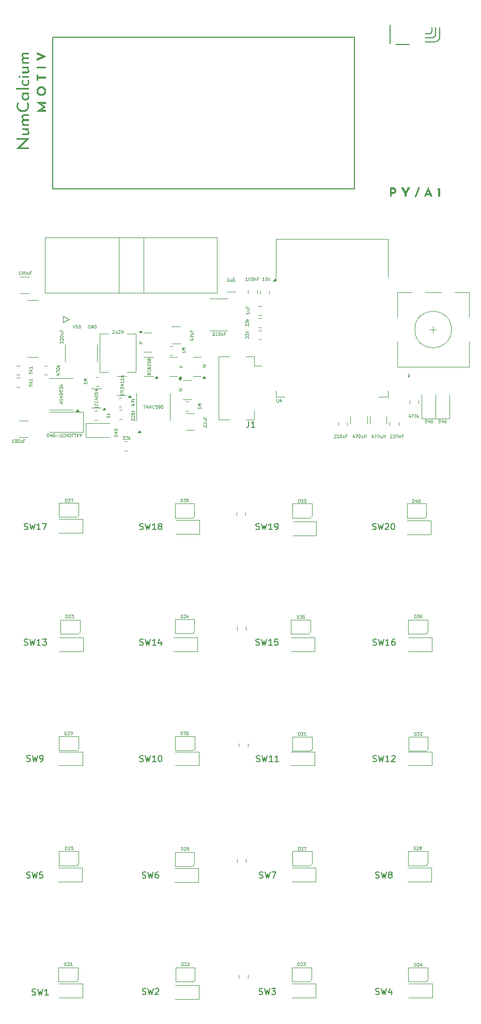
<source format=gbr>
%TF.GenerationSoftware,KiCad,Pcbnew,8.0.8-8.0.8-0~ubuntu22.04.1*%
%TF.CreationDate,2025-02-03T23:53:40+00:00*%
%TF.ProjectId,numcalcium,6e756d63-616c-4636-9975-6d2e6b696361,rev?*%
%TF.SameCoordinates,Original*%
%TF.FileFunction,Legend,Top*%
%TF.FilePolarity,Positive*%
%FSLAX46Y46*%
G04 Gerber Fmt 4.6, Leading zero omitted, Abs format (unit mm)*
G04 Created by KiCad (PCBNEW 8.0.8-8.0.8-0~ubuntu22.04.1) date 2025-02-03 23:53:40*
%MOMM*%
%LPD*%
G01*
G04 APERTURE LIST*
%ADD10C,0.125000*%
%ADD11C,0.211666*%
%ADD12C,0.150000*%
%ADD13C,0.350000*%
%ADD14C,0.375000*%
%ADD15C,0.250000*%
%ADD16C,0.120000*%
G04 APERTURE END LIST*
D10*
X27867190Y-15921142D02*
X28367190Y-15921142D01*
X28367190Y-15921142D02*
X27867190Y-16206856D01*
X27867190Y-16206856D02*
X28367190Y-16206856D01*
X21916809Y-8494952D02*
X21416809Y-8494952D01*
X21416809Y-8494952D02*
X21416809Y-8304476D01*
X21416809Y-8304476D02*
X21440619Y-8256857D01*
X21440619Y-8256857D02*
X21464428Y-8233047D01*
X21464428Y-8233047D02*
X21512047Y-8209238D01*
X21512047Y-8209238D02*
X21583476Y-8209238D01*
X21583476Y-8209238D02*
X21631095Y-8233047D01*
X21631095Y-8233047D02*
X21654904Y-8256857D01*
X21654904Y-8256857D02*
X21678714Y-8304476D01*
X21678714Y-8304476D02*
X21678714Y-8494952D01*
X32316809Y-12306857D02*
X31816809Y-12306857D01*
X31816809Y-12306857D02*
X32316809Y-12021143D01*
X32316809Y-12021143D02*
X31816809Y-12021143D01*
X28516809Y-12394952D02*
X28016809Y-12394952D01*
X28016809Y-12394952D02*
X28016809Y-12204476D01*
X28016809Y-12204476D02*
X28040619Y-12156857D01*
X28040619Y-12156857D02*
X28064428Y-12133047D01*
X28064428Y-12133047D02*
X28112047Y-12109238D01*
X28112047Y-12109238D02*
X28183476Y-12109238D01*
X28183476Y-12109238D02*
X28231095Y-12133047D01*
X28231095Y-12133047D02*
X28254904Y-12156857D01*
X28254904Y-12156857D02*
X28278714Y-12204476D01*
X28278714Y-12204476D02*
X28278714Y-12394952D01*
X22716809Y-13633046D02*
X23216809Y-13299713D01*
X22716809Y-13299713D02*
X23216809Y-13633046D01*
X23169190Y-12823523D02*
X23193000Y-12847332D01*
X23193000Y-12847332D02*
X23216809Y-12918761D01*
X23216809Y-12918761D02*
X23216809Y-12966380D01*
X23216809Y-12966380D02*
X23193000Y-13037808D01*
X23193000Y-13037808D02*
X23145380Y-13085427D01*
X23145380Y-13085427D02*
X23097761Y-13109237D01*
X23097761Y-13109237D02*
X23002523Y-13133046D01*
X23002523Y-13133046D02*
X22931095Y-13133046D01*
X22931095Y-13133046D02*
X22835857Y-13109237D01*
X22835857Y-13109237D02*
X22788238Y-13085427D01*
X22788238Y-13085427D02*
X22740619Y-13037808D01*
X22740619Y-13037808D02*
X22716809Y-12966380D01*
X22716809Y-12966380D02*
X22716809Y-12918761D01*
X22716809Y-12918761D02*
X22740619Y-12847332D01*
X22740619Y-12847332D02*
X22764428Y-12823523D01*
X22716809Y-12394951D02*
X22716809Y-12490189D01*
X22716809Y-12490189D02*
X22740619Y-12537808D01*
X22740619Y-12537808D02*
X22764428Y-12561618D01*
X22764428Y-12561618D02*
X22835857Y-12609237D01*
X22835857Y-12609237D02*
X22931095Y-12633046D01*
X22931095Y-12633046D02*
X23121571Y-12633046D01*
X23121571Y-12633046D02*
X23169190Y-12609237D01*
X23169190Y-12609237D02*
X23193000Y-12585427D01*
X23193000Y-12585427D02*
X23216809Y-12537808D01*
X23216809Y-12537808D02*
X23216809Y-12442570D01*
X23216809Y-12442570D02*
X23193000Y-12394951D01*
X23193000Y-12394951D02*
X23169190Y-12371142D01*
X23169190Y-12371142D02*
X23121571Y-12347332D01*
X23121571Y-12347332D02*
X23002523Y-12347332D01*
X23002523Y-12347332D02*
X22954904Y-12371142D01*
X22954904Y-12371142D02*
X22931095Y-12394951D01*
X22931095Y-12394951D02*
X22907285Y-12442570D01*
X22907285Y-12442570D02*
X22907285Y-12537808D01*
X22907285Y-12537808D02*
X22931095Y-12585427D01*
X22931095Y-12585427D02*
X22954904Y-12609237D01*
X22954904Y-12609237D02*
X23002523Y-12633046D01*
X22764428Y-12156856D02*
X22740619Y-12133047D01*
X22740619Y-12133047D02*
X22716809Y-12085428D01*
X22716809Y-12085428D02*
X22716809Y-11966380D01*
X22716809Y-11966380D02*
X22740619Y-11918761D01*
X22740619Y-11918761D02*
X22764428Y-11894952D01*
X22764428Y-11894952D02*
X22812047Y-11871142D01*
X22812047Y-11871142D02*
X22859666Y-11871142D01*
X22859666Y-11871142D02*
X22931095Y-11894952D01*
X22931095Y-11894952D02*
X23216809Y-12180666D01*
X23216809Y-12180666D02*
X23216809Y-11871142D01*
X22716809Y-11561619D02*
X22716809Y-11514000D01*
X22716809Y-11514000D02*
X22740619Y-11466381D01*
X22740619Y-11466381D02*
X22764428Y-11442571D01*
X22764428Y-11442571D02*
X22812047Y-11418762D01*
X22812047Y-11418762D02*
X22907285Y-11394952D01*
X22907285Y-11394952D02*
X23026333Y-11394952D01*
X23026333Y-11394952D02*
X23121571Y-11418762D01*
X23121571Y-11418762D02*
X23169190Y-11442571D01*
X23169190Y-11442571D02*
X23193000Y-11466381D01*
X23193000Y-11466381D02*
X23216809Y-11514000D01*
X23216809Y-11514000D02*
X23216809Y-11561619D01*
X23216809Y-11561619D02*
X23193000Y-11609238D01*
X23193000Y-11609238D02*
X23169190Y-11633047D01*
X23169190Y-11633047D02*
X23121571Y-11656857D01*
X23121571Y-11656857D02*
X23026333Y-11680666D01*
X23026333Y-11680666D02*
X22907285Y-11680666D01*
X22907285Y-11680666D02*
X22812047Y-11656857D01*
X22812047Y-11656857D02*
X22764428Y-11633047D01*
X22764428Y-11633047D02*
X22740619Y-11609238D01*
X22740619Y-11609238D02*
X22716809Y-11561619D01*
X22716809Y-10966381D02*
X22716809Y-11061619D01*
X22716809Y-11061619D02*
X22740619Y-11109238D01*
X22740619Y-11109238D02*
X22764428Y-11133048D01*
X22764428Y-11133048D02*
X22835857Y-11180667D01*
X22835857Y-11180667D02*
X22931095Y-11204476D01*
X22931095Y-11204476D02*
X23121571Y-11204476D01*
X23121571Y-11204476D02*
X23169190Y-11180667D01*
X23169190Y-11180667D02*
X23193000Y-11156857D01*
X23193000Y-11156857D02*
X23216809Y-11109238D01*
X23216809Y-11109238D02*
X23216809Y-11014000D01*
X23216809Y-11014000D02*
X23193000Y-10966381D01*
X23193000Y-10966381D02*
X23169190Y-10942572D01*
X23169190Y-10942572D02*
X23121571Y-10918762D01*
X23121571Y-10918762D02*
X23002523Y-10918762D01*
X23002523Y-10918762D02*
X22954904Y-10942572D01*
X22954904Y-10942572D02*
X22931095Y-10966381D01*
X22931095Y-10966381D02*
X22907285Y-11014000D01*
X22907285Y-11014000D02*
X22907285Y-11109238D01*
X22907285Y-11109238D02*
X22931095Y-11156857D01*
X22931095Y-11156857D02*
X22954904Y-11180667D01*
X22954904Y-11180667D02*
X23002523Y-11204476D01*
X70484857Y-21488809D02*
X70484857Y-20988809D01*
X70484857Y-20988809D02*
X70603905Y-20988809D01*
X70603905Y-20988809D02*
X70675333Y-21012619D01*
X70675333Y-21012619D02*
X70722952Y-21060238D01*
X70722952Y-21060238D02*
X70746762Y-21107857D01*
X70746762Y-21107857D02*
X70770571Y-21203095D01*
X70770571Y-21203095D02*
X70770571Y-21274523D01*
X70770571Y-21274523D02*
X70746762Y-21369761D01*
X70746762Y-21369761D02*
X70722952Y-21417380D01*
X70722952Y-21417380D02*
X70675333Y-21465000D01*
X70675333Y-21465000D02*
X70603905Y-21488809D01*
X70603905Y-21488809D02*
X70484857Y-21488809D01*
X71199143Y-21155476D02*
X71199143Y-21488809D01*
X71080095Y-20965000D02*
X70961048Y-21322142D01*
X70961048Y-21322142D02*
X71270571Y-21322142D01*
X71675333Y-20988809D02*
X71580095Y-20988809D01*
X71580095Y-20988809D02*
X71532476Y-21012619D01*
X71532476Y-21012619D02*
X71508666Y-21036428D01*
X71508666Y-21036428D02*
X71461047Y-21107857D01*
X71461047Y-21107857D02*
X71437238Y-21203095D01*
X71437238Y-21203095D02*
X71437238Y-21393571D01*
X71437238Y-21393571D02*
X71461047Y-21441190D01*
X71461047Y-21441190D02*
X71484857Y-21465000D01*
X71484857Y-21465000D02*
X71532476Y-21488809D01*
X71532476Y-21488809D02*
X71627714Y-21488809D01*
X71627714Y-21488809D02*
X71675333Y-21465000D01*
X71675333Y-21465000D02*
X71699142Y-21441190D01*
X71699142Y-21441190D02*
X71722952Y-21393571D01*
X71722952Y-21393571D02*
X71722952Y-21274523D01*
X71722952Y-21274523D02*
X71699142Y-21226904D01*
X71699142Y-21226904D02*
X71675333Y-21203095D01*
X71675333Y-21203095D02*
X71627714Y-21179285D01*
X71627714Y-21179285D02*
X71532476Y-21179285D01*
X71532476Y-21179285D02*
X71484857Y-21203095D01*
X71484857Y-21203095D02*
X71461047Y-21226904D01*
X71461047Y-21226904D02*
X71437238Y-21274523D01*
X68284857Y-21488809D02*
X68284857Y-20988809D01*
X68284857Y-20988809D02*
X68403905Y-20988809D01*
X68403905Y-20988809D02*
X68475333Y-21012619D01*
X68475333Y-21012619D02*
X68522952Y-21060238D01*
X68522952Y-21060238D02*
X68546762Y-21107857D01*
X68546762Y-21107857D02*
X68570571Y-21203095D01*
X68570571Y-21203095D02*
X68570571Y-21274523D01*
X68570571Y-21274523D02*
X68546762Y-21369761D01*
X68546762Y-21369761D02*
X68522952Y-21417380D01*
X68522952Y-21417380D02*
X68475333Y-21465000D01*
X68475333Y-21465000D02*
X68403905Y-21488809D01*
X68403905Y-21488809D02*
X68284857Y-21488809D01*
X68999143Y-21155476D02*
X68999143Y-21488809D01*
X68880095Y-20965000D02*
X68761048Y-21322142D01*
X68761048Y-21322142D02*
X69070571Y-21322142D01*
X69499142Y-20988809D02*
X69261047Y-20988809D01*
X69261047Y-20988809D02*
X69237238Y-21226904D01*
X69237238Y-21226904D02*
X69261047Y-21203095D01*
X69261047Y-21203095D02*
X69308666Y-21179285D01*
X69308666Y-21179285D02*
X69427714Y-21179285D01*
X69427714Y-21179285D02*
X69475333Y-21203095D01*
X69475333Y-21203095D02*
X69499142Y-21226904D01*
X69499142Y-21226904D02*
X69522952Y-21274523D01*
X69522952Y-21274523D02*
X69522952Y-21393571D01*
X69522952Y-21393571D02*
X69499142Y-21441190D01*
X69499142Y-21441190D02*
X69475333Y-21465000D01*
X69475333Y-21465000D02*
X69427714Y-21488809D01*
X69427714Y-21488809D02*
X69308666Y-21488809D01*
X69308666Y-21488809D02*
X69261047Y-21465000D01*
X69261047Y-21465000D02*
X69237238Y-21441190D01*
X65808667Y-20255476D02*
X65808667Y-20588809D01*
X65689619Y-20065000D02*
X65570572Y-20422142D01*
X65570572Y-20422142D02*
X65880095Y-20422142D01*
X66022952Y-20088809D02*
X66356285Y-20088809D01*
X66356285Y-20088809D02*
X66142000Y-20588809D01*
X66641999Y-20088809D02*
X66689618Y-20088809D01*
X66689618Y-20088809D02*
X66737237Y-20112619D01*
X66737237Y-20112619D02*
X66761047Y-20136428D01*
X66761047Y-20136428D02*
X66784856Y-20184047D01*
X66784856Y-20184047D02*
X66808666Y-20279285D01*
X66808666Y-20279285D02*
X66808666Y-20398333D01*
X66808666Y-20398333D02*
X66784856Y-20493571D01*
X66784856Y-20493571D02*
X66761047Y-20541190D01*
X66761047Y-20541190D02*
X66737237Y-20565000D01*
X66737237Y-20565000D02*
X66689618Y-20588809D01*
X66689618Y-20588809D02*
X66641999Y-20588809D01*
X66641999Y-20588809D02*
X66594380Y-20565000D01*
X66594380Y-20565000D02*
X66570571Y-20541190D01*
X66570571Y-20541190D02*
X66546761Y-20493571D01*
X66546761Y-20493571D02*
X66522952Y-20398333D01*
X66522952Y-20398333D02*
X66522952Y-20279285D01*
X66522952Y-20279285D02*
X66546761Y-20184047D01*
X66546761Y-20184047D02*
X66570571Y-20136428D01*
X66570571Y-20136428D02*
X66594380Y-20112619D01*
X66594380Y-20112619D02*
X66641999Y-20088809D01*
X67022951Y-20588809D02*
X67022951Y-20088809D01*
X67070570Y-20398333D02*
X67213427Y-20588809D01*
X67213427Y-20255476D02*
X67022951Y-20445952D01*
X59722953Y-23555476D02*
X59722953Y-23888809D01*
X59603905Y-23365000D02*
X59484858Y-23722142D01*
X59484858Y-23722142D02*
X59794381Y-23722142D01*
X59937238Y-23388809D02*
X60270571Y-23388809D01*
X60270571Y-23388809D02*
X60056286Y-23888809D01*
X60556285Y-23388809D02*
X60603904Y-23388809D01*
X60603904Y-23388809D02*
X60651523Y-23412619D01*
X60651523Y-23412619D02*
X60675333Y-23436428D01*
X60675333Y-23436428D02*
X60699142Y-23484047D01*
X60699142Y-23484047D02*
X60722952Y-23579285D01*
X60722952Y-23579285D02*
X60722952Y-23698333D01*
X60722952Y-23698333D02*
X60699142Y-23793571D01*
X60699142Y-23793571D02*
X60675333Y-23841190D01*
X60675333Y-23841190D02*
X60651523Y-23865000D01*
X60651523Y-23865000D02*
X60603904Y-23888809D01*
X60603904Y-23888809D02*
X60556285Y-23888809D01*
X60556285Y-23888809D02*
X60508666Y-23865000D01*
X60508666Y-23865000D02*
X60484857Y-23841190D01*
X60484857Y-23841190D02*
X60461047Y-23793571D01*
X60461047Y-23793571D02*
X60437238Y-23698333D01*
X60437238Y-23698333D02*
X60437238Y-23579285D01*
X60437238Y-23579285D02*
X60461047Y-23484047D01*
X60461047Y-23484047D02*
X60484857Y-23436428D01*
X60484857Y-23436428D02*
X60508666Y-23412619D01*
X60508666Y-23412619D02*
X60556285Y-23388809D01*
X61151523Y-23555476D02*
X61151523Y-23888809D01*
X60937237Y-23555476D02*
X60937237Y-23817380D01*
X60937237Y-23817380D02*
X60961047Y-23865000D01*
X60961047Y-23865000D02*
X61008666Y-23888809D01*
X61008666Y-23888809D02*
X61080094Y-23888809D01*
X61080094Y-23888809D02*
X61127713Y-23865000D01*
X61127713Y-23865000D02*
X61151523Y-23841190D01*
X61389618Y-23888809D02*
X61389618Y-23388809D01*
X61389618Y-23626904D02*
X61675332Y-23626904D01*
X61675332Y-23888809D02*
X61675332Y-23388809D01*
X56622953Y-23555476D02*
X56622953Y-23888809D01*
X56503905Y-23365000D02*
X56384858Y-23722142D01*
X56384858Y-23722142D02*
X56694381Y-23722142D01*
X56837238Y-23388809D02*
X57170571Y-23388809D01*
X57170571Y-23388809D02*
X56956286Y-23888809D01*
X57456285Y-23388809D02*
X57503904Y-23388809D01*
X57503904Y-23388809D02*
X57551523Y-23412619D01*
X57551523Y-23412619D02*
X57575333Y-23436428D01*
X57575333Y-23436428D02*
X57599142Y-23484047D01*
X57599142Y-23484047D02*
X57622952Y-23579285D01*
X57622952Y-23579285D02*
X57622952Y-23698333D01*
X57622952Y-23698333D02*
X57599142Y-23793571D01*
X57599142Y-23793571D02*
X57575333Y-23841190D01*
X57575333Y-23841190D02*
X57551523Y-23865000D01*
X57551523Y-23865000D02*
X57503904Y-23888809D01*
X57503904Y-23888809D02*
X57456285Y-23888809D01*
X57456285Y-23888809D02*
X57408666Y-23865000D01*
X57408666Y-23865000D02*
X57384857Y-23841190D01*
X57384857Y-23841190D02*
X57361047Y-23793571D01*
X57361047Y-23793571D02*
X57337238Y-23698333D01*
X57337238Y-23698333D02*
X57337238Y-23579285D01*
X57337238Y-23579285D02*
X57361047Y-23484047D01*
X57361047Y-23484047D02*
X57384857Y-23436428D01*
X57384857Y-23436428D02*
X57408666Y-23412619D01*
X57408666Y-23412619D02*
X57456285Y-23388809D01*
X58051523Y-23555476D02*
X58051523Y-23888809D01*
X57837237Y-23555476D02*
X57837237Y-23817380D01*
X57837237Y-23817380D02*
X57861047Y-23865000D01*
X57861047Y-23865000D02*
X57908666Y-23888809D01*
X57908666Y-23888809D02*
X57980094Y-23888809D01*
X57980094Y-23888809D02*
X58027713Y-23865000D01*
X58027713Y-23865000D02*
X58051523Y-23841190D01*
X58289618Y-23888809D02*
X58289618Y-23388809D01*
X58289618Y-23626904D02*
X58575332Y-23626904D01*
X58575332Y-23888809D02*
X58575332Y-23388809D01*
X62532477Y-23436428D02*
X62556286Y-23412619D01*
X62556286Y-23412619D02*
X62603905Y-23388809D01*
X62603905Y-23388809D02*
X62722953Y-23388809D01*
X62722953Y-23388809D02*
X62770572Y-23412619D01*
X62770572Y-23412619D02*
X62794381Y-23436428D01*
X62794381Y-23436428D02*
X62818191Y-23484047D01*
X62818191Y-23484047D02*
X62818191Y-23531666D01*
X62818191Y-23531666D02*
X62794381Y-23603095D01*
X62794381Y-23603095D02*
X62508667Y-23888809D01*
X62508667Y-23888809D02*
X62818191Y-23888809D01*
X63008667Y-23436428D02*
X63032476Y-23412619D01*
X63032476Y-23412619D02*
X63080095Y-23388809D01*
X63080095Y-23388809D02*
X63199143Y-23388809D01*
X63199143Y-23388809D02*
X63246762Y-23412619D01*
X63246762Y-23412619D02*
X63270571Y-23436428D01*
X63270571Y-23436428D02*
X63294381Y-23484047D01*
X63294381Y-23484047D02*
X63294381Y-23531666D01*
X63294381Y-23531666D02*
X63270571Y-23603095D01*
X63270571Y-23603095D02*
X62984857Y-23888809D01*
X62984857Y-23888809D02*
X63294381Y-23888809D01*
X63603904Y-23388809D02*
X63651523Y-23388809D01*
X63651523Y-23388809D02*
X63699142Y-23412619D01*
X63699142Y-23412619D02*
X63722952Y-23436428D01*
X63722952Y-23436428D02*
X63746761Y-23484047D01*
X63746761Y-23484047D02*
X63770571Y-23579285D01*
X63770571Y-23579285D02*
X63770571Y-23698333D01*
X63770571Y-23698333D02*
X63746761Y-23793571D01*
X63746761Y-23793571D02*
X63722952Y-23841190D01*
X63722952Y-23841190D02*
X63699142Y-23865000D01*
X63699142Y-23865000D02*
X63651523Y-23888809D01*
X63651523Y-23888809D02*
X63603904Y-23888809D01*
X63603904Y-23888809D02*
X63556285Y-23865000D01*
X63556285Y-23865000D02*
X63532476Y-23841190D01*
X63532476Y-23841190D02*
X63508666Y-23793571D01*
X63508666Y-23793571D02*
X63484857Y-23698333D01*
X63484857Y-23698333D02*
X63484857Y-23579285D01*
X63484857Y-23579285D02*
X63508666Y-23484047D01*
X63508666Y-23484047D02*
X63532476Y-23436428D01*
X63532476Y-23436428D02*
X63556285Y-23412619D01*
X63556285Y-23412619D02*
X63603904Y-23388809D01*
X63984856Y-23555476D02*
X63984856Y-23888809D01*
X63984856Y-23603095D02*
X64008666Y-23579285D01*
X64008666Y-23579285D02*
X64056285Y-23555476D01*
X64056285Y-23555476D02*
X64127713Y-23555476D01*
X64127713Y-23555476D02*
X64175332Y-23579285D01*
X64175332Y-23579285D02*
X64199142Y-23626904D01*
X64199142Y-23626904D02*
X64199142Y-23888809D01*
X64603904Y-23626904D02*
X64437237Y-23626904D01*
X64437237Y-23888809D02*
X64437237Y-23388809D01*
X64437237Y-23388809D02*
X64675332Y-23388809D01*
X53332477Y-23436428D02*
X53356286Y-23412619D01*
X53356286Y-23412619D02*
X53403905Y-23388809D01*
X53403905Y-23388809D02*
X53522953Y-23388809D01*
X53522953Y-23388809D02*
X53570572Y-23412619D01*
X53570572Y-23412619D02*
X53594381Y-23436428D01*
X53594381Y-23436428D02*
X53618191Y-23484047D01*
X53618191Y-23484047D02*
X53618191Y-23531666D01*
X53618191Y-23531666D02*
X53594381Y-23603095D01*
X53594381Y-23603095D02*
X53308667Y-23888809D01*
X53308667Y-23888809D02*
X53618191Y-23888809D01*
X53808667Y-23436428D02*
X53832476Y-23412619D01*
X53832476Y-23412619D02*
X53880095Y-23388809D01*
X53880095Y-23388809D02*
X53999143Y-23388809D01*
X53999143Y-23388809D02*
X54046762Y-23412619D01*
X54046762Y-23412619D02*
X54070571Y-23436428D01*
X54070571Y-23436428D02*
X54094381Y-23484047D01*
X54094381Y-23484047D02*
X54094381Y-23531666D01*
X54094381Y-23531666D02*
X54070571Y-23603095D01*
X54070571Y-23603095D02*
X53784857Y-23888809D01*
X53784857Y-23888809D02*
X54094381Y-23888809D01*
X54403904Y-23388809D02*
X54451523Y-23388809D01*
X54451523Y-23388809D02*
X54499142Y-23412619D01*
X54499142Y-23412619D02*
X54522952Y-23436428D01*
X54522952Y-23436428D02*
X54546761Y-23484047D01*
X54546761Y-23484047D02*
X54570571Y-23579285D01*
X54570571Y-23579285D02*
X54570571Y-23698333D01*
X54570571Y-23698333D02*
X54546761Y-23793571D01*
X54546761Y-23793571D02*
X54522952Y-23841190D01*
X54522952Y-23841190D02*
X54499142Y-23865000D01*
X54499142Y-23865000D02*
X54451523Y-23888809D01*
X54451523Y-23888809D02*
X54403904Y-23888809D01*
X54403904Y-23888809D02*
X54356285Y-23865000D01*
X54356285Y-23865000D02*
X54332476Y-23841190D01*
X54332476Y-23841190D02*
X54308666Y-23793571D01*
X54308666Y-23793571D02*
X54284857Y-23698333D01*
X54284857Y-23698333D02*
X54284857Y-23579285D01*
X54284857Y-23579285D02*
X54308666Y-23484047D01*
X54308666Y-23484047D02*
X54332476Y-23436428D01*
X54332476Y-23436428D02*
X54356285Y-23412619D01*
X54356285Y-23412619D02*
X54403904Y-23388809D01*
X54784856Y-23555476D02*
X54784856Y-23888809D01*
X54784856Y-23603095D02*
X54808666Y-23579285D01*
X54808666Y-23579285D02*
X54856285Y-23555476D01*
X54856285Y-23555476D02*
X54927713Y-23555476D01*
X54927713Y-23555476D02*
X54975332Y-23579285D01*
X54975332Y-23579285D02*
X54999142Y-23626904D01*
X54999142Y-23626904D02*
X54999142Y-23888809D01*
X55403904Y-23626904D02*
X55237237Y-23626904D01*
X55237237Y-23888809D02*
X55237237Y-23388809D01*
X55237237Y-23388809D02*
X55475332Y-23388809D01*
X31964428Y-22185427D02*
X31940619Y-22161618D01*
X31940619Y-22161618D02*
X31916809Y-22113999D01*
X31916809Y-22113999D02*
X31916809Y-21994951D01*
X31916809Y-21994951D02*
X31940619Y-21947332D01*
X31940619Y-21947332D02*
X31964428Y-21923523D01*
X31964428Y-21923523D02*
X32012047Y-21899713D01*
X32012047Y-21899713D02*
X32059666Y-21899713D01*
X32059666Y-21899713D02*
X32131095Y-21923523D01*
X32131095Y-21923523D02*
X32416809Y-22209237D01*
X32416809Y-22209237D02*
X32416809Y-21899713D01*
X31964428Y-21709237D02*
X31940619Y-21685428D01*
X31940619Y-21685428D02*
X31916809Y-21637809D01*
X31916809Y-21637809D02*
X31916809Y-21518761D01*
X31916809Y-21518761D02*
X31940619Y-21471142D01*
X31940619Y-21471142D02*
X31964428Y-21447333D01*
X31964428Y-21447333D02*
X32012047Y-21423523D01*
X32012047Y-21423523D02*
X32059666Y-21423523D01*
X32059666Y-21423523D02*
X32131095Y-21447333D01*
X32131095Y-21447333D02*
X32416809Y-21733047D01*
X32416809Y-21733047D02*
X32416809Y-21423523D01*
X32083476Y-20994952D02*
X32416809Y-20994952D01*
X32083476Y-21209238D02*
X32345380Y-21209238D01*
X32345380Y-21209238D02*
X32393000Y-21185428D01*
X32393000Y-21185428D02*
X32416809Y-21137809D01*
X32416809Y-21137809D02*
X32416809Y-21066381D01*
X32416809Y-21066381D02*
X32393000Y-21018762D01*
X32393000Y-21018762D02*
X32369190Y-20994952D01*
X32154904Y-20590190D02*
X32154904Y-20756857D01*
X32416809Y-20756857D02*
X31916809Y-20756857D01*
X31916809Y-20756857D02*
X31916809Y-20518762D01*
X31516809Y-18906856D02*
X31516809Y-19192570D01*
X31516809Y-19049713D02*
X31016809Y-19049713D01*
X31016809Y-19049713D02*
X31088238Y-19097332D01*
X31088238Y-19097332D02*
X31135857Y-19144951D01*
X31135857Y-19144951D02*
X31159666Y-19192570D01*
X31516809Y-18692571D02*
X31016809Y-18692571D01*
X31016809Y-18692571D02*
X31373952Y-18525904D01*
X31373952Y-18525904D02*
X31016809Y-18359238D01*
X31016809Y-18359238D02*
X31516809Y-18359238D01*
X28916809Y-9706856D02*
X28916809Y-9992570D01*
X28916809Y-9849713D02*
X28416809Y-9849713D01*
X28416809Y-9849713D02*
X28488238Y-9897332D01*
X28488238Y-9897332D02*
X28535857Y-9944951D01*
X28535857Y-9944951D02*
X28559666Y-9992570D01*
X28916809Y-9492571D02*
X28416809Y-9492571D01*
X28416809Y-9492571D02*
X28773952Y-9325904D01*
X28773952Y-9325904D02*
X28416809Y-9159238D01*
X28416809Y-9159238D02*
X28916809Y-9159238D01*
X38816809Y-7671142D02*
X38816809Y-7361618D01*
X38816809Y-7361618D02*
X39007285Y-7528285D01*
X39007285Y-7528285D02*
X39007285Y-7456856D01*
X39007285Y-7456856D02*
X39031095Y-7409237D01*
X39031095Y-7409237D02*
X39054904Y-7385428D01*
X39054904Y-7385428D02*
X39102523Y-7361618D01*
X39102523Y-7361618D02*
X39221571Y-7361618D01*
X39221571Y-7361618D02*
X39269190Y-7385428D01*
X39269190Y-7385428D02*
X39293000Y-7409237D01*
X39293000Y-7409237D02*
X39316809Y-7456856D01*
X39316809Y-7456856D02*
X39316809Y-7599713D01*
X39316809Y-7599713D02*
X39293000Y-7647332D01*
X39293000Y-7647332D02*
X39269190Y-7671142D01*
X38816809Y-7194952D02*
X38816809Y-6885428D01*
X38816809Y-6885428D02*
X39007285Y-7052095D01*
X39007285Y-7052095D02*
X39007285Y-6980666D01*
X39007285Y-6980666D02*
X39031095Y-6933047D01*
X39031095Y-6933047D02*
X39054904Y-6909238D01*
X39054904Y-6909238D02*
X39102523Y-6885428D01*
X39102523Y-6885428D02*
X39221571Y-6885428D01*
X39221571Y-6885428D02*
X39269190Y-6909238D01*
X39269190Y-6909238D02*
X39293000Y-6933047D01*
X39293000Y-6933047D02*
X39316809Y-6980666D01*
X39316809Y-6980666D02*
X39316809Y-7123523D01*
X39316809Y-7123523D02*
X39293000Y-7171142D01*
X39293000Y-7171142D02*
X39269190Y-7194952D01*
X39316809Y-6671143D02*
X38816809Y-6671143D01*
X39126333Y-6623524D02*
X39316809Y-6480667D01*
X38983476Y-6480667D02*
X39173952Y-6671143D01*
X38816809Y-5671142D02*
X38816809Y-5361618D01*
X38816809Y-5361618D02*
X39007285Y-5528285D01*
X39007285Y-5528285D02*
X39007285Y-5456856D01*
X39007285Y-5456856D02*
X39031095Y-5409237D01*
X39031095Y-5409237D02*
X39054904Y-5385428D01*
X39054904Y-5385428D02*
X39102523Y-5361618D01*
X39102523Y-5361618D02*
X39221571Y-5361618D01*
X39221571Y-5361618D02*
X39269190Y-5385428D01*
X39269190Y-5385428D02*
X39293000Y-5409237D01*
X39293000Y-5409237D02*
X39316809Y-5456856D01*
X39316809Y-5456856D02*
X39316809Y-5599713D01*
X39316809Y-5599713D02*
X39293000Y-5647332D01*
X39293000Y-5647332D02*
X39269190Y-5671142D01*
X38816809Y-5194952D02*
X38816809Y-4885428D01*
X38816809Y-4885428D02*
X39007285Y-5052095D01*
X39007285Y-5052095D02*
X39007285Y-4980666D01*
X39007285Y-4980666D02*
X39031095Y-4933047D01*
X39031095Y-4933047D02*
X39054904Y-4909238D01*
X39054904Y-4909238D02*
X39102523Y-4885428D01*
X39102523Y-4885428D02*
X39221571Y-4885428D01*
X39221571Y-4885428D02*
X39269190Y-4909238D01*
X39269190Y-4909238D02*
X39293000Y-4933047D01*
X39293000Y-4933047D02*
X39316809Y-4980666D01*
X39316809Y-4980666D02*
X39316809Y-5123523D01*
X39316809Y-5123523D02*
X39293000Y-5171142D01*
X39293000Y-5171142D02*
X39269190Y-5194952D01*
X39316809Y-4671143D02*
X38816809Y-4671143D01*
X39126333Y-4623524D02*
X39316809Y-4480667D01*
X38983476Y-4480667D02*
X39173952Y-4671143D01*
X39416809Y-3361618D02*
X39416809Y-3647332D01*
X39416809Y-3504475D02*
X38916809Y-3504475D01*
X38916809Y-3504475D02*
X38988238Y-3552094D01*
X38988238Y-3552094D02*
X39035857Y-3599713D01*
X39035857Y-3599713D02*
X39059666Y-3647332D01*
X39083476Y-2933047D02*
X39416809Y-2933047D01*
X39083476Y-3147333D02*
X39345380Y-3147333D01*
X39345380Y-3147333D02*
X39393000Y-3123523D01*
X39393000Y-3123523D02*
X39416809Y-3075904D01*
X39416809Y-3075904D02*
X39416809Y-3004476D01*
X39416809Y-3004476D02*
X39393000Y-2956857D01*
X39393000Y-2956857D02*
X39369190Y-2933047D01*
X39154904Y-2528285D02*
X39154904Y-2694952D01*
X39416809Y-2694952D02*
X38916809Y-2694952D01*
X38916809Y-2694952D02*
X38916809Y-2456857D01*
X41894381Y1811190D02*
X41608667Y1811190D01*
X41751524Y1811190D02*
X41751524Y2311190D01*
X41751524Y2311190D02*
X41703905Y2239761D01*
X41703905Y2239761D02*
X41656286Y2192142D01*
X41656286Y2192142D02*
X41608667Y2168333D01*
X42203904Y2311190D02*
X42251523Y2311190D01*
X42251523Y2311190D02*
X42299142Y2287380D01*
X42299142Y2287380D02*
X42322952Y2263571D01*
X42322952Y2263571D02*
X42346761Y2215952D01*
X42346761Y2215952D02*
X42370571Y2120714D01*
X42370571Y2120714D02*
X42370571Y2001666D01*
X42370571Y2001666D02*
X42346761Y1906428D01*
X42346761Y1906428D02*
X42322952Y1858809D01*
X42322952Y1858809D02*
X42299142Y1835000D01*
X42299142Y1835000D02*
X42251523Y1811190D01*
X42251523Y1811190D02*
X42203904Y1811190D01*
X42203904Y1811190D02*
X42156285Y1835000D01*
X42156285Y1835000D02*
X42132476Y1858809D01*
X42132476Y1858809D02*
X42108666Y1906428D01*
X42108666Y1906428D02*
X42084857Y2001666D01*
X42084857Y2001666D02*
X42084857Y2120714D01*
X42084857Y2120714D02*
X42108666Y2215952D01*
X42108666Y2215952D02*
X42132476Y2263571D01*
X42132476Y2263571D02*
X42156285Y2287380D01*
X42156285Y2287380D02*
X42203904Y2311190D01*
X42584856Y1811190D02*
X42584856Y2311190D01*
X42632475Y2001666D02*
X42775332Y1811190D01*
X42775332Y2144523D02*
X42584856Y1954047D01*
X39118191Y1811190D02*
X38832477Y1811190D01*
X38975334Y1811190D02*
X38975334Y2311190D01*
X38975334Y2311190D02*
X38927715Y2239761D01*
X38927715Y2239761D02*
X38880096Y2192142D01*
X38880096Y2192142D02*
X38832477Y2168333D01*
X39427714Y2311190D02*
X39475333Y2311190D01*
X39475333Y2311190D02*
X39522952Y2287380D01*
X39522952Y2287380D02*
X39546762Y2263571D01*
X39546762Y2263571D02*
X39570571Y2215952D01*
X39570571Y2215952D02*
X39594381Y2120714D01*
X39594381Y2120714D02*
X39594381Y2001666D01*
X39594381Y2001666D02*
X39570571Y1906428D01*
X39570571Y1906428D02*
X39546762Y1858809D01*
X39546762Y1858809D02*
X39522952Y1835000D01*
X39522952Y1835000D02*
X39475333Y1811190D01*
X39475333Y1811190D02*
X39427714Y1811190D01*
X39427714Y1811190D02*
X39380095Y1835000D01*
X39380095Y1835000D02*
X39356286Y1858809D01*
X39356286Y1858809D02*
X39332476Y1906428D01*
X39332476Y1906428D02*
X39308667Y2001666D01*
X39308667Y2001666D02*
X39308667Y2120714D01*
X39308667Y2120714D02*
X39332476Y2215952D01*
X39332476Y2215952D02*
X39356286Y2263571D01*
X39356286Y2263571D02*
X39380095Y2287380D01*
X39380095Y2287380D02*
X39427714Y2311190D01*
X39903904Y2311190D02*
X39951523Y2311190D01*
X39951523Y2311190D02*
X39999142Y2287380D01*
X39999142Y2287380D02*
X40022952Y2263571D01*
X40022952Y2263571D02*
X40046761Y2215952D01*
X40046761Y2215952D02*
X40070571Y2120714D01*
X40070571Y2120714D02*
X40070571Y2001666D01*
X40070571Y2001666D02*
X40046761Y1906428D01*
X40046761Y1906428D02*
X40022952Y1858809D01*
X40022952Y1858809D02*
X39999142Y1835000D01*
X39999142Y1835000D02*
X39951523Y1811190D01*
X39951523Y1811190D02*
X39903904Y1811190D01*
X39903904Y1811190D02*
X39856285Y1835000D01*
X39856285Y1835000D02*
X39832476Y1858809D01*
X39832476Y1858809D02*
X39808666Y1906428D01*
X39808666Y1906428D02*
X39784857Y2001666D01*
X39784857Y2001666D02*
X39784857Y2120714D01*
X39784857Y2120714D02*
X39808666Y2215952D01*
X39808666Y2215952D02*
X39832476Y2263571D01*
X39832476Y2263571D02*
X39856285Y2287380D01*
X39856285Y2287380D02*
X39903904Y2311190D01*
X40284856Y2144523D02*
X40284856Y1811190D01*
X40284856Y2096904D02*
X40308666Y2120714D01*
X40308666Y2120714D02*
X40356285Y2144523D01*
X40356285Y2144523D02*
X40427713Y2144523D01*
X40427713Y2144523D02*
X40475332Y2120714D01*
X40475332Y2120714D02*
X40499142Y2073095D01*
X40499142Y2073095D02*
X40499142Y1811190D01*
X40903904Y2073095D02*
X40737237Y2073095D01*
X40737237Y1811190D02*
X40737237Y2311190D01*
X40737237Y2311190D02*
X40975332Y2311190D01*
X36094381Y1711190D02*
X35808667Y1711190D01*
X35951524Y1711190D02*
X35951524Y2211190D01*
X35951524Y2211190D02*
X35903905Y2139761D01*
X35903905Y2139761D02*
X35856286Y2092142D01*
X35856286Y2092142D02*
X35808667Y2068333D01*
X36522952Y2044523D02*
X36522952Y1711190D01*
X36308666Y2044523D02*
X36308666Y1782619D01*
X36308666Y1782619D02*
X36332476Y1735000D01*
X36332476Y1735000D02*
X36380095Y1711190D01*
X36380095Y1711190D02*
X36451523Y1711190D01*
X36451523Y1711190D02*
X36499142Y1735000D01*
X36499142Y1735000D02*
X36522952Y1758809D01*
X36927714Y1973095D02*
X36761047Y1973095D01*
X36761047Y1711190D02*
X36761047Y2211190D01*
X36761047Y2211190D02*
X36999142Y2211190D01*
X33432477Y-6736428D02*
X33456286Y-6712619D01*
X33456286Y-6712619D02*
X33503905Y-6688809D01*
X33503905Y-6688809D02*
X33622953Y-6688809D01*
X33622953Y-6688809D02*
X33670572Y-6712619D01*
X33670572Y-6712619D02*
X33694381Y-6736428D01*
X33694381Y-6736428D02*
X33718191Y-6784047D01*
X33718191Y-6784047D02*
X33718191Y-6831666D01*
X33718191Y-6831666D02*
X33694381Y-6903095D01*
X33694381Y-6903095D02*
X33408667Y-7188809D01*
X33408667Y-7188809D02*
X33718191Y-7188809D01*
X33908667Y-6736428D02*
X33932476Y-6712619D01*
X33932476Y-6712619D02*
X33980095Y-6688809D01*
X33980095Y-6688809D02*
X34099143Y-6688809D01*
X34099143Y-6688809D02*
X34146762Y-6712619D01*
X34146762Y-6712619D02*
X34170571Y-6736428D01*
X34170571Y-6736428D02*
X34194381Y-6784047D01*
X34194381Y-6784047D02*
X34194381Y-6831666D01*
X34194381Y-6831666D02*
X34170571Y-6903095D01*
X34170571Y-6903095D02*
X33884857Y-7188809D01*
X33884857Y-7188809D02*
X34194381Y-7188809D01*
X34503904Y-6688809D02*
X34551523Y-6688809D01*
X34551523Y-6688809D02*
X34599142Y-6712619D01*
X34599142Y-6712619D02*
X34622952Y-6736428D01*
X34622952Y-6736428D02*
X34646761Y-6784047D01*
X34646761Y-6784047D02*
X34670571Y-6879285D01*
X34670571Y-6879285D02*
X34670571Y-6998333D01*
X34670571Y-6998333D02*
X34646761Y-7093571D01*
X34646761Y-7093571D02*
X34622952Y-7141190D01*
X34622952Y-7141190D02*
X34599142Y-7165000D01*
X34599142Y-7165000D02*
X34551523Y-7188809D01*
X34551523Y-7188809D02*
X34503904Y-7188809D01*
X34503904Y-7188809D02*
X34456285Y-7165000D01*
X34456285Y-7165000D02*
X34432476Y-7141190D01*
X34432476Y-7141190D02*
X34408666Y-7093571D01*
X34408666Y-7093571D02*
X34384857Y-6998333D01*
X34384857Y-6998333D02*
X34384857Y-6879285D01*
X34384857Y-6879285D02*
X34408666Y-6784047D01*
X34408666Y-6784047D02*
X34432476Y-6736428D01*
X34432476Y-6736428D02*
X34456285Y-6712619D01*
X34456285Y-6712619D02*
X34503904Y-6688809D01*
X35099142Y-6855476D02*
X35099142Y-7188809D01*
X34884856Y-6855476D02*
X34884856Y-7117380D01*
X34884856Y-7117380D02*
X34908666Y-7165000D01*
X34908666Y-7165000D02*
X34956285Y-7188809D01*
X34956285Y-7188809D02*
X35027713Y-7188809D01*
X35027713Y-7188809D02*
X35075332Y-7165000D01*
X35075332Y-7165000D02*
X35099142Y-7141190D01*
X35503904Y-6926904D02*
X35337237Y-6926904D01*
X35337237Y-7188809D02*
X35337237Y-6688809D01*
X35337237Y-6688809D02*
X35575332Y-6688809D01*
X29883476Y-7747332D02*
X30216809Y-7747332D01*
X29693000Y-7866380D02*
X30050142Y-7985427D01*
X30050142Y-7985427D02*
X30050142Y-7675904D01*
X29716809Y-7533047D02*
X29716809Y-7199714D01*
X29716809Y-7199714D02*
X30216809Y-7413999D01*
X29883476Y-6794952D02*
X30216809Y-6794952D01*
X29883476Y-7009238D02*
X30145380Y-7009238D01*
X30145380Y-7009238D02*
X30193000Y-6985428D01*
X30193000Y-6985428D02*
X30216809Y-6937809D01*
X30216809Y-6937809D02*
X30216809Y-6866381D01*
X30216809Y-6866381D02*
X30193000Y-6818762D01*
X30193000Y-6818762D02*
X30169190Y-6794952D01*
X29954904Y-6390190D02*
X29954904Y-6556857D01*
X30216809Y-6556857D02*
X29716809Y-6556857D01*
X29716809Y-6556857D02*
X29716809Y-6318762D01*
X17022953Y-6336428D02*
X17046762Y-6312619D01*
X17046762Y-6312619D02*
X17094381Y-6288809D01*
X17094381Y-6288809D02*
X17213429Y-6288809D01*
X17213429Y-6288809D02*
X17261048Y-6312619D01*
X17261048Y-6312619D02*
X17284857Y-6336428D01*
X17284857Y-6336428D02*
X17308667Y-6384047D01*
X17308667Y-6384047D02*
X17308667Y-6431666D01*
X17308667Y-6431666D02*
X17284857Y-6503095D01*
X17284857Y-6503095D02*
X16999143Y-6788809D01*
X16999143Y-6788809D02*
X17308667Y-6788809D01*
X17737238Y-6455476D02*
X17737238Y-6788809D01*
X17522952Y-6455476D02*
X17522952Y-6717380D01*
X17522952Y-6717380D02*
X17546762Y-6765000D01*
X17546762Y-6765000D02*
X17594381Y-6788809D01*
X17594381Y-6788809D02*
X17665809Y-6788809D01*
X17665809Y-6788809D02*
X17713428Y-6765000D01*
X17713428Y-6765000D02*
X17737238Y-6741190D01*
X17951524Y-6336428D02*
X17975333Y-6312619D01*
X17975333Y-6312619D02*
X18022952Y-6288809D01*
X18022952Y-6288809D02*
X18142000Y-6288809D01*
X18142000Y-6288809D02*
X18189619Y-6312619D01*
X18189619Y-6312619D02*
X18213428Y-6336428D01*
X18213428Y-6336428D02*
X18237238Y-6384047D01*
X18237238Y-6384047D02*
X18237238Y-6431666D01*
X18237238Y-6431666D02*
X18213428Y-6503095D01*
X18213428Y-6503095D02*
X17927714Y-6788809D01*
X17927714Y-6788809D02*
X18237238Y-6788809D01*
X18451523Y-6788809D02*
X18451523Y-6288809D01*
X18451523Y-6526904D02*
X18737237Y-6526904D01*
X18737237Y-6788809D02*
X18737237Y-6288809D01*
X13311047Y-5512619D02*
X13263428Y-5488809D01*
X13263428Y-5488809D02*
X13191999Y-5488809D01*
X13191999Y-5488809D02*
X13120571Y-5512619D01*
X13120571Y-5512619D02*
X13072952Y-5560238D01*
X13072952Y-5560238D02*
X13049142Y-5607857D01*
X13049142Y-5607857D02*
X13025333Y-5703095D01*
X13025333Y-5703095D02*
X13025333Y-5774523D01*
X13025333Y-5774523D02*
X13049142Y-5869761D01*
X13049142Y-5869761D02*
X13072952Y-5917380D01*
X13072952Y-5917380D02*
X13120571Y-5965000D01*
X13120571Y-5965000D02*
X13191999Y-5988809D01*
X13191999Y-5988809D02*
X13239618Y-5988809D01*
X13239618Y-5988809D02*
X13311047Y-5965000D01*
X13311047Y-5965000D02*
X13334856Y-5941190D01*
X13334856Y-5941190D02*
X13334856Y-5774523D01*
X13334856Y-5774523D02*
X13239618Y-5774523D01*
X13549142Y-5988809D02*
X13549142Y-5488809D01*
X13549142Y-5488809D02*
X13834856Y-5988809D01*
X13834856Y-5988809D02*
X13834856Y-5488809D01*
X14072952Y-5988809D02*
X14072952Y-5488809D01*
X14072952Y-5488809D02*
X14192000Y-5488809D01*
X14192000Y-5488809D02*
X14263428Y-5512619D01*
X14263428Y-5512619D02*
X14311047Y-5560238D01*
X14311047Y-5560238D02*
X14334857Y-5607857D01*
X14334857Y-5607857D02*
X14358666Y-5703095D01*
X14358666Y-5703095D02*
X14358666Y-5774523D01*
X14358666Y-5774523D02*
X14334857Y-5869761D01*
X14334857Y-5869761D02*
X14311047Y-5917380D01*
X14311047Y-5917380D02*
X14263428Y-5965000D01*
X14263428Y-5965000D02*
X14192000Y-5988809D01*
X14192000Y-5988809D02*
X14072952Y-5988809D01*
X10525334Y-5488809D02*
X10692000Y-5988809D01*
X10692000Y-5988809D02*
X10858667Y-5488809D01*
X11025333Y-5988809D02*
X11025333Y-5488809D01*
X11025333Y-5488809D02*
X11144381Y-5488809D01*
X11144381Y-5488809D02*
X11215809Y-5512619D01*
X11215809Y-5512619D02*
X11263428Y-5560238D01*
X11263428Y-5560238D02*
X11287238Y-5607857D01*
X11287238Y-5607857D02*
X11311047Y-5703095D01*
X11311047Y-5703095D02*
X11311047Y-5774523D01*
X11311047Y-5774523D02*
X11287238Y-5869761D01*
X11287238Y-5869761D02*
X11263428Y-5917380D01*
X11263428Y-5917380D02*
X11215809Y-5965000D01*
X11215809Y-5965000D02*
X11144381Y-5988809D01*
X11144381Y-5988809D02*
X11025333Y-5988809D01*
X11525333Y-5988809D02*
X11525333Y-5488809D01*
X11525333Y-5488809D02*
X11644381Y-5488809D01*
X11644381Y-5488809D02*
X11715809Y-5512619D01*
X11715809Y-5512619D02*
X11763428Y-5560238D01*
X11763428Y-5560238D02*
X11787238Y-5607857D01*
X11787238Y-5607857D02*
X11811047Y-5703095D01*
X11811047Y-5703095D02*
X11811047Y-5774523D01*
X11811047Y-5774523D02*
X11787238Y-5869761D01*
X11787238Y-5869761D02*
X11763428Y-5917380D01*
X11763428Y-5917380D02*
X11715809Y-5965000D01*
X11715809Y-5965000D02*
X11644381Y-5988809D01*
X11644381Y-5988809D02*
X11525333Y-5988809D01*
X8464428Y-8423522D02*
X8440619Y-8399713D01*
X8440619Y-8399713D02*
X8416809Y-8352094D01*
X8416809Y-8352094D02*
X8416809Y-8233046D01*
X8416809Y-8233046D02*
X8440619Y-8185427D01*
X8440619Y-8185427D02*
X8464428Y-8161618D01*
X8464428Y-8161618D02*
X8512047Y-8137808D01*
X8512047Y-8137808D02*
X8559666Y-8137808D01*
X8559666Y-8137808D02*
X8631095Y-8161618D01*
X8631095Y-8161618D02*
X8916809Y-8447332D01*
X8916809Y-8447332D02*
X8916809Y-8137808D01*
X8464428Y-7947332D02*
X8440619Y-7923523D01*
X8440619Y-7923523D02*
X8416809Y-7875904D01*
X8416809Y-7875904D02*
X8416809Y-7756856D01*
X8416809Y-7756856D02*
X8440619Y-7709237D01*
X8440619Y-7709237D02*
X8464428Y-7685428D01*
X8464428Y-7685428D02*
X8512047Y-7661618D01*
X8512047Y-7661618D02*
X8559666Y-7661618D01*
X8559666Y-7661618D02*
X8631095Y-7685428D01*
X8631095Y-7685428D02*
X8916809Y-7971142D01*
X8916809Y-7971142D02*
X8916809Y-7661618D01*
X8416809Y-7352095D02*
X8416809Y-7304476D01*
X8416809Y-7304476D02*
X8440619Y-7256857D01*
X8440619Y-7256857D02*
X8464428Y-7233047D01*
X8464428Y-7233047D02*
X8512047Y-7209238D01*
X8512047Y-7209238D02*
X8607285Y-7185428D01*
X8607285Y-7185428D02*
X8726333Y-7185428D01*
X8726333Y-7185428D02*
X8821571Y-7209238D01*
X8821571Y-7209238D02*
X8869190Y-7233047D01*
X8869190Y-7233047D02*
X8893000Y-7256857D01*
X8893000Y-7256857D02*
X8916809Y-7304476D01*
X8916809Y-7304476D02*
X8916809Y-7352095D01*
X8916809Y-7352095D02*
X8893000Y-7399714D01*
X8893000Y-7399714D02*
X8869190Y-7423523D01*
X8869190Y-7423523D02*
X8821571Y-7447333D01*
X8821571Y-7447333D02*
X8726333Y-7471142D01*
X8726333Y-7471142D02*
X8607285Y-7471142D01*
X8607285Y-7471142D02*
X8512047Y-7447333D01*
X8512047Y-7447333D02*
X8464428Y-7423523D01*
X8464428Y-7423523D02*
X8440619Y-7399714D01*
X8440619Y-7399714D02*
X8416809Y-7352095D01*
X8583476Y-6756857D02*
X8916809Y-6756857D01*
X8583476Y-6971143D02*
X8845380Y-6971143D01*
X8845380Y-6971143D02*
X8893000Y-6947333D01*
X8893000Y-6947333D02*
X8916809Y-6899714D01*
X8916809Y-6899714D02*
X8916809Y-6828286D01*
X8916809Y-6828286D02*
X8893000Y-6780667D01*
X8893000Y-6780667D02*
X8869190Y-6756857D01*
X8654904Y-6352095D02*
X8654904Y-6518762D01*
X8916809Y-6518762D02*
X8416809Y-6518762D01*
X8416809Y-6518762D02*
X8416809Y-6280667D01*
X12816809Y-14806856D02*
X12816809Y-15092570D01*
X12816809Y-14949713D02*
X12316809Y-14949713D01*
X12316809Y-14949713D02*
X12388238Y-14997332D01*
X12388238Y-14997332D02*
X12435857Y-15044951D01*
X12435857Y-15044951D02*
X12459666Y-15092570D01*
X12816809Y-14592571D02*
X12316809Y-14592571D01*
X12316809Y-14592571D02*
X12673952Y-14425904D01*
X12673952Y-14425904D02*
X12316809Y-14259238D01*
X12316809Y-14259238D02*
X12816809Y-14259238D01*
X16516809Y-20323523D02*
X16516809Y-20609237D01*
X16516809Y-20466380D02*
X16016809Y-20466380D01*
X16016809Y-20466380D02*
X16088238Y-20513999D01*
X16088238Y-20513999D02*
X16135857Y-20561618D01*
X16135857Y-20561618D02*
X16159666Y-20609237D01*
X16516809Y-20109238D02*
X16016809Y-20109238D01*
X16326333Y-20061619D02*
X16516809Y-19918762D01*
X16183476Y-19918762D02*
X16373952Y-20109238D01*
X20283476Y-18409237D02*
X20616809Y-18409237D01*
X20093000Y-18528285D02*
X20450142Y-18647332D01*
X20450142Y-18647332D02*
X20450142Y-18337809D01*
X20116809Y-18194952D02*
X20116809Y-17861619D01*
X20116809Y-17861619D02*
X20616809Y-18075904D01*
X20616809Y-17671143D02*
X20116809Y-17671143D01*
X20426333Y-17623524D02*
X20616809Y-17480667D01*
X20283476Y-17480667D02*
X20473952Y-17671143D01*
X20164428Y-21085427D02*
X20140619Y-21061618D01*
X20140619Y-21061618D02*
X20116809Y-21013999D01*
X20116809Y-21013999D02*
X20116809Y-20894951D01*
X20116809Y-20894951D02*
X20140619Y-20847332D01*
X20140619Y-20847332D02*
X20164428Y-20823523D01*
X20164428Y-20823523D02*
X20212047Y-20799713D01*
X20212047Y-20799713D02*
X20259666Y-20799713D01*
X20259666Y-20799713D02*
X20331095Y-20823523D01*
X20331095Y-20823523D02*
X20616809Y-21109237D01*
X20616809Y-21109237D02*
X20616809Y-20799713D01*
X20164428Y-20609237D02*
X20140619Y-20585428D01*
X20140619Y-20585428D02*
X20116809Y-20537809D01*
X20116809Y-20537809D02*
X20116809Y-20418761D01*
X20116809Y-20418761D02*
X20140619Y-20371142D01*
X20140619Y-20371142D02*
X20164428Y-20347333D01*
X20164428Y-20347333D02*
X20212047Y-20323523D01*
X20212047Y-20323523D02*
X20259666Y-20323523D01*
X20259666Y-20323523D02*
X20331095Y-20347333D01*
X20331095Y-20347333D02*
X20616809Y-20633047D01*
X20616809Y-20633047D02*
X20616809Y-20323523D01*
X20116809Y-20014000D02*
X20116809Y-19966381D01*
X20116809Y-19966381D02*
X20140619Y-19918762D01*
X20140619Y-19918762D02*
X20164428Y-19894952D01*
X20164428Y-19894952D02*
X20212047Y-19871143D01*
X20212047Y-19871143D02*
X20307285Y-19847333D01*
X20307285Y-19847333D02*
X20426333Y-19847333D01*
X20426333Y-19847333D02*
X20521571Y-19871143D01*
X20521571Y-19871143D02*
X20569190Y-19894952D01*
X20569190Y-19894952D02*
X20593000Y-19918762D01*
X20593000Y-19918762D02*
X20616809Y-19966381D01*
X20616809Y-19966381D02*
X20616809Y-20014000D01*
X20616809Y-20014000D02*
X20593000Y-20061619D01*
X20593000Y-20061619D02*
X20569190Y-20085428D01*
X20569190Y-20085428D02*
X20521571Y-20109238D01*
X20521571Y-20109238D02*
X20426333Y-20133047D01*
X20426333Y-20133047D02*
X20307285Y-20133047D01*
X20307285Y-20133047D02*
X20212047Y-20109238D01*
X20212047Y-20109238D02*
X20164428Y-20085428D01*
X20164428Y-20085428D02*
X20140619Y-20061619D01*
X20140619Y-20061619D02*
X20116809Y-20014000D01*
X20616809Y-19633048D02*
X20116809Y-19633048D01*
X20426333Y-19585429D02*
X20616809Y-19442572D01*
X20283476Y-19442572D02*
X20473952Y-19633048D01*
X18684857Y-23688809D02*
X18994381Y-23688809D01*
X18994381Y-23688809D02*
X18827714Y-23879285D01*
X18827714Y-23879285D02*
X18899143Y-23879285D01*
X18899143Y-23879285D02*
X18946762Y-23903095D01*
X18946762Y-23903095D02*
X18970571Y-23926904D01*
X18970571Y-23926904D02*
X18994381Y-23974523D01*
X18994381Y-23974523D02*
X18994381Y-24093571D01*
X18994381Y-24093571D02*
X18970571Y-24141190D01*
X18970571Y-24141190D02*
X18946762Y-24165000D01*
X18946762Y-24165000D02*
X18899143Y-24188809D01*
X18899143Y-24188809D02*
X18756286Y-24188809D01*
X18756286Y-24188809D02*
X18708667Y-24165000D01*
X18708667Y-24165000D02*
X18684857Y-24141190D01*
X19161047Y-23688809D02*
X19470571Y-23688809D01*
X19470571Y-23688809D02*
X19303904Y-23879285D01*
X19303904Y-23879285D02*
X19375333Y-23879285D01*
X19375333Y-23879285D02*
X19422952Y-23903095D01*
X19422952Y-23903095D02*
X19446761Y-23926904D01*
X19446761Y-23926904D02*
X19470571Y-23974523D01*
X19470571Y-23974523D02*
X19470571Y-24093571D01*
X19470571Y-24093571D02*
X19446761Y-24141190D01*
X19446761Y-24141190D02*
X19422952Y-24165000D01*
X19422952Y-24165000D02*
X19375333Y-24188809D01*
X19375333Y-24188809D02*
X19232476Y-24188809D01*
X19232476Y-24188809D02*
X19184857Y-24165000D01*
X19184857Y-24165000D02*
X19161047Y-24141190D01*
X19684856Y-24188809D02*
X19684856Y-23688809D01*
X19732475Y-23998333D02*
X19875332Y-24188809D01*
X19875332Y-23855476D02*
X19684856Y-24045952D01*
X17816809Y-23671142D02*
X17316809Y-23671142D01*
X17316809Y-23671142D02*
X17316809Y-23552094D01*
X17316809Y-23552094D02*
X17340619Y-23480666D01*
X17340619Y-23480666D02*
X17388238Y-23433047D01*
X17388238Y-23433047D02*
X17435857Y-23409237D01*
X17435857Y-23409237D02*
X17531095Y-23385428D01*
X17531095Y-23385428D02*
X17602523Y-23385428D01*
X17602523Y-23385428D02*
X17697761Y-23409237D01*
X17697761Y-23409237D02*
X17745380Y-23433047D01*
X17745380Y-23433047D02*
X17793000Y-23480666D01*
X17793000Y-23480666D02*
X17816809Y-23552094D01*
X17816809Y-23552094D02*
X17816809Y-23671142D01*
X17483476Y-22956856D02*
X17816809Y-22956856D01*
X17293000Y-23075904D02*
X17650142Y-23194951D01*
X17650142Y-23194951D02*
X17650142Y-22885428D01*
X17316809Y-22456857D02*
X17316809Y-22694952D01*
X17316809Y-22694952D02*
X17554904Y-22718761D01*
X17554904Y-22718761D02*
X17531095Y-22694952D01*
X17531095Y-22694952D02*
X17507285Y-22647333D01*
X17507285Y-22647333D02*
X17507285Y-22528285D01*
X17507285Y-22528285D02*
X17531095Y-22480666D01*
X17531095Y-22480666D02*
X17554904Y-22456857D01*
X17554904Y-22456857D02*
X17602523Y-22433047D01*
X17602523Y-22433047D02*
X17721571Y-22433047D01*
X17721571Y-22433047D02*
X17769190Y-22456857D01*
X17769190Y-22456857D02*
X17793000Y-22480666D01*
X17793000Y-22480666D02*
X17816809Y-22528285D01*
X17816809Y-22528285D02*
X17816809Y-22647333D01*
X17816809Y-22647333D02*
X17793000Y-22694952D01*
X17793000Y-22694952D02*
X17769190Y-22718761D01*
X6318191Y-23786323D02*
X6318191Y-23286323D01*
X6318191Y-23286323D02*
X6437239Y-23286323D01*
X6437239Y-23286323D02*
X6508667Y-23310133D01*
X6508667Y-23310133D02*
X6556286Y-23357752D01*
X6556286Y-23357752D02*
X6580096Y-23405371D01*
X6580096Y-23405371D02*
X6603905Y-23500609D01*
X6603905Y-23500609D02*
X6603905Y-23572037D01*
X6603905Y-23572037D02*
X6580096Y-23667275D01*
X6580096Y-23667275D02*
X6556286Y-23714894D01*
X6556286Y-23714894D02*
X6508667Y-23762514D01*
X6508667Y-23762514D02*
X6437239Y-23786323D01*
X6437239Y-23786323D02*
X6318191Y-23786323D01*
X7032477Y-23452990D02*
X7032477Y-23786323D01*
X6913429Y-23262514D02*
X6794382Y-23619656D01*
X6794382Y-23619656D02*
X7103905Y-23619656D01*
X7532476Y-23286323D02*
X7294381Y-23286323D01*
X7294381Y-23286323D02*
X7270572Y-23524418D01*
X7270572Y-23524418D02*
X7294381Y-23500609D01*
X7294381Y-23500609D02*
X7342000Y-23476799D01*
X7342000Y-23476799D02*
X7461048Y-23476799D01*
X7461048Y-23476799D02*
X7508667Y-23500609D01*
X7508667Y-23500609D02*
X7532476Y-23524418D01*
X7532476Y-23524418D02*
X7556286Y-23572037D01*
X7556286Y-23572037D02*
X7556286Y-23691085D01*
X7556286Y-23691085D02*
X7532476Y-23738704D01*
X7532476Y-23738704D02*
X7508667Y-23762514D01*
X7508667Y-23762514D02*
X7461048Y-23786323D01*
X7461048Y-23786323D02*
X7342000Y-23786323D01*
X7342000Y-23786323D02*
X7294381Y-23762514D01*
X7294381Y-23762514D02*
X7270572Y-23738704D01*
X7770571Y-23595847D02*
X8151524Y-23595847D01*
X8365810Y-23762514D02*
X8437238Y-23786323D01*
X8437238Y-23786323D02*
X8556286Y-23786323D01*
X8556286Y-23786323D02*
X8603905Y-23762514D01*
X8603905Y-23762514D02*
X8627714Y-23738704D01*
X8627714Y-23738704D02*
X8651524Y-23691085D01*
X8651524Y-23691085D02*
X8651524Y-23643466D01*
X8651524Y-23643466D02*
X8627714Y-23595847D01*
X8627714Y-23595847D02*
X8603905Y-23572037D01*
X8603905Y-23572037D02*
X8556286Y-23548228D01*
X8556286Y-23548228D02*
X8461048Y-23524418D01*
X8461048Y-23524418D02*
X8413429Y-23500609D01*
X8413429Y-23500609D02*
X8389619Y-23476799D01*
X8389619Y-23476799D02*
X8365810Y-23429180D01*
X8365810Y-23429180D02*
X8365810Y-23381561D01*
X8365810Y-23381561D02*
X8389619Y-23333942D01*
X8389619Y-23333942D02*
X8413429Y-23310133D01*
X8413429Y-23310133D02*
X8461048Y-23286323D01*
X8461048Y-23286323D02*
X8580095Y-23286323D01*
X8580095Y-23286323D02*
X8651524Y-23310133D01*
X9151523Y-23738704D02*
X9127714Y-23762514D01*
X9127714Y-23762514D02*
X9056285Y-23786323D01*
X9056285Y-23786323D02*
X9008666Y-23786323D01*
X9008666Y-23786323D02*
X8937238Y-23762514D01*
X8937238Y-23762514D02*
X8889619Y-23714894D01*
X8889619Y-23714894D02*
X8865809Y-23667275D01*
X8865809Y-23667275D02*
X8842000Y-23572037D01*
X8842000Y-23572037D02*
X8842000Y-23500609D01*
X8842000Y-23500609D02*
X8865809Y-23405371D01*
X8865809Y-23405371D02*
X8889619Y-23357752D01*
X8889619Y-23357752D02*
X8937238Y-23310133D01*
X8937238Y-23310133D02*
X9008666Y-23286323D01*
X9008666Y-23286323D02*
X9056285Y-23286323D01*
X9056285Y-23286323D02*
X9127714Y-23310133D01*
X9127714Y-23310133D02*
X9151523Y-23333942D01*
X9365809Y-23786323D02*
X9365809Y-23286323D01*
X9365809Y-23524418D02*
X9651523Y-23524418D01*
X9651523Y-23786323D02*
X9651523Y-23286323D01*
X9984857Y-23286323D02*
X10080095Y-23286323D01*
X10080095Y-23286323D02*
X10127714Y-23310133D01*
X10127714Y-23310133D02*
X10175333Y-23357752D01*
X10175333Y-23357752D02*
X10199143Y-23452990D01*
X10199143Y-23452990D02*
X10199143Y-23619656D01*
X10199143Y-23619656D02*
X10175333Y-23714894D01*
X10175333Y-23714894D02*
X10127714Y-23762514D01*
X10127714Y-23762514D02*
X10080095Y-23786323D01*
X10080095Y-23786323D02*
X9984857Y-23786323D01*
X9984857Y-23786323D02*
X9937238Y-23762514D01*
X9937238Y-23762514D02*
X9889619Y-23714894D01*
X9889619Y-23714894D02*
X9865810Y-23619656D01*
X9865810Y-23619656D02*
X9865810Y-23452990D01*
X9865810Y-23452990D02*
X9889619Y-23357752D01*
X9889619Y-23357752D02*
X9937238Y-23310133D01*
X9937238Y-23310133D02*
X9984857Y-23286323D01*
X10342001Y-23286323D02*
X10627715Y-23286323D01*
X10484858Y-23786323D02*
X10484858Y-23286323D01*
X10722953Y-23286323D02*
X11008667Y-23286323D01*
X10865810Y-23786323D02*
X10865810Y-23286323D01*
X11175333Y-23786323D02*
X11175333Y-23286323D01*
X11461047Y-23786323D02*
X11246762Y-23500609D01*
X11461047Y-23286323D02*
X11175333Y-23572037D01*
X11770571Y-23548228D02*
X11770571Y-23786323D01*
X11603905Y-23286323D02*
X11770571Y-23548228D01*
X11770571Y-23548228D02*
X11937238Y-23286323D01*
X818191Y-24688809D02*
X532477Y-24688809D01*
X675334Y-24688809D02*
X675334Y-24188809D01*
X675334Y-24188809D02*
X627715Y-24260238D01*
X627715Y-24260238D02*
X580096Y-24307857D01*
X580096Y-24307857D02*
X532477Y-24331666D01*
X1127714Y-24188809D02*
X1175333Y-24188809D01*
X1175333Y-24188809D02*
X1222952Y-24212619D01*
X1222952Y-24212619D02*
X1246762Y-24236428D01*
X1246762Y-24236428D02*
X1270571Y-24284047D01*
X1270571Y-24284047D02*
X1294381Y-24379285D01*
X1294381Y-24379285D02*
X1294381Y-24498333D01*
X1294381Y-24498333D02*
X1270571Y-24593571D01*
X1270571Y-24593571D02*
X1246762Y-24641190D01*
X1246762Y-24641190D02*
X1222952Y-24665000D01*
X1222952Y-24665000D02*
X1175333Y-24688809D01*
X1175333Y-24688809D02*
X1127714Y-24688809D01*
X1127714Y-24688809D02*
X1080095Y-24665000D01*
X1080095Y-24665000D02*
X1056286Y-24641190D01*
X1056286Y-24641190D02*
X1032476Y-24593571D01*
X1032476Y-24593571D02*
X1008667Y-24498333D01*
X1008667Y-24498333D02*
X1008667Y-24379285D01*
X1008667Y-24379285D02*
X1032476Y-24284047D01*
X1032476Y-24284047D02*
X1056286Y-24236428D01*
X1056286Y-24236428D02*
X1080095Y-24212619D01*
X1080095Y-24212619D02*
X1127714Y-24188809D01*
X1603904Y-24188809D02*
X1651523Y-24188809D01*
X1651523Y-24188809D02*
X1699142Y-24212619D01*
X1699142Y-24212619D02*
X1722952Y-24236428D01*
X1722952Y-24236428D02*
X1746761Y-24284047D01*
X1746761Y-24284047D02*
X1770571Y-24379285D01*
X1770571Y-24379285D02*
X1770571Y-24498333D01*
X1770571Y-24498333D02*
X1746761Y-24593571D01*
X1746761Y-24593571D02*
X1722952Y-24641190D01*
X1722952Y-24641190D02*
X1699142Y-24665000D01*
X1699142Y-24665000D02*
X1651523Y-24688809D01*
X1651523Y-24688809D02*
X1603904Y-24688809D01*
X1603904Y-24688809D02*
X1556285Y-24665000D01*
X1556285Y-24665000D02*
X1532476Y-24641190D01*
X1532476Y-24641190D02*
X1508666Y-24593571D01*
X1508666Y-24593571D02*
X1484857Y-24498333D01*
X1484857Y-24498333D02*
X1484857Y-24379285D01*
X1484857Y-24379285D02*
X1508666Y-24284047D01*
X1508666Y-24284047D02*
X1532476Y-24236428D01*
X1532476Y-24236428D02*
X1556285Y-24212619D01*
X1556285Y-24212619D02*
X1603904Y-24188809D01*
X2199142Y-24355476D02*
X2199142Y-24688809D01*
X1984856Y-24355476D02*
X1984856Y-24617380D01*
X1984856Y-24617380D02*
X2008666Y-24665000D01*
X2008666Y-24665000D02*
X2056285Y-24688809D01*
X2056285Y-24688809D02*
X2127713Y-24688809D01*
X2127713Y-24688809D02*
X2175332Y-24665000D01*
X2175332Y-24665000D02*
X2199142Y-24641190D01*
X2603904Y-24426904D02*
X2437237Y-24426904D01*
X2437237Y-24688809D02*
X2437237Y-24188809D01*
X2437237Y-24188809D02*
X2675332Y-24188809D01*
X7983476Y-13447332D02*
X8316809Y-13447332D01*
X7793000Y-13566380D02*
X8150142Y-13685427D01*
X8150142Y-13685427D02*
X8150142Y-13375904D01*
X7816809Y-13233047D02*
X7816809Y-12899714D01*
X7816809Y-12899714D02*
X8316809Y-13113999D01*
X7816809Y-12614000D02*
X7816809Y-12566381D01*
X7816809Y-12566381D02*
X7840619Y-12518762D01*
X7840619Y-12518762D02*
X7864428Y-12494952D01*
X7864428Y-12494952D02*
X7912047Y-12471143D01*
X7912047Y-12471143D02*
X8007285Y-12447333D01*
X8007285Y-12447333D02*
X8126333Y-12447333D01*
X8126333Y-12447333D02*
X8221571Y-12471143D01*
X8221571Y-12471143D02*
X8269190Y-12494952D01*
X8269190Y-12494952D02*
X8293000Y-12518762D01*
X8293000Y-12518762D02*
X8316809Y-12566381D01*
X8316809Y-12566381D02*
X8316809Y-12614000D01*
X8316809Y-12614000D02*
X8293000Y-12661619D01*
X8293000Y-12661619D02*
X8269190Y-12685428D01*
X8269190Y-12685428D02*
X8221571Y-12709238D01*
X8221571Y-12709238D02*
X8126333Y-12733047D01*
X8126333Y-12733047D02*
X8007285Y-12733047D01*
X8007285Y-12733047D02*
X7912047Y-12709238D01*
X7912047Y-12709238D02*
X7864428Y-12685428D01*
X7864428Y-12685428D02*
X7840619Y-12661619D01*
X7840619Y-12661619D02*
X7816809Y-12614000D01*
X8316809Y-12233048D02*
X7816809Y-12233048D01*
X8126333Y-12185429D02*
X8316809Y-12042572D01*
X7983476Y-12042572D02*
X8173952Y-12233048D01*
X3316809Y-15185428D02*
X3316809Y-15423523D01*
X3316809Y-15423523D02*
X3554904Y-15447332D01*
X3554904Y-15447332D02*
X3531095Y-15423523D01*
X3531095Y-15423523D02*
X3507285Y-15375904D01*
X3507285Y-15375904D02*
X3507285Y-15256856D01*
X3507285Y-15256856D02*
X3531095Y-15209237D01*
X3531095Y-15209237D02*
X3554904Y-15185428D01*
X3554904Y-15185428D02*
X3602523Y-15161618D01*
X3602523Y-15161618D02*
X3721571Y-15161618D01*
X3721571Y-15161618D02*
X3769190Y-15185428D01*
X3769190Y-15185428D02*
X3793000Y-15209237D01*
X3793000Y-15209237D02*
X3816809Y-15256856D01*
X3816809Y-15256856D02*
X3816809Y-15375904D01*
X3816809Y-15375904D02*
X3793000Y-15423523D01*
X3793000Y-15423523D02*
X3769190Y-15447332D01*
X3816809Y-14947333D02*
X3316809Y-14947333D01*
X3626333Y-14899714D02*
X3816809Y-14756857D01*
X3483476Y-14756857D02*
X3673952Y-14947333D01*
X3816809Y-14280666D02*
X3816809Y-14566380D01*
X3816809Y-14423523D02*
X3316809Y-14423523D01*
X3316809Y-14423523D02*
X3388238Y-14471142D01*
X3388238Y-14471142D02*
X3435857Y-14518761D01*
X3435857Y-14518761D02*
X3459666Y-14566380D01*
D11*
X68280573Y41535329D02*
X69355443Y41535329D01*
X69248279Y42341214D02*
X69260061Y42356207D01*
X70457912Y41198829D02*
X70484422Y41232563D01*
X69949683Y41929220D02*
X69961230Y41958507D01*
X69832824Y41746622D02*
X69853095Y41770023D01*
X69662849Y41613169D02*
X69689856Y41628698D01*
X69291005Y42404489D02*
X69299770Y42421602D01*
X69330843Y42513679D02*
X69334333Y42533223D01*
X69321063Y42475645D02*
X69326411Y42494478D01*
X69326411Y42494478D02*
X69330843Y42513679D01*
X69235805Y42326814D02*
X69248279Y42341214D01*
X70509318Y41267573D02*
X70532545Y41303803D01*
X69789072Y41702870D02*
X69811470Y41724224D01*
X69606474Y41586011D02*
X69635041Y41598926D01*
X69485416Y41548432D02*
X69516618Y41555634D01*
X69999525Y42147064D02*
X70000365Y42180251D01*
X69716023Y41645473D02*
X69741308Y41663454D01*
X69314824Y42457205D02*
X69321063Y42475645D01*
X69355443Y41535329D02*
X69388630Y41536169D01*
X70116438Y40944045D02*
X70155993Y40961928D01*
X69096512Y42227976D02*
X69114092Y42235924D01*
X68942031Y42196788D02*
X68962454Y42197304D01*
X70194496Y40981648D02*
X70231891Y41003149D01*
X69547221Y41564324D02*
X69577187Y41574464D01*
X69992021Y40901984D02*
X70034396Y40914017D01*
X70661823Y41766840D02*
X70661823Y43255121D01*
D12*
X62538667Y43616596D02*
X62538667Y40822596D01*
D11*
X69271126Y42371767D02*
X69281449Y42387869D01*
X69299770Y42421602D02*
X69307718Y42439182D01*
X69853095Y41770023D02*
X69872240Y41794386D01*
X70075887Y40928056D02*
X70116438Y40944045D01*
X69936768Y41900653D02*
X69949683Y41929220D01*
X70621677Y41501298D02*
X70633710Y41543673D01*
X69906996Y41845838D02*
X69922525Y41872845D01*
X70155993Y40961928D02*
X70194496Y40981648D01*
X70643681Y41586876D02*
X70651534Y41630850D01*
X68982609Y42198837D02*
X69002471Y42201361D01*
X70429846Y41166428D02*
X70457912Y41198829D01*
X69689856Y41628698D02*
X69716023Y41645473D01*
X70554046Y41341198D02*
X70573766Y41379701D01*
X70000365Y42180251D02*
X70000365Y43255121D01*
X69987262Y42050278D02*
X69992934Y42082037D01*
X69060049Y42214631D02*
X69078489Y42220870D01*
X70607638Y41459807D02*
X70621677Y41501298D01*
D12*
X62538667Y40822596D02*
X62538667Y40568596D01*
D11*
X69768854Y40873871D02*
X69814806Y40875033D01*
X70268121Y41026376D02*
X70303131Y41051272D01*
X69041216Y42209283D02*
X69060049Y42214631D01*
X69814806Y40875033D02*
X69860155Y40878481D01*
X69078489Y42220870D02*
X69096512Y42227976D01*
X69860155Y40878481D02*
X69904844Y40884160D01*
X69997035Y42114312D02*
X69999525Y42147064D01*
X68280573Y42196788D02*
X68942031Y42196788D01*
X70657213Y41675539D02*
X70660661Y41720888D01*
X70400278Y41135416D02*
X70429846Y41166428D01*
X70573766Y41379701D02*
X70591649Y41419256D01*
X69516618Y41555634D02*
X69547221Y41564324D01*
X69971370Y41988473D02*
X69980060Y42019076D01*
X69388630Y41536169D02*
X69421382Y41538659D01*
X70532545Y41303803D02*
X70554046Y41341198D01*
X70591649Y41419256D02*
X70607638Y41459807D01*
D12*
X63455467Y40430596D02*
X65655467Y40430596D01*
D11*
X69453657Y41542760D02*
X69485416Y41548432D01*
X69114092Y42235924D02*
X69131205Y42244689D01*
X70231891Y41003149D02*
X70268121Y41026376D01*
X69163927Y42264568D02*
X69179487Y42275633D01*
X69147825Y42254245D02*
X69163927Y42264568D01*
X69765671Y41682599D02*
X69789072Y41702870D01*
X69811470Y41724224D02*
X69832824Y41746622D01*
X69577187Y41574464D02*
X69606474Y41586011D01*
X70336865Y41077782D02*
X70369266Y41105848D01*
X69890221Y41819671D02*
X69906996Y41845838D01*
X69872240Y41794386D02*
X69890221Y41819671D01*
X68280573Y40873871D02*
X69768854Y40873871D01*
X69338906Y42593663D02*
X69338906Y43255121D01*
X69635041Y41598926D02*
X69662849Y41613169D01*
X69421382Y41538659D02*
X69453657Y41542760D01*
X70660661Y41720888D02*
X70661823Y41766840D01*
X70651534Y41630850D02*
X70657213Y41675539D01*
X68962454Y42197304D02*
X68982609Y42198837D01*
X70633710Y41543673D02*
X70643681Y41586876D01*
X69281449Y42387869D02*
X69291005Y42404489D01*
X69179487Y42275633D02*
X69194480Y42287415D01*
X70303131Y41051272D02*
X70336865Y41077782D01*
X69980060Y42019076D02*
X69987262Y42050278D01*
X69002471Y42201361D02*
X69022015Y42204851D01*
X69338390Y42573240D02*
X69338906Y42593663D01*
X69222664Y42313030D02*
X69235805Y42326814D01*
X69992934Y42082037D02*
X69997035Y42114312D01*
X69741308Y41663454D02*
X69765671Y41682599D01*
X69922525Y41872845D02*
X69936768Y41900653D01*
X69336857Y42553085D02*
X69338390Y42573240D01*
X70369266Y41105848D02*
X70400278Y41135416D01*
X70034396Y40914017D02*
X70075887Y40928056D01*
X69208880Y42299889D02*
X69222664Y42313030D01*
D12*
X7227757Y41582599D02*
X56692000Y41582599D01*
X56692000Y16782599D01*
X7227757Y16782599D01*
X7227757Y41582599D01*
D11*
X69948818Y40892013D02*
X69992021Y40901984D01*
X69338906Y43255121D02*
X69336857Y42553085D01*
X69961230Y41958507D02*
X69971370Y41988473D01*
X69260061Y42356207D02*
X69271126Y42371767D01*
X69307718Y42439182D02*
X69314824Y42457205D01*
X69904844Y40884160D02*
X69948818Y40892013D01*
X69131205Y42244689D02*
X69147825Y42254245D01*
X69194480Y42287415D02*
X69208880Y42299889D01*
X69022015Y42204851D02*
X69041216Y42209283D01*
X69334333Y42533223D02*
X69336857Y42553085D01*
X70484422Y41232563D02*
X70509318Y41267573D01*
D13*
G36*
X63030142Y17046621D02*
G01*
X63105235Y17037418D01*
X63184186Y17019386D01*
X63255811Y16993339D01*
X63272572Y16985576D01*
X63342159Y16945367D01*
X63401720Y16896871D01*
X63451253Y16840086D01*
X63474439Y16804958D01*
X63507910Y16736005D01*
X63530428Y16660213D01*
X63541247Y16587100D01*
X63543681Y16528719D01*
X63538965Y16451739D01*
X63524817Y16374396D01*
X63515105Y16338576D01*
X63489208Y16269608D01*
X63450455Y16200474D01*
X63424979Y16165652D01*
X63372618Y16111677D01*
X63308407Y16066253D01*
X63259016Y16040722D01*
X63189565Y16015799D01*
X63110811Y16000107D01*
X63031979Y15993877D01*
X63004027Y15993461D01*
X62785674Y15993461D01*
X62785674Y15503999D01*
X62481225Y15503999D01*
X62481225Y16289483D01*
X62785674Y16289483D01*
X63001829Y16289483D01*
X63075918Y16298008D01*
X63117233Y16313664D01*
X63177286Y16359048D01*
X63189774Y16374480D01*
X63224435Y16441118D01*
X63227509Y16451050D01*
X63239233Y16520293D01*
X63231905Y16582209D01*
X63205686Y16653499D01*
X63201497Y16660977D01*
X63150675Y16715547D01*
X63131155Y16728022D01*
X63059342Y16751635D01*
X63004027Y16755499D01*
X62785674Y16755499D01*
X62785674Y16289483D01*
X62481225Y16289483D01*
X62481225Y17049689D01*
X62949439Y17049689D01*
X63030142Y17046621D01*
G37*
G36*
X64898496Y15985035D02*
G01*
X64329533Y17049689D01*
X64705423Y17049689D01*
X65104393Y16247352D01*
X65014268Y16241123D01*
X65407010Y17049689D01*
X65782900Y17049689D01*
X65202945Y15985035D01*
X65202945Y15503999D01*
X64898496Y15503999D01*
X64898496Y15985035D01*
G37*
G36*
X67391605Y17081197D02*
G01*
X67363647Y17005173D01*
X67335689Y16929187D01*
X67307731Y16853240D01*
X67279773Y16777332D01*
X67251814Y16701462D01*
X67223856Y16625631D01*
X67195898Y16549839D01*
X67167940Y16474085D01*
X67139982Y16398370D01*
X67112024Y16322694D01*
X67093385Y16272264D01*
X67065427Y16196682D01*
X67037468Y16121062D01*
X67009510Y16045403D01*
X66981552Y15969705D01*
X66953594Y15893968D01*
X66925636Y15818193D01*
X66897678Y15742379D01*
X66869719Y15666527D01*
X66841761Y15590636D01*
X66813803Y15514706D01*
X66795164Y15464065D01*
X66530283Y15464065D01*
X66558241Y15540020D01*
X66586199Y15615937D01*
X66614157Y15691815D01*
X66642116Y15767655D01*
X66670074Y15843456D01*
X66698032Y15919218D01*
X66725990Y15994942D01*
X66753948Y16070627D01*
X66781907Y16146273D01*
X66809865Y16221881D01*
X66828503Y16272264D01*
X66856462Y16347915D01*
X66884420Y16423604D01*
X66912378Y16499332D01*
X66940336Y16575099D01*
X66968294Y16650904D01*
X66996253Y16726748D01*
X67024211Y16802630D01*
X67052169Y16878551D01*
X67080127Y16954511D01*
X67108085Y17030510D01*
X67126724Y17081197D01*
X67391605Y17081197D01*
G37*
G36*
X68085133Y15503999D02*
G01*
X68782324Y17110506D01*
X68799177Y17110506D01*
X69496368Y15503999D01*
X69143559Y15503999D01*
X68698427Y16633866D01*
X68918612Y16785174D01*
X68385185Y15503999D01*
X68085133Y15503999D01*
G37*
G36*
X68561773Y16062704D02*
G01*
X69025956Y16062704D01*
X69132935Y15806249D01*
X68467251Y15806249D01*
X68561773Y16062704D01*
G37*
G36*
X70307499Y16896183D02*
G01*
X70725154Y16896183D01*
X70725154Y15503999D01*
X70418507Y15503999D01*
X70418507Y16602359D01*
X70307499Y16602359D01*
X70307499Y16896183D01*
G37*
D14*
G36*
X6137000Y29435668D02*
G01*
X4528294Y29435668D01*
X4528294Y29437500D01*
X5746455Y30296624D01*
X5717146Y30166198D01*
X4528294Y31023124D01*
X4528294Y31027154D01*
X6137000Y31027154D01*
X6137000Y30722706D01*
X5215227Y30722706D01*
X5372764Y30741757D01*
X6116117Y30218955D01*
X6116117Y30214558D01*
X5372764Y29677102D01*
X5227683Y29729492D01*
X6137000Y29729492D01*
X6137000Y29435668D01*
G37*
G36*
X5446746Y33587835D02*
G01*
X5524713Y33576225D01*
X5600070Y33556877D01*
X5672816Y33529789D01*
X5742082Y33495808D01*
X5806997Y33455783D01*
X5867561Y33409713D01*
X5923775Y33357598D01*
X5974883Y33300422D01*
X6020129Y33239170D01*
X6059513Y33173843D01*
X6093036Y33104440D01*
X6119643Y33031831D01*
X6138648Y32956887D01*
X6150051Y32879607D01*
X6153852Y32799991D01*
X6150051Y32719414D01*
X6138648Y32641447D01*
X6119643Y32566090D01*
X6093036Y32493344D01*
X6059513Y32424078D01*
X6020129Y32359163D01*
X5974883Y32298599D01*
X5923775Y32242385D01*
X5867561Y32191300D01*
X5806997Y32146122D01*
X5742082Y32106853D01*
X5672816Y32073491D01*
X5600070Y32046884D01*
X5524713Y32027878D01*
X5446746Y32016475D01*
X5366169Y32012674D01*
X5287515Y32016475D01*
X5210922Y32027878D01*
X5136390Y32046884D01*
X5063919Y32073491D01*
X4994515Y32106853D01*
X4929188Y32146122D01*
X4867937Y32191300D01*
X4810761Y32242385D01*
X4758577Y32298599D01*
X4712300Y32359163D01*
X4671932Y32424078D01*
X4637471Y32493344D01*
X4609902Y32566090D01*
X4590210Y32641447D01*
X4578394Y32719414D01*
X4574456Y32799991D01*
X4574565Y32802189D01*
X4868646Y32802189D01*
X4873953Y32728687D01*
X4891678Y32653712D01*
X4906382Y32615344D01*
X4942121Y32548837D01*
X4988018Y32489224D01*
X5012628Y32464035D01*
X5071683Y32415887D01*
X5138114Y32377413D01*
X5171263Y32362919D01*
X5246909Y32339910D01*
X5321029Y32329082D01*
X5366169Y32327381D01*
X5441474Y32332533D01*
X5518752Y32349742D01*
X5558510Y32364018D01*
X5627458Y32398859D01*
X5689634Y32443254D01*
X5716047Y32466966D01*
X5766395Y32524291D01*
X5806706Y32588509D01*
X5821926Y32620473D01*
X5846359Y32693918D01*
X5857856Y32766330D01*
X5859662Y32810616D01*
X5853434Y32888452D01*
X5834750Y32961814D01*
X5821926Y32994164D01*
X5786248Y33059596D01*
X5740532Y33117772D01*
X5716047Y33142175D01*
X5656996Y33188840D01*
X5591174Y33226435D01*
X5558510Y33240727D01*
X5483641Y33263974D01*
X5410560Y33274913D01*
X5366169Y33276631D01*
X5289645Y33271479D01*
X5217242Y33256023D01*
X5171263Y33239995D01*
X5101427Y33205693D01*
X5038967Y33162321D01*
X5012628Y33139244D01*
X4962042Y33083524D01*
X4921615Y33020548D01*
X4906382Y32989035D01*
X4881950Y32916664D01*
X4869973Y32839455D01*
X4868646Y32802189D01*
X4574565Y32802189D01*
X4578394Y32879607D01*
X4590210Y32956887D01*
X4609902Y33031831D01*
X4637471Y33104440D01*
X4671932Y33173843D01*
X4712300Y33239170D01*
X4758577Y33300422D01*
X4810761Y33357598D01*
X4867937Y33409713D01*
X4929188Y33455783D01*
X4994515Y33495808D01*
X5063919Y33529789D01*
X5136390Y33556877D01*
X5210922Y33576225D01*
X5287515Y33587835D01*
X5366169Y33591704D01*
X5446746Y33587835D01*
G37*
G36*
X4591309Y34472810D02*
G01*
X4591309Y35514384D01*
X4885499Y35514384D01*
X4885499Y35138494D01*
X6137000Y35138494D01*
X6137000Y34834046D01*
X4885499Y34834046D01*
X4885499Y34472810D01*
X4591309Y34472810D01*
G37*
G36*
X4591309Y36488913D02*
G01*
X4591309Y36793362D01*
X6137000Y36793362D01*
X6137000Y36488913D01*
X4591309Y36488913D01*
G37*
G36*
X4591309Y38106778D02*
G01*
X5704323Y38558138D01*
X5668786Y38381917D01*
X4591309Y38791146D01*
X4591309Y39152381D01*
X6208441Y38446764D01*
X4591309Y37741146D01*
X4591309Y38106778D01*
G37*
D15*
G36*
X3417945Y25081289D02*
G01*
X1828901Y23516181D01*
X1848441Y23594827D01*
X3352000Y23600200D01*
X3352000Y23327137D01*
X1266167Y23327137D01*
X1266167Y23339838D01*
X2859117Y24888337D01*
X2845440Y24825323D01*
X1327716Y24819461D01*
X1327716Y25089593D01*
X3417945Y25089593D01*
X3417945Y25081289D01*
G37*
G36*
X3396940Y25973752D02*
G01*
X3385511Y25870746D01*
X3346974Y25773911D01*
X3300220Y25711924D01*
X3219643Y25648887D01*
X3122991Y25612914D01*
X3049627Y25603969D01*
X2192823Y25603969D01*
X2192823Y25865797D01*
X2957303Y25865797D01*
X3056623Y25888085D01*
X3110688Y25920996D01*
X3162627Y26005412D01*
X3172725Y26077311D01*
X3156595Y26174700D01*
X3115572Y26251701D01*
X3042610Y26325263D01*
X2958769Y26375288D01*
X2859550Y26408597D01*
X2756487Y26421286D01*
X2733088Y26421694D01*
X2192823Y26421694D01*
X2192823Y26683522D01*
X3352000Y26683522D01*
X3352000Y26447095D01*
X3067701Y26424625D01*
X3118015Y26437325D01*
X3203040Y26387403D01*
X3262118Y26334255D01*
X3321732Y26255218D01*
X3361281Y26174032D01*
X3388025Y26077800D01*
X3396905Y25980484D01*
X3396940Y25973752D01*
G37*
G36*
X2192823Y27367402D02*
G01*
X2453186Y27389872D01*
X2430715Y27377172D01*
X2346122Y27428024D01*
X2269243Y27498378D01*
X2222132Y27561331D01*
X2175993Y27655899D01*
X2152406Y27751034D01*
X2146417Y27834883D01*
X2156463Y27936893D01*
X2178168Y28006830D01*
X2227551Y28091361D01*
X2267073Y28132371D01*
X2353025Y28182410D01*
X2406780Y28196362D01*
X2417038Y28180731D01*
X2329317Y28239029D01*
X2257395Y28311340D01*
X2218224Y28367332D01*
X2174467Y28458351D01*
X2150905Y28553354D01*
X2146417Y28618903D01*
X2155862Y28718069D01*
X2188071Y28811504D01*
X2243137Y28888547D01*
X2323714Y28949913D01*
X2420366Y28983801D01*
X2493730Y28991129D01*
X3352000Y28991129D01*
X3352000Y28730766D01*
X2588985Y28730766D01*
X2488693Y28712638D01*
X2439508Y28687290D01*
X2382312Y28603143D01*
X2373563Y28546118D01*
X2390796Y28444123D01*
X2434623Y28364890D01*
X2504355Y28294304D01*
X2592404Y28240815D01*
X2686865Y28208264D01*
X2787980Y28193960D01*
X2801965Y28193431D01*
X3352000Y28193431D01*
X3352000Y27931603D01*
X2588985Y27931603D01*
X2488693Y27912102D01*
X2439508Y27885197D01*
X2383779Y27803522D01*
X2373563Y27741094D01*
X2390796Y27639237D01*
X2434623Y27560354D01*
X2504721Y27490623D01*
X2593870Y27437744D01*
X2689275Y27406188D01*
X2790476Y27393952D01*
X2804407Y27393780D01*
X3352000Y27393780D01*
X3352000Y27131952D01*
X2192823Y27131952D01*
X2192823Y27367402D01*
G37*
G36*
X3200569Y30994408D02*
G01*
X3250839Y30908771D01*
X3276284Y30857632D01*
X3314997Y30762988D01*
X3343461Y30668354D01*
X3347115Y30653934D01*
X3365533Y30556081D01*
X3373955Y30450649D01*
X3374470Y30399433D01*
X3369448Y30298667D01*
X3354549Y30189002D01*
X3329880Y30085199D01*
X3295442Y29987258D01*
X3290450Y29975427D01*
X3246181Y29884874D01*
X3194463Y29801282D01*
X3127375Y29715561D01*
X3068678Y29654981D01*
X2986220Y29585622D01*
X2897116Y29525923D01*
X2801366Y29475884D01*
X2745300Y29452259D01*
X2652396Y29421271D01*
X2556378Y29399136D01*
X2457246Y29385856D01*
X2355000Y29381429D01*
X2243870Y29386008D01*
X2137136Y29399747D01*
X2034798Y29422645D01*
X1936856Y29454702D01*
X1844044Y29495398D01*
X1757582Y29543728D01*
X1677471Y29599690D01*
X1603709Y29663285D01*
X1529048Y29743184D01*
X1464434Y29830656D01*
X1409865Y29925702D01*
X1383892Y29981778D01*
X1349484Y30075781D01*
X1324907Y30174119D01*
X1310161Y30276792D01*
X1305245Y30383801D01*
X1309148Y30483587D01*
X1322639Y30588115D01*
X1345765Y30685965D01*
X1354582Y30714018D01*
X1390128Y30811147D01*
X1433381Y30905784D01*
X1468887Y30969007D01*
X1723877Y30860075D01*
X1671663Y30773471D01*
X1626222Y30678503D01*
X1616898Y30656376D01*
X1586536Y30563114D01*
X1570187Y30462844D01*
X1567073Y30392106D01*
X1574057Y30293029D01*
X1595010Y30197301D01*
X1626180Y30113180D01*
X1672021Y30025863D01*
X1728945Y29945935D01*
X1790311Y29879684D01*
X1867007Y29815582D01*
X1952015Y29761638D01*
X2036508Y29721415D01*
X2135998Y29688876D01*
X2241030Y29669843D01*
X2341323Y29664262D01*
X2441453Y29669318D01*
X2546637Y29686561D01*
X2646626Y29716041D01*
X2739353Y29757008D01*
X2823422Y29808711D01*
X2892334Y29865030D01*
X2963913Y29943729D01*
X3018182Y30025405D01*
X3054512Y30099014D01*
X3087607Y30196637D01*
X3106965Y30302110D01*
X3112642Y30404806D01*
X3107100Y30507388D01*
X3088416Y30609683D01*
X3065747Y30679824D01*
X3025468Y30770291D01*
X2973583Y30857846D01*
X2958769Y30878149D01*
X3200569Y30994408D01*
G37*
G36*
X3352000Y32313320D02*
G01*
X3158869Y32313320D01*
X3188357Y32292315D01*
X3257181Y32218935D01*
X3276773Y32193152D01*
X3326423Y32108392D01*
X3350534Y32050026D01*
X3374233Y31952619D01*
X3379843Y31868309D01*
X3373022Y31768990D01*
X3349760Y31666571D01*
X3309990Y31571310D01*
X3254173Y31486486D01*
X3182772Y31414706D01*
X3104337Y31360773D01*
X3013548Y31319814D01*
X2910927Y31294026D01*
X2808454Y31283786D01*
X2772167Y31283103D01*
X2667058Y31289518D01*
X2570449Y31308760D01*
X2473076Y31345187D01*
X2437066Y31364192D01*
X2355531Y31420473D01*
X2280608Y31494613D01*
X2221155Y31581568D01*
X2178048Y31678047D01*
X2152834Y31780760D01*
X2145440Y31879545D01*
X2149535Y31929859D01*
X2360862Y31929859D01*
X2373441Y31830330D01*
X2411176Y31738861D01*
X2471382Y31660337D01*
X2551371Y31599642D01*
X2641725Y31562476D01*
X2745172Y31548065D01*
X2759955Y31547863D01*
X2861478Y31559562D01*
X2953555Y31594660D01*
X2965119Y31601108D01*
X3047184Y31663390D01*
X3110688Y31743745D01*
X3150988Y31837046D01*
X3164421Y31938163D01*
X3154219Y32035551D01*
X3128273Y32112552D01*
X3074262Y32195657D01*
X3025203Y32242001D01*
X2937529Y32292123D01*
X2867422Y32313320D01*
X2639299Y32313320D01*
X2548499Y32275334D01*
X2494707Y32235651D01*
X2429929Y32161836D01*
X2396521Y32101806D01*
X2366747Y32003482D01*
X2360862Y31929859D01*
X2149535Y31929859D01*
X2154098Y31985930D01*
X2183293Y32088032D01*
X2218713Y32155050D01*
X2283084Y32237468D01*
X2357130Y32302150D01*
X2376535Y32314522D01*
X2192823Y32334325D01*
X2192823Y32575148D01*
X3352000Y32575148D01*
X3352000Y32313320D01*
G37*
G36*
X1183613Y33023090D02*
G01*
X1183613Y33284918D01*
X3352000Y33284918D01*
X3352000Y33023090D01*
X1183613Y33023090D01*
G37*
G36*
X3244044Y34676614D02*
G01*
X3300464Y34590884D01*
X3341380Y34496760D01*
X3343695Y34490012D01*
X3368406Y34394656D01*
X3379525Y34291452D01*
X3379843Y34270682D01*
X3373893Y34167938D01*
X3353323Y34062208D01*
X3318060Y33965350D01*
X3304616Y33938023D01*
X3251379Y33854675D01*
X3179154Y33777098D01*
X3092614Y33714297D01*
X3002454Y33671793D01*
X2902944Y33645031D01*
X2805391Y33634405D01*
X2771190Y33633697D01*
X2670915Y33640459D01*
X2568562Y33663833D01*
X2475750Y33703905D01*
X2449766Y33719182D01*
X2370340Y33777905D01*
X2296965Y33854732D01*
X2238252Y33944374D01*
X2198839Y34033904D01*
X2172345Y34136795D01*
X2163587Y34234339D01*
X2163514Y34244304D01*
X2169009Y34344894D01*
X2187366Y34444409D01*
X2202593Y34493920D01*
X2242210Y34584387D01*
X2296692Y34668658D01*
X2309083Y34683941D01*
X2479564Y34553515D01*
X2427426Y34470425D01*
X2409222Y34430905D01*
X2381936Y34332445D01*
X2377471Y34266774D01*
X2390415Y34168711D01*
X2429250Y34079684D01*
X2494743Y33999683D01*
X2569934Y33945351D01*
X2664700Y33907981D01*
X2764191Y33895574D01*
X2771190Y33895525D01*
X2874383Y33908226D01*
X2969027Y33946327D01*
X3049993Y34007144D01*
X3112153Y34087011D01*
X3151354Y34183121D01*
X3164370Y34284537D01*
X3164421Y34291687D01*
X3152813Y34392869D01*
X3141951Y34429440D01*
X3096704Y34520184D01*
X3080401Y34542280D01*
X3244044Y34676614D01*
G37*
G36*
X2192823Y35010249D02*
G01*
X2192823Y35272078D01*
X3352000Y35272078D01*
X3352000Y35010249D01*
X2192823Y35010249D01*
G37*
G36*
X1784449Y34992175D02*
G01*
X1691003Y35030323D01*
X1680401Y35042001D01*
X1639894Y35131298D01*
X1638880Y35148979D01*
X1670670Y35242585D01*
X1680401Y35254492D01*
X1769146Y35300654D01*
X1784449Y35301387D01*
X1878963Y35265483D01*
X1889473Y35254492D01*
X1929384Y35163451D01*
X1930018Y35148979D01*
X1898602Y35054572D01*
X1888985Y35042001D01*
X1803616Y34993392D01*
X1784449Y34992175D01*
G37*
G36*
X3396940Y36091268D02*
G01*
X3385511Y35988262D01*
X3346974Y35891427D01*
X3300220Y35829440D01*
X3219643Y35766402D01*
X3122991Y35730430D01*
X3049627Y35721484D01*
X2192823Y35721484D01*
X2192823Y35983313D01*
X2957303Y35983313D01*
X3056623Y36005600D01*
X3110688Y36038512D01*
X3162627Y36122928D01*
X3172725Y36194827D01*
X3156595Y36292216D01*
X3115572Y36369217D01*
X3042610Y36442779D01*
X2958769Y36492803D01*
X2859550Y36526113D01*
X2756487Y36538802D01*
X2733088Y36539210D01*
X2192823Y36539210D01*
X2192823Y36801038D01*
X3352000Y36801038D01*
X3352000Y36564611D01*
X3067701Y36542140D01*
X3118015Y36554841D01*
X3203040Y36504918D01*
X3262118Y36451771D01*
X3321732Y36372734D01*
X3361281Y36291547D01*
X3388025Y36195316D01*
X3396905Y36098000D01*
X3396940Y36091268D01*
G37*
G36*
X2192823Y37484918D02*
G01*
X2453186Y37507388D01*
X2430715Y37494688D01*
X2346122Y37545540D01*
X2269243Y37615894D01*
X2222132Y37678847D01*
X2175993Y37773414D01*
X2152406Y37868550D01*
X2146417Y37952399D01*
X2156463Y38054408D01*
X2178168Y38124346D01*
X2227551Y38208877D01*
X2267073Y38249886D01*
X2353025Y38299925D01*
X2406780Y38313878D01*
X2417038Y38298247D01*
X2329317Y38356544D01*
X2257395Y38428855D01*
X2218224Y38484848D01*
X2174467Y38575867D01*
X2150905Y38670870D01*
X2146417Y38736418D01*
X2155862Y38835585D01*
X2188071Y38929020D01*
X2243137Y39006062D01*
X2323714Y39067428D01*
X2420366Y39101317D01*
X2493730Y39108644D01*
X3352000Y39108644D01*
X3352000Y38848281D01*
X2588985Y38848281D01*
X2488693Y38830154D01*
X2439508Y38804806D01*
X2382312Y38720659D01*
X2373563Y38663634D01*
X2390796Y38561639D01*
X2434623Y38482406D01*
X2504355Y38411819D01*
X2592404Y38358330D01*
X2686865Y38325780D01*
X2787980Y38311476D01*
X2801965Y38310947D01*
X3352000Y38310947D01*
X3352000Y38049119D01*
X2588985Y38049119D01*
X2488693Y38029618D01*
X2439508Y38002713D01*
X2383779Y37921038D01*
X2373563Y37858609D01*
X2390796Y37756753D01*
X2434623Y37677870D01*
X2504721Y37608138D01*
X2593870Y37555260D01*
X2689275Y37523704D01*
X2790476Y37511468D01*
X2804407Y37511296D01*
X3352000Y37511296D01*
X3352000Y37249468D01*
X2192823Y37249468D01*
X2192823Y37484918D01*
G37*
D12*
X40624476Y-76870200D02*
X40767333Y-76917819D01*
X40767333Y-76917819D02*
X41005428Y-76917819D01*
X41005428Y-76917819D02*
X41100666Y-76870200D01*
X41100666Y-76870200D02*
X41148285Y-76822580D01*
X41148285Y-76822580D02*
X41195904Y-76727342D01*
X41195904Y-76727342D02*
X41195904Y-76632104D01*
X41195904Y-76632104D02*
X41148285Y-76536866D01*
X41148285Y-76536866D02*
X41100666Y-76489247D01*
X41100666Y-76489247D02*
X41005428Y-76441628D01*
X41005428Y-76441628D02*
X40814952Y-76394009D01*
X40814952Y-76394009D02*
X40719714Y-76346390D01*
X40719714Y-76346390D02*
X40672095Y-76298771D01*
X40672095Y-76298771D02*
X40624476Y-76203533D01*
X40624476Y-76203533D02*
X40624476Y-76108295D01*
X40624476Y-76108295D02*
X40672095Y-76013057D01*
X40672095Y-76013057D02*
X40719714Y-75965438D01*
X40719714Y-75965438D02*
X40814952Y-75917819D01*
X40814952Y-75917819D02*
X41053047Y-75917819D01*
X41053047Y-75917819D02*
X41195904Y-75965438D01*
X41529238Y-75917819D02*
X41767333Y-76917819D01*
X41767333Y-76917819D02*
X41957809Y-76203533D01*
X41957809Y-76203533D02*
X42148285Y-76917819D01*
X42148285Y-76917819D02*
X42386381Y-75917819D01*
X43291142Y-76917819D02*
X42719714Y-76917819D01*
X43005428Y-76917819D02*
X43005428Y-75917819D01*
X43005428Y-75917819D02*
X42910190Y-76060676D01*
X42910190Y-76060676D02*
X42814952Y-76155914D01*
X42814952Y-76155914D02*
X42719714Y-76203533D01*
X44243523Y-76917819D02*
X43672095Y-76917819D01*
X43957809Y-76917819D02*
X43957809Y-75917819D01*
X43957809Y-75917819D02*
X43862571Y-76060676D01*
X43862571Y-76060676D02*
X43767333Y-76155914D01*
X43767333Y-76155914D02*
X43672095Y-76203533D01*
X2569476Y-57821200D02*
X2712333Y-57868819D01*
X2712333Y-57868819D02*
X2950428Y-57868819D01*
X2950428Y-57868819D02*
X3045666Y-57821200D01*
X3045666Y-57821200D02*
X3093285Y-57773580D01*
X3093285Y-57773580D02*
X3140904Y-57678342D01*
X3140904Y-57678342D02*
X3140904Y-57583104D01*
X3140904Y-57583104D02*
X3093285Y-57487866D01*
X3093285Y-57487866D02*
X3045666Y-57440247D01*
X3045666Y-57440247D02*
X2950428Y-57392628D01*
X2950428Y-57392628D02*
X2759952Y-57345009D01*
X2759952Y-57345009D02*
X2664714Y-57297390D01*
X2664714Y-57297390D02*
X2617095Y-57249771D01*
X2617095Y-57249771D02*
X2569476Y-57154533D01*
X2569476Y-57154533D02*
X2569476Y-57059295D01*
X2569476Y-57059295D02*
X2617095Y-56964057D01*
X2617095Y-56964057D02*
X2664714Y-56916438D01*
X2664714Y-56916438D02*
X2759952Y-56868819D01*
X2759952Y-56868819D02*
X2998047Y-56868819D01*
X2998047Y-56868819D02*
X3140904Y-56916438D01*
X3474238Y-56868819D02*
X3712333Y-57868819D01*
X3712333Y-57868819D02*
X3902809Y-57154533D01*
X3902809Y-57154533D02*
X4093285Y-57868819D01*
X4093285Y-57868819D02*
X4331381Y-56868819D01*
X5236142Y-57868819D02*
X4664714Y-57868819D01*
X4950428Y-57868819D02*
X4950428Y-56868819D01*
X4950428Y-56868819D02*
X4855190Y-57011676D01*
X4855190Y-57011676D02*
X4759952Y-57106914D01*
X4759952Y-57106914D02*
X4664714Y-57154533D01*
X5569476Y-56868819D02*
X6188523Y-56868819D01*
X6188523Y-56868819D02*
X5855190Y-57249771D01*
X5855190Y-57249771D02*
X5998047Y-57249771D01*
X5998047Y-57249771D02*
X6093285Y-57297390D01*
X6093285Y-57297390D02*
X6140904Y-57345009D01*
X6140904Y-57345009D02*
X6188523Y-57440247D01*
X6188523Y-57440247D02*
X6188523Y-57678342D01*
X6188523Y-57678342D02*
X6140904Y-57773580D01*
X6140904Y-57773580D02*
X6093285Y-57821200D01*
X6093285Y-57821200D02*
X5998047Y-57868819D01*
X5998047Y-57868819D02*
X5712333Y-57868819D01*
X5712333Y-57868819D02*
X5617095Y-57821200D01*
X5617095Y-57821200D02*
X5569476Y-57773580D01*
X2985667Y-76836200D02*
X3128524Y-76883819D01*
X3128524Y-76883819D02*
X3366619Y-76883819D01*
X3366619Y-76883819D02*
X3461857Y-76836200D01*
X3461857Y-76836200D02*
X3509476Y-76788580D01*
X3509476Y-76788580D02*
X3557095Y-76693342D01*
X3557095Y-76693342D02*
X3557095Y-76598104D01*
X3557095Y-76598104D02*
X3509476Y-76502866D01*
X3509476Y-76502866D02*
X3461857Y-76455247D01*
X3461857Y-76455247D02*
X3366619Y-76407628D01*
X3366619Y-76407628D02*
X3176143Y-76360009D01*
X3176143Y-76360009D02*
X3080905Y-76312390D01*
X3080905Y-76312390D02*
X3033286Y-76264771D01*
X3033286Y-76264771D02*
X2985667Y-76169533D01*
X2985667Y-76169533D02*
X2985667Y-76074295D01*
X2985667Y-76074295D02*
X3033286Y-75979057D01*
X3033286Y-75979057D02*
X3080905Y-75931438D01*
X3080905Y-75931438D02*
X3176143Y-75883819D01*
X3176143Y-75883819D02*
X3414238Y-75883819D01*
X3414238Y-75883819D02*
X3557095Y-75931438D01*
X3890429Y-75883819D02*
X4128524Y-76883819D01*
X4128524Y-76883819D02*
X4319000Y-76169533D01*
X4319000Y-76169533D02*
X4509476Y-76883819D01*
X4509476Y-76883819D02*
X4747572Y-75883819D01*
X5176143Y-76883819D02*
X5366619Y-76883819D01*
X5366619Y-76883819D02*
X5461857Y-76836200D01*
X5461857Y-76836200D02*
X5509476Y-76788580D01*
X5509476Y-76788580D02*
X5604714Y-76645723D01*
X5604714Y-76645723D02*
X5652333Y-76455247D01*
X5652333Y-76455247D02*
X5652333Y-76074295D01*
X5652333Y-76074295D02*
X5604714Y-75979057D01*
X5604714Y-75979057D02*
X5557095Y-75931438D01*
X5557095Y-75931438D02*
X5461857Y-75883819D01*
X5461857Y-75883819D02*
X5271381Y-75883819D01*
X5271381Y-75883819D02*
X5176143Y-75931438D01*
X5176143Y-75931438D02*
X5128524Y-75979057D01*
X5128524Y-75979057D02*
X5080905Y-76074295D01*
X5080905Y-76074295D02*
X5080905Y-76312390D01*
X5080905Y-76312390D02*
X5128524Y-76407628D01*
X5128524Y-76407628D02*
X5176143Y-76455247D01*
X5176143Y-76455247D02*
X5271381Y-76502866D01*
X5271381Y-76502866D02*
X5461857Y-76502866D01*
X5461857Y-76502866D02*
X5557095Y-76455247D01*
X5557095Y-76455247D02*
X5604714Y-76407628D01*
X5604714Y-76407628D02*
X5652333Y-76312390D01*
X60150667Y-95920200D02*
X60293524Y-95967819D01*
X60293524Y-95967819D02*
X60531619Y-95967819D01*
X60531619Y-95967819D02*
X60626857Y-95920200D01*
X60626857Y-95920200D02*
X60674476Y-95872580D01*
X60674476Y-95872580D02*
X60722095Y-95777342D01*
X60722095Y-95777342D02*
X60722095Y-95682104D01*
X60722095Y-95682104D02*
X60674476Y-95586866D01*
X60674476Y-95586866D02*
X60626857Y-95539247D01*
X60626857Y-95539247D02*
X60531619Y-95491628D01*
X60531619Y-95491628D02*
X60341143Y-95444009D01*
X60341143Y-95444009D02*
X60245905Y-95396390D01*
X60245905Y-95396390D02*
X60198286Y-95348771D01*
X60198286Y-95348771D02*
X60150667Y-95253533D01*
X60150667Y-95253533D02*
X60150667Y-95158295D01*
X60150667Y-95158295D02*
X60198286Y-95063057D01*
X60198286Y-95063057D02*
X60245905Y-95015438D01*
X60245905Y-95015438D02*
X60341143Y-94967819D01*
X60341143Y-94967819D02*
X60579238Y-94967819D01*
X60579238Y-94967819D02*
X60722095Y-95015438D01*
X61055429Y-94967819D02*
X61293524Y-95967819D01*
X61293524Y-95967819D02*
X61484000Y-95253533D01*
X61484000Y-95253533D02*
X61674476Y-95967819D01*
X61674476Y-95967819D02*
X61912572Y-94967819D01*
X62436381Y-95396390D02*
X62341143Y-95348771D01*
X62341143Y-95348771D02*
X62293524Y-95301152D01*
X62293524Y-95301152D02*
X62245905Y-95205914D01*
X62245905Y-95205914D02*
X62245905Y-95158295D01*
X62245905Y-95158295D02*
X62293524Y-95063057D01*
X62293524Y-95063057D02*
X62341143Y-95015438D01*
X62341143Y-95015438D02*
X62436381Y-94967819D01*
X62436381Y-94967819D02*
X62626857Y-94967819D01*
X62626857Y-94967819D02*
X62722095Y-95015438D01*
X62722095Y-95015438D02*
X62769714Y-95063057D01*
X62769714Y-95063057D02*
X62817333Y-95158295D01*
X62817333Y-95158295D02*
X62817333Y-95205914D01*
X62817333Y-95205914D02*
X62769714Y-95301152D01*
X62769714Y-95301152D02*
X62722095Y-95348771D01*
X62722095Y-95348771D02*
X62626857Y-95396390D01*
X62626857Y-95396390D02*
X62436381Y-95396390D01*
X62436381Y-95396390D02*
X62341143Y-95444009D01*
X62341143Y-95444009D02*
X62293524Y-95491628D01*
X62293524Y-95491628D02*
X62245905Y-95586866D01*
X62245905Y-95586866D02*
X62245905Y-95777342D01*
X62245905Y-95777342D02*
X62293524Y-95872580D01*
X62293524Y-95872580D02*
X62341143Y-95920200D01*
X62341143Y-95920200D02*
X62436381Y-95967819D01*
X62436381Y-95967819D02*
X62626857Y-95967819D01*
X62626857Y-95967819D02*
X62722095Y-95920200D01*
X62722095Y-95920200D02*
X62769714Y-95872580D01*
X62769714Y-95872580D02*
X62817333Y-95777342D01*
X62817333Y-95777342D02*
X62817333Y-95586866D01*
X62817333Y-95586866D02*
X62769714Y-95491628D01*
X62769714Y-95491628D02*
X62722095Y-95444009D01*
X62722095Y-95444009D02*
X62626857Y-95396390D01*
X60162667Y-114971200D02*
X60305524Y-115018819D01*
X60305524Y-115018819D02*
X60543619Y-115018819D01*
X60543619Y-115018819D02*
X60638857Y-114971200D01*
X60638857Y-114971200D02*
X60686476Y-114923580D01*
X60686476Y-114923580D02*
X60734095Y-114828342D01*
X60734095Y-114828342D02*
X60734095Y-114733104D01*
X60734095Y-114733104D02*
X60686476Y-114637866D01*
X60686476Y-114637866D02*
X60638857Y-114590247D01*
X60638857Y-114590247D02*
X60543619Y-114542628D01*
X60543619Y-114542628D02*
X60353143Y-114495009D01*
X60353143Y-114495009D02*
X60257905Y-114447390D01*
X60257905Y-114447390D02*
X60210286Y-114399771D01*
X60210286Y-114399771D02*
X60162667Y-114304533D01*
X60162667Y-114304533D02*
X60162667Y-114209295D01*
X60162667Y-114209295D02*
X60210286Y-114114057D01*
X60210286Y-114114057D02*
X60257905Y-114066438D01*
X60257905Y-114066438D02*
X60353143Y-114018819D01*
X60353143Y-114018819D02*
X60591238Y-114018819D01*
X60591238Y-114018819D02*
X60734095Y-114066438D01*
X61067429Y-114018819D02*
X61305524Y-115018819D01*
X61305524Y-115018819D02*
X61496000Y-114304533D01*
X61496000Y-114304533D02*
X61686476Y-115018819D01*
X61686476Y-115018819D02*
X61924572Y-114018819D01*
X62734095Y-114352152D02*
X62734095Y-115018819D01*
X62496000Y-113971200D02*
X62257905Y-114685485D01*
X62257905Y-114685485D02*
X62876952Y-114685485D01*
X40542476Y-57821200D02*
X40685333Y-57868819D01*
X40685333Y-57868819D02*
X40923428Y-57868819D01*
X40923428Y-57868819D02*
X41018666Y-57821200D01*
X41018666Y-57821200D02*
X41066285Y-57773580D01*
X41066285Y-57773580D02*
X41113904Y-57678342D01*
X41113904Y-57678342D02*
X41113904Y-57583104D01*
X41113904Y-57583104D02*
X41066285Y-57487866D01*
X41066285Y-57487866D02*
X41018666Y-57440247D01*
X41018666Y-57440247D02*
X40923428Y-57392628D01*
X40923428Y-57392628D02*
X40732952Y-57345009D01*
X40732952Y-57345009D02*
X40637714Y-57297390D01*
X40637714Y-57297390D02*
X40590095Y-57249771D01*
X40590095Y-57249771D02*
X40542476Y-57154533D01*
X40542476Y-57154533D02*
X40542476Y-57059295D01*
X40542476Y-57059295D02*
X40590095Y-56964057D01*
X40590095Y-56964057D02*
X40637714Y-56916438D01*
X40637714Y-56916438D02*
X40732952Y-56868819D01*
X40732952Y-56868819D02*
X40971047Y-56868819D01*
X40971047Y-56868819D02*
X41113904Y-56916438D01*
X41447238Y-56868819D02*
X41685333Y-57868819D01*
X41685333Y-57868819D02*
X41875809Y-57154533D01*
X41875809Y-57154533D02*
X42066285Y-57868819D01*
X42066285Y-57868819D02*
X42304381Y-56868819D01*
X43209142Y-57868819D02*
X42637714Y-57868819D01*
X42923428Y-57868819D02*
X42923428Y-56868819D01*
X42923428Y-56868819D02*
X42828190Y-57011676D01*
X42828190Y-57011676D02*
X42732952Y-57106914D01*
X42732952Y-57106914D02*
X42637714Y-57154533D01*
X44113904Y-56868819D02*
X43637714Y-56868819D01*
X43637714Y-56868819D02*
X43590095Y-57345009D01*
X43590095Y-57345009D02*
X43637714Y-57297390D01*
X43637714Y-57297390D02*
X43732952Y-57249771D01*
X43732952Y-57249771D02*
X43971047Y-57249771D01*
X43971047Y-57249771D02*
X44066285Y-57297390D01*
X44066285Y-57297390D02*
X44113904Y-57345009D01*
X44113904Y-57345009D02*
X44161523Y-57440247D01*
X44161523Y-57440247D02*
X44161523Y-57678342D01*
X44161523Y-57678342D02*
X44113904Y-57773580D01*
X44113904Y-57773580D02*
X44066285Y-57821200D01*
X44066285Y-57821200D02*
X43971047Y-57868819D01*
X43971047Y-57868819D02*
X43732952Y-57868819D01*
X43732952Y-57868819D02*
X43637714Y-57821200D01*
X43637714Y-57821200D02*
X43590095Y-57773580D01*
X59719476Y-57821200D02*
X59862333Y-57868819D01*
X59862333Y-57868819D02*
X60100428Y-57868819D01*
X60100428Y-57868819D02*
X60195666Y-57821200D01*
X60195666Y-57821200D02*
X60243285Y-57773580D01*
X60243285Y-57773580D02*
X60290904Y-57678342D01*
X60290904Y-57678342D02*
X60290904Y-57583104D01*
X60290904Y-57583104D02*
X60243285Y-57487866D01*
X60243285Y-57487866D02*
X60195666Y-57440247D01*
X60195666Y-57440247D02*
X60100428Y-57392628D01*
X60100428Y-57392628D02*
X59909952Y-57345009D01*
X59909952Y-57345009D02*
X59814714Y-57297390D01*
X59814714Y-57297390D02*
X59767095Y-57249771D01*
X59767095Y-57249771D02*
X59719476Y-57154533D01*
X59719476Y-57154533D02*
X59719476Y-57059295D01*
X59719476Y-57059295D02*
X59767095Y-56964057D01*
X59767095Y-56964057D02*
X59814714Y-56916438D01*
X59814714Y-56916438D02*
X59909952Y-56868819D01*
X59909952Y-56868819D02*
X60148047Y-56868819D01*
X60148047Y-56868819D02*
X60290904Y-56916438D01*
X60624238Y-56868819D02*
X60862333Y-57868819D01*
X60862333Y-57868819D02*
X61052809Y-57154533D01*
X61052809Y-57154533D02*
X61243285Y-57868819D01*
X61243285Y-57868819D02*
X61481381Y-56868819D01*
X62386142Y-57868819D02*
X61814714Y-57868819D01*
X62100428Y-57868819D02*
X62100428Y-56868819D01*
X62100428Y-56868819D02*
X62005190Y-57011676D01*
X62005190Y-57011676D02*
X61909952Y-57106914D01*
X61909952Y-57106914D02*
X61814714Y-57154533D01*
X63243285Y-56868819D02*
X63052809Y-56868819D01*
X63052809Y-56868819D02*
X62957571Y-56916438D01*
X62957571Y-56916438D02*
X62909952Y-56964057D01*
X62909952Y-56964057D02*
X62814714Y-57106914D01*
X62814714Y-57106914D02*
X62767095Y-57297390D01*
X62767095Y-57297390D02*
X62767095Y-57678342D01*
X62767095Y-57678342D02*
X62814714Y-57773580D01*
X62814714Y-57773580D02*
X62862333Y-57821200D01*
X62862333Y-57821200D02*
X62957571Y-57868819D01*
X62957571Y-57868819D02*
X63148047Y-57868819D01*
X63148047Y-57868819D02*
X63243285Y-57821200D01*
X63243285Y-57821200D02*
X63290904Y-57773580D01*
X63290904Y-57773580D02*
X63338523Y-57678342D01*
X63338523Y-57678342D02*
X63338523Y-57440247D01*
X63338523Y-57440247D02*
X63290904Y-57345009D01*
X63290904Y-57345009D02*
X63243285Y-57297390D01*
X63243285Y-57297390D02*
X63148047Y-57249771D01*
X63148047Y-57249771D02*
X62957571Y-57249771D01*
X62957571Y-57249771D02*
X62862333Y-57297390D01*
X62862333Y-57297390D02*
X62814714Y-57345009D01*
X62814714Y-57345009D02*
X62767095Y-57440247D01*
X21492476Y-38898200D02*
X21635333Y-38945819D01*
X21635333Y-38945819D02*
X21873428Y-38945819D01*
X21873428Y-38945819D02*
X21968666Y-38898200D01*
X21968666Y-38898200D02*
X22016285Y-38850580D01*
X22016285Y-38850580D02*
X22063904Y-38755342D01*
X22063904Y-38755342D02*
X22063904Y-38660104D01*
X22063904Y-38660104D02*
X22016285Y-38564866D01*
X22016285Y-38564866D02*
X21968666Y-38517247D01*
X21968666Y-38517247D02*
X21873428Y-38469628D01*
X21873428Y-38469628D02*
X21682952Y-38422009D01*
X21682952Y-38422009D02*
X21587714Y-38374390D01*
X21587714Y-38374390D02*
X21540095Y-38326771D01*
X21540095Y-38326771D02*
X21492476Y-38231533D01*
X21492476Y-38231533D02*
X21492476Y-38136295D01*
X21492476Y-38136295D02*
X21540095Y-38041057D01*
X21540095Y-38041057D02*
X21587714Y-37993438D01*
X21587714Y-37993438D02*
X21682952Y-37945819D01*
X21682952Y-37945819D02*
X21921047Y-37945819D01*
X21921047Y-37945819D02*
X22063904Y-37993438D01*
X22397238Y-37945819D02*
X22635333Y-38945819D01*
X22635333Y-38945819D02*
X22825809Y-38231533D01*
X22825809Y-38231533D02*
X23016285Y-38945819D01*
X23016285Y-38945819D02*
X23254381Y-37945819D01*
X24159142Y-38945819D02*
X23587714Y-38945819D01*
X23873428Y-38945819D02*
X23873428Y-37945819D01*
X23873428Y-37945819D02*
X23778190Y-38088676D01*
X23778190Y-38088676D02*
X23682952Y-38183914D01*
X23682952Y-38183914D02*
X23587714Y-38231533D01*
X24730571Y-38374390D02*
X24635333Y-38326771D01*
X24635333Y-38326771D02*
X24587714Y-38279152D01*
X24587714Y-38279152D02*
X24540095Y-38183914D01*
X24540095Y-38183914D02*
X24540095Y-38136295D01*
X24540095Y-38136295D02*
X24587714Y-38041057D01*
X24587714Y-38041057D02*
X24635333Y-37993438D01*
X24635333Y-37993438D02*
X24730571Y-37945819D01*
X24730571Y-37945819D02*
X24921047Y-37945819D01*
X24921047Y-37945819D02*
X25016285Y-37993438D01*
X25016285Y-37993438D02*
X25063904Y-38041057D01*
X25063904Y-38041057D02*
X25111523Y-38136295D01*
X25111523Y-38136295D02*
X25111523Y-38183914D01*
X25111523Y-38183914D02*
X25063904Y-38279152D01*
X25063904Y-38279152D02*
X25016285Y-38326771D01*
X25016285Y-38326771D02*
X24921047Y-38374390D01*
X24921047Y-38374390D02*
X24730571Y-38374390D01*
X24730571Y-38374390D02*
X24635333Y-38422009D01*
X24635333Y-38422009D02*
X24587714Y-38469628D01*
X24587714Y-38469628D02*
X24540095Y-38564866D01*
X24540095Y-38564866D02*
X24540095Y-38755342D01*
X24540095Y-38755342D02*
X24587714Y-38850580D01*
X24587714Y-38850580D02*
X24635333Y-38898200D01*
X24635333Y-38898200D02*
X24730571Y-38945819D01*
X24730571Y-38945819D02*
X24921047Y-38945819D01*
X24921047Y-38945819D02*
X25016285Y-38898200D01*
X25016285Y-38898200D02*
X25063904Y-38850580D01*
X25063904Y-38850580D02*
X25111523Y-38755342D01*
X25111523Y-38755342D02*
X25111523Y-38564866D01*
X25111523Y-38564866D02*
X25063904Y-38469628D01*
X25063904Y-38469628D02*
X25016285Y-38422009D01*
X25016285Y-38422009D02*
X24921047Y-38374390D01*
X40542476Y-38898200D02*
X40685333Y-38945819D01*
X40685333Y-38945819D02*
X40923428Y-38945819D01*
X40923428Y-38945819D02*
X41018666Y-38898200D01*
X41018666Y-38898200D02*
X41066285Y-38850580D01*
X41066285Y-38850580D02*
X41113904Y-38755342D01*
X41113904Y-38755342D02*
X41113904Y-38660104D01*
X41113904Y-38660104D02*
X41066285Y-38564866D01*
X41066285Y-38564866D02*
X41018666Y-38517247D01*
X41018666Y-38517247D02*
X40923428Y-38469628D01*
X40923428Y-38469628D02*
X40732952Y-38422009D01*
X40732952Y-38422009D02*
X40637714Y-38374390D01*
X40637714Y-38374390D02*
X40590095Y-38326771D01*
X40590095Y-38326771D02*
X40542476Y-38231533D01*
X40542476Y-38231533D02*
X40542476Y-38136295D01*
X40542476Y-38136295D02*
X40590095Y-38041057D01*
X40590095Y-38041057D02*
X40637714Y-37993438D01*
X40637714Y-37993438D02*
X40732952Y-37945819D01*
X40732952Y-37945819D02*
X40971047Y-37945819D01*
X40971047Y-37945819D02*
X41113904Y-37993438D01*
X41447238Y-37945819D02*
X41685333Y-38945819D01*
X41685333Y-38945819D02*
X41875809Y-38231533D01*
X41875809Y-38231533D02*
X42066285Y-38945819D01*
X42066285Y-38945819D02*
X42304381Y-37945819D01*
X43209142Y-38945819D02*
X42637714Y-38945819D01*
X42923428Y-38945819D02*
X42923428Y-37945819D01*
X42923428Y-37945819D02*
X42828190Y-38088676D01*
X42828190Y-38088676D02*
X42732952Y-38183914D01*
X42732952Y-38183914D02*
X42637714Y-38231533D01*
X43685333Y-38945819D02*
X43875809Y-38945819D01*
X43875809Y-38945819D02*
X43971047Y-38898200D01*
X43971047Y-38898200D02*
X44018666Y-38850580D01*
X44018666Y-38850580D02*
X44113904Y-38707723D01*
X44113904Y-38707723D02*
X44161523Y-38517247D01*
X44161523Y-38517247D02*
X44161523Y-38136295D01*
X44161523Y-38136295D02*
X44113904Y-38041057D01*
X44113904Y-38041057D02*
X44066285Y-37993438D01*
X44066285Y-37993438D02*
X43971047Y-37945819D01*
X43971047Y-37945819D02*
X43780571Y-37945819D01*
X43780571Y-37945819D02*
X43685333Y-37993438D01*
X43685333Y-37993438D02*
X43637714Y-38041057D01*
X43637714Y-38041057D02*
X43590095Y-38136295D01*
X43590095Y-38136295D02*
X43590095Y-38374390D01*
X43590095Y-38374390D02*
X43637714Y-38469628D01*
X43637714Y-38469628D02*
X43685333Y-38517247D01*
X43685333Y-38517247D02*
X43780571Y-38564866D01*
X43780571Y-38564866D02*
X43971047Y-38564866D01*
X43971047Y-38564866D02*
X44066285Y-38517247D01*
X44066285Y-38517247D02*
X44113904Y-38469628D01*
X44113904Y-38469628D02*
X44161523Y-38374390D01*
X3858667Y-115071200D02*
X4001524Y-115118819D01*
X4001524Y-115118819D02*
X4239619Y-115118819D01*
X4239619Y-115118819D02*
X4334857Y-115071200D01*
X4334857Y-115071200D02*
X4382476Y-115023580D01*
X4382476Y-115023580D02*
X4430095Y-114928342D01*
X4430095Y-114928342D02*
X4430095Y-114833104D01*
X4430095Y-114833104D02*
X4382476Y-114737866D01*
X4382476Y-114737866D02*
X4334857Y-114690247D01*
X4334857Y-114690247D02*
X4239619Y-114642628D01*
X4239619Y-114642628D02*
X4049143Y-114595009D01*
X4049143Y-114595009D02*
X3953905Y-114547390D01*
X3953905Y-114547390D02*
X3906286Y-114499771D01*
X3906286Y-114499771D02*
X3858667Y-114404533D01*
X3858667Y-114404533D02*
X3858667Y-114309295D01*
X3858667Y-114309295D02*
X3906286Y-114214057D01*
X3906286Y-114214057D02*
X3953905Y-114166438D01*
X3953905Y-114166438D02*
X4049143Y-114118819D01*
X4049143Y-114118819D02*
X4287238Y-114118819D01*
X4287238Y-114118819D02*
X4430095Y-114166438D01*
X4763429Y-114118819D02*
X5001524Y-115118819D01*
X5001524Y-115118819D02*
X5192000Y-114404533D01*
X5192000Y-114404533D02*
X5382476Y-115118819D01*
X5382476Y-115118819D02*
X5620572Y-114118819D01*
X6525333Y-115118819D02*
X5953905Y-115118819D01*
X6239619Y-115118819D02*
X6239619Y-114118819D01*
X6239619Y-114118819D02*
X6144381Y-114261676D01*
X6144381Y-114261676D02*
X6049143Y-114356914D01*
X6049143Y-114356914D02*
X5953905Y-114404533D01*
X41100667Y-95920200D02*
X41243524Y-95967819D01*
X41243524Y-95967819D02*
X41481619Y-95967819D01*
X41481619Y-95967819D02*
X41576857Y-95920200D01*
X41576857Y-95920200D02*
X41624476Y-95872580D01*
X41624476Y-95872580D02*
X41672095Y-95777342D01*
X41672095Y-95777342D02*
X41672095Y-95682104D01*
X41672095Y-95682104D02*
X41624476Y-95586866D01*
X41624476Y-95586866D02*
X41576857Y-95539247D01*
X41576857Y-95539247D02*
X41481619Y-95491628D01*
X41481619Y-95491628D02*
X41291143Y-95444009D01*
X41291143Y-95444009D02*
X41195905Y-95396390D01*
X41195905Y-95396390D02*
X41148286Y-95348771D01*
X41148286Y-95348771D02*
X41100667Y-95253533D01*
X41100667Y-95253533D02*
X41100667Y-95158295D01*
X41100667Y-95158295D02*
X41148286Y-95063057D01*
X41148286Y-95063057D02*
X41195905Y-95015438D01*
X41195905Y-95015438D02*
X41291143Y-94967819D01*
X41291143Y-94967819D02*
X41529238Y-94967819D01*
X41529238Y-94967819D02*
X41672095Y-95015438D01*
X42005429Y-94967819D02*
X42243524Y-95967819D01*
X42243524Y-95967819D02*
X42434000Y-95253533D01*
X42434000Y-95253533D02*
X42624476Y-95967819D01*
X42624476Y-95967819D02*
X42862572Y-94967819D01*
X43148286Y-94967819D02*
X43814952Y-94967819D01*
X43814952Y-94967819D02*
X43386381Y-95967819D01*
X21492476Y-76870200D02*
X21635333Y-76917819D01*
X21635333Y-76917819D02*
X21873428Y-76917819D01*
X21873428Y-76917819D02*
X21968666Y-76870200D01*
X21968666Y-76870200D02*
X22016285Y-76822580D01*
X22016285Y-76822580D02*
X22063904Y-76727342D01*
X22063904Y-76727342D02*
X22063904Y-76632104D01*
X22063904Y-76632104D02*
X22016285Y-76536866D01*
X22016285Y-76536866D02*
X21968666Y-76489247D01*
X21968666Y-76489247D02*
X21873428Y-76441628D01*
X21873428Y-76441628D02*
X21682952Y-76394009D01*
X21682952Y-76394009D02*
X21587714Y-76346390D01*
X21587714Y-76346390D02*
X21540095Y-76298771D01*
X21540095Y-76298771D02*
X21492476Y-76203533D01*
X21492476Y-76203533D02*
X21492476Y-76108295D01*
X21492476Y-76108295D02*
X21540095Y-76013057D01*
X21540095Y-76013057D02*
X21587714Y-75965438D01*
X21587714Y-75965438D02*
X21682952Y-75917819D01*
X21682952Y-75917819D02*
X21921047Y-75917819D01*
X21921047Y-75917819D02*
X22063904Y-75965438D01*
X22397238Y-75917819D02*
X22635333Y-76917819D01*
X22635333Y-76917819D02*
X22825809Y-76203533D01*
X22825809Y-76203533D02*
X23016285Y-76917819D01*
X23016285Y-76917819D02*
X23254381Y-75917819D01*
X24159142Y-76917819D02*
X23587714Y-76917819D01*
X23873428Y-76917819D02*
X23873428Y-75917819D01*
X23873428Y-75917819D02*
X23778190Y-76060676D01*
X23778190Y-76060676D02*
X23682952Y-76155914D01*
X23682952Y-76155914D02*
X23587714Y-76203533D01*
X24778190Y-75917819D02*
X24873428Y-75917819D01*
X24873428Y-75917819D02*
X24968666Y-75965438D01*
X24968666Y-75965438D02*
X25016285Y-76013057D01*
X25016285Y-76013057D02*
X25063904Y-76108295D01*
X25063904Y-76108295D02*
X25111523Y-76298771D01*
X25111523Y-76298771D02*
X25111523Y-76536866D01*
X25111523Y-76536866D02*
X25063904Y-76727342D01*
X25063904Y-76727342D02*
X25016285Y-76822580D01*
X25016285Y-76822580D02*
X24968666Y-76870200D01*
X24968666Y-76870200D02*
X24873428Y-76917819D01*
X24873428Y-76917819D02*
X24778190Y-76917819D01*
X24778190Y-76917819D02*
X24682952Y-76870200D01*
X24682952Y-76870200D02*
X24635333Y-76822580D01*
X24635333Y-76822580D02*
X24587714Y-76727342D01*
X24587714Y-76727342D02*
X24540095Y-76536866D01*
X24540095Y-76536866D02*
X24540095Y-76298771D01*
X24540095Y-76298771D02*
X24587714Y-76108295D01*
X24587714Y-76108295D02*
X24635333Y-76013057D01*
X24635333Y-76013057D02*
X24682952Y-75965438D01*
X24682952Y-75965438D02*
X24778190Y-75917819D01*
X41058667Y-114971200D02*
X41201524Y-115018819D01*
X41201524Y-115018819D02*
X41439619Y-115018819D01*
X41439619Y-115018819D02*
X41534857Y-114971200D01*
X41534857Y-114971200D02*
X41582476Y-114923580D01*
X41582476Y-114923580D02*
X41630095Y-114828342D01*
X41630095Y-114828342D02*
X41630095Y-114733104D01*
X41630095Y-114733104D02*
X41582476Y-114637866D01*
X41582476Y-114637866D02*
X41534857Y-114590247D01*
X41534857Y-114590247D02*
X41439619Y-114542628D01*
X41439619Y-114542628D02*
X41249143Y-114495009D01*
X41249143Y-114495009D02*
X41153905Y-114447390D01*
X41153905Y-114447390D02*
X41106286Y-114399771D01*
X41106286Y-114399771D02*
X41058667Y-114304533D01*
X41058667Y-114304533D02*
X41058667Y-114209295D01*
X41058667Y-114209295D02*
X41106286Y-114114057D01*
X41106286Y-114114057D02*
X41153905Y-114066438D01*
X41153905Y-114066438D02*
X41249143Y-114018819D01*
X41249143Y-114018819D02*
X41487238Y-114018819D01*
X41487238Y-114018819D02*
X41630095Y-114066438D01*
X41963429Y-114018819D02*
X42201524Y-115018819D01*
X42201524Y-115018819D02*
X42392000Y-114304533D01*
X42392000Y-114304533D02*
X42582476Y-115018819D01*
X42582476Y-115018819D02*
X42820572Y-114018819D01*
X43106286Y-114018819D02*
X43725333Y-114018819D01*
X43725333Y-114018819D02*
X43392000Y-114399771D01*
X43392000Y-114399771D02*
X43534857Y-114399771D01*
X43534857Y-114399771D02*
X43630095Y-114447390D01*
X43630095Y-114447390D02*
X43677714Y-114495009D01*
X43677714Y-114495009D02*
X43725333Y-114590247D01*
X43725333Y-114590247D02*
X43725333Y-114828342D01*
X43725333Y-114828342D02*
X43677714Y-114923580D01*
X43677714Y-114923580D02*
X43630095Y-114971200D01*
X43630095Y-114971200D02*
X43534857Y-115018819D01*
X43534857Y-115018819D02*
X43249143Y-115018819D01*
X43249143Y-115018819D02*
X43153905Y-114971200D01*
X43153905Y-114971200D02*
X43106286Y-114923580D01*
X59719476Y-76871200D02*
X59862333Y-76918819D01*
X59862333Y-76918819D02*
X60100428Y-76918819D01*
X60100428Y-76918819D02*
X60195666Y-76871200D01*
X60195666Y-76871200D02*
X60243285Y-76823580D01*
X60243285Y-76823580D02*
X60290904Y-76728342D01*
X60290904Y-76728342D02*
X60290904Y-76633104D01*
X60290904Y-76633104D02*
X60243285Y-76537866D01*
X60243285Y-76537866D02*
X60195666Y-76490247D01*
X60195666Y-76490247D02*
X60100428Y-76442628D01*
X60100428Y-76442628D02*
X59909952Y-76395009D01*
X59909952Y-76395009D02*
X59814714Y-76347390D01*
X59814714Y-76347390D02*
X59767095Y-76299771D01*
X59767095Y-76299771D02*
X59719476Y-76204533D01*
X59719476Y-76204533D02*
X59719476Y-76109295D01*
X59719476Y-76109295D02*
X59767095Y-76014057D01*
X59767095Y-76014057D02*
X59814714Y-75966438D01*
X59814714Y-75966438D02*
X59909952Y-75918819D01*
X59909952Y-75918819D02*
X60148047Y-75918819D01*
X60148047Y-75918819D02*
X60290904Y-75966438D01*
X60624238Y-75918819D02*
X60862333Y-76918819D01*
X60862333Y-76918819D02*
X61052809Y-76204533D01*
X61052809Y-76204533D02*
X61243285Y-76918819D01*
X61243285Y-76918819D02*
X61481381Y-75918819D01*
X62386142Y-76918819D02*
X61814714Y-76918819D01*
X62100428Y-76918819D02*
X62100428Y-75918819D01*
X62100428Y-75918819D02*
X62005190Y-76061676D01*
X62005190Y-76061676D02*
X61909952Y-76156914D01*
X61909952Y-76156914D02*
X61814714Y-76204533D01*
X62767095Y-76014057D02*
X62814714Y-75966438D01*
X62814714Y-75966438D02*
X62909952Y-75918819D01*
X62909952Y-75918819D02*
X63148047Y-75918819D01*
X63148047Y-75918819D02*
X63243285Y-75966438D01*
X63243285Y-75966438D02*
X63290904Y-76014057D01*
X63290904Y-76014057D02*
X63338523Y-76109295D01*
X63338523Y-76109295D02*
X63338523Y-76204533D01*
X63338523Y-76204533D02*
X63290904Y-76347390D01*
X63290904Y-76347390D02*
X62719476Y-76918819D01*
X62719476Y-76918819D02*
X63338523Y-76918819D01*
X21492476Y-57821200D02*
X21635333Y-57868819D01*
X21635333Y-57868819D02*
X21873428Y-57868819D01*
X21873428Y-57868819D02*
X21968666Y-57821200D01*
X21968666Y-57821200D02*
X22016285Y-57773580D01*
X22016285Y-57773580D02*
X22063904Y-57678342D01*
X22063904Y-57678342D02*
X22063904Y-57583104D01*
X22063904Y-57583104D02*
X22016285Y-57487866D01*
X22016285Y-57487866D02*
X21968666Y-57440247D01*
X21968666Y-57440247D02*
X21873428Y-57392628D01*
X21873428Y-57392628D02*
X21682952Y-57345009D01*
X21682952Y-57345009D02*
X21587714Y-57297390D01*
X21587714Y-57297390D02*
X21540095Y-57249771D01*
X21540095Y-57249771D02*
X21492476Y-57154533D01*
X21492476Y-57154533D02*
X21492476Y-57059295D01*
X21492476Y-57059295D02*
X21540095Y-56964057D01*
X21540095Y-56964057D02*
X21587714Y-56916438D01*
X21587714Y-56916438D02*
X21682952Y-56868819D01*
X21682952Y-56868819D02*
X21921047Y-56868819D01*
X21921047Y-56868819D02*
X22063904Y-56916438D01*
X22397238Y-56868819D02*
X22635333Y-57868819D01*
X22635333Y-57868819D02*
X22825809Y-57154533D01*
X22825809Y-57154533D02*
X23016285Y-57868819D01*
X23016285Y-57868819D02*
X23254381Y-56868819D01*
X24159142Y-57868819D02*
X23587714Y-57868819D01*
X23873428Y-57868819D02*
X23873428Y-56868819D01*
X23873428Y-56868819D02*
X23778190Y-57011676D01*
X23778190Y-57011676D02*
X23682952Y-57106914D01*
X23682952Y-57106914D02*
X23587714Y-57154533D01*
X25016285Y-57202152D02*
X25016285Y-57868819D01*
X24778190Y-56821200D02*
X24540095Y-57535485D01*
X24540095Y-57535485D02*
X25159142Y-57535485D01*
X21923667Y-95920200D02*
X22066524Y-95967819D01*
X22066524Y-95967819D02*
X22304619Y-95967819D01*
X22304619Y-95967819D02*
X22399857Y-95920200D01*
X22399857Y-95920200D02*
X22447476Y-95872580D01*
X22447476Y-95872580D02*
X22495095Y-95777342D01*
X22495095Y-95777342D02*
X22495095Y-95682104D01*
X22495095Y-95682104D02*
X22447476Y-95586866D01*
X22447476Y-95586866D02*
X22399857Y-95539247D01*
X22399857Y-95539247D02*
X22304619Y-95491628D01*
X22304619Y-95491628D02*
X22114143Y-95444009D01*
X22114143Y-95444009D02*
X22018905Y-95396390D01*
X22018905Y-95396390D02*
X21971286Y-95348771D01*
X21971286Y-95348771D02*
X21923667Y-95253533D01*
X21923667Y-95253533D02*
X21923667Y-95158295D01*
X21923667Y-95158295D02*
X21971286Y-95063057D01*
X21971286Y-95063057D02*
X22018905Y-95015438D01*
X22018905Y-95015438D02*
X22114143Y-94967819D01*
X22114143Y-94967819D02*
X22352238Y-94967819D01*
X22352238Y-94967819D02*
X22495095Y-95015438D01*
X22828429Y-94967819D02*
X23066524Y-95967819D01*
X23066524Y-95967819D02*
X23257000Y-95253533D01*
X23257000Y-95253533D02*
X23447476Y-95967819D01*
X23447476Y-95967819D02*
X23685572Y-94967819D01*
X24495095Y-94967819D02*
X24304619Y-94967819D01*
X24304619Y-94967819D02*
X24209381Y-95015438D01*
X24209381Y-95015438D02*
X24161762Y-95063057D01*
X24161762Y-95063057D02*
X24066524Y-95205914D01*
X24066524Y-95205914D02*
X24018905Y-95396390D01*
X24018905Y-95396390D02*
X24018905Y-95777342D01*
X24018905Y-95777342D02*
X24066524Y-95872580D01*
X24066524Y-95872580D02*
X24114143Y-95920200D01*
X24114143Y-95920200D02*
X24209381Y-95967819D01*
X24209381Y-95967819D02*
X24399857Y-95967819D01*
X24399857Y-95967819D02*
X24495095Y-95920200D01*
X24495095Y-95920200D02*
X24542714Y-95872580D01*
X24542714Y-95872580D02*
X24590333Y-95777342D01*
X24590333Y-95777342D02*
X24590333Y-95539247D01*
X24590333Y-95539247D02*
X24542714Y-95444009D01*
X24542714Y-95444009D02*
X24495095Y-95396390D01*
X24495095Y-95396390D02*
X24399857Y-95348771D01*
X24399857Y-95348771D02*
X24209381Y-95348771D01*
X24209381Y-95348771D02*
X24114143Y-95396390D01*
X24114143Y-95396390D02*
X24066524Y-95444009D01*
X24066524Y-95444009D02*
X24018905Y-95539247D01*
X21935667Y-114971200D02*
X22078524Y-115018819D01*
X22078524Y-115018819D02*
X22316619Y-115018819D01*
X22316619Y-115018819D02*
X22411857Y-114971200D01*
X22411857Y-114971200D02*
X22459476Y-114923580D01*
X22459476Y-114923580D02*
X22507095Y-114828342D01*
X22507095Y-114828342D02*
X22507095Y-114733104D01*
X22507095Y-114733104D02*
X22459476Y-114637866D01*
X22459476Y-114637866D02*
X22411857Y-114590247D01*
X22411857Y-114590247D02*
X22316619Y-114542628D01*
X22316619Y-114542628D02*
X22126143Y-114495009D01*
X22126143Y-114495009D02*
X22030905Y-114447390D01*
X22030905Y-114447390D02*
X21983286Y-114399771D01*
X21983286Y-114399771D02*
X21935667Y-114304533D01*
X21935667Y-114304533D02*
X21935667Y-114209295D01*
X21935667Y-114209295D02*
X21983286Y-114114057D01*
X21983286Y-114114057D02*
X22030905Y-114066438D01*
X22030905Y-114066438D02*
X22126143Y-114018819D01*
X22126143Y-114018819D02*
X22364238Y-114018819D01*
X22364238Y-114018819D02*
X22507095Y-114066438D01*
X22840429Y-114018819D02*
X23078524Y-115018819D01*
X23078524Y-115018819D02*
X23269000Y-114304533D01*
X23269000Y-114304533D02*
X23459476Y-115018819D01*
X23459476Y-115018819D02*
X23697572Y-114018819D01*
X24030905Y-114114057D02*
X24078524Y-114066438D01*
X24078524Y-114066438D02*
X24173762Y-114018819D01*
X24173762Y-114018819D02*
X24411857Y-114018819D01*
X24411857Y-114018819D02*
X24507095Y-114066438D01*
X24507095Y-114066438D02*
X24554714Y-114114057D01*
X24554714Y-114114057D02*
X24602333Y-114209295D01*
X24602333Y-114209295D02*
X24602333Y-114304533D01*
X24602333Y-114304533D02*
X24554714Y-114447390D01*
X24554714Y-114447390D02*
X23983286Y-115018819D01*
X23983286Y-115018819D02*
X24602333Y-115018819D01*
X2569476Y-38898200D02*
X2712333Y-38945819D01*
X2712333Y-38945819D02*
X2950428Y-38945819D01*
X2950428Y-38945819D02*
X3045666Y-38898200D01*
X3045666Y-38898200D02*
X3093285Y-38850580D01*
X3093285Y-38850580D02*
X3140904Y-38755342D01*
X3140904Y-38755342D02*
X3140904Y-38660104D01*
X3140904Y-38660104D02*
X3093285Y-38564866D01*
X3093285Y-38564866D02*
X3045666Y-38517247D01*
X3045666Y-38517247D02*
X2950428Y-38469628D01*
X2950428Y-38469628D02*
X2759952Y-38422009D01*
X2759952Y-38422009D02*
X2664714Y-38374390D01*
X2664714Y-38374390D02*
X2617095Y-38326771D01*
X2617095Y-38326771D02*
X2569476Y-38231533D01*
X2569476Y-38231533D02*
X2569476Y-38136295D01*
X2569476Y-38136295D02*
X2617095Y-38041057D01*
X2617095Y-38041057D02*
X2664714Y-37993438D01*
X2664714Y-37993438D02*
X2759952Y-37945819D01*
X2759952Y-37945819D02*
X2998047Y-37945819D01*
X2998047Y-37945819D02*
X3140904Y-37993438D01*
X3474238Y-37945819D02*
X3712333Y-38945819D01*
X3712333Y-38945819D02*
X3902809Y-38231533D01*
X3902809Y-38231533D02*
X4093285Y-38945819D01*
X4093285Y-38945819D02*
X4331381Y-37945819D01*
X5236142Y-38945819D02*
X4664714Y-38945819D01*
X4950428Y-38945819D02*
X4950428Y-37945819D01*
X4950428Y-37945819D02*
X4855190Y-38088676D01*
X4855190Y-38088676D02*
X4759952Y-38183914D01*
X4759952Y-38183914D02*
X4664714Y-38231533D01*
X5569476Y-37945819D02*
X6236142Y-37945819D01*
X6236142Y-37945819D02*
X5807571Y-38945819D01*
X59632476Y-38898200D02*
X59775333Y-38945819D01*
X59775333Y-38945819D02*
X60013428Y-38945819D01*
X60013428Y-38945819D02*
X60108666Y-38898200D01*
X60108666Y-38898200D02*
X60156285Y-38850580D01*
X60156285Y-38850580D02*
X60203904Y-38755342D01*
X60203904Y-38755342D02*
X60203904Y-38660104D01*
X60203904Y-38660104D02*
X60156285Y-38564866D01*
X60156285Y-38564866D02*
X60108666Y-38517247D01*
X60108666Y-38517247D02*
X60013428Y-38469628D01*
X60013428Y-38469628D02*
X59822952Y-38422009D01*
X59822952Y-38422009D02*
X59727714Y-38374390D01*
X59727714Y-38374390D02*
X59680095Y-38326771D01*
X59680095Y-38326771D02*
X59632476Y-38231533D01*
X59632476Y-38231533D02*
X59632476Y-38136295D01*
X59632476Y-38136295D02*
X59680095Y-38041057D01*
X59680095Y-38041057D02*
X59727714Y-37993438D01*
X59727714Y-37993438D02*
X59822952Y-37945819D01*
X59822952Y-37945819D02*
X60061047Y-37945819D01*
X60061047Y-37945819D02*
X60203904Y-37993438D01*
X60537238Y-37945819D02*
X60775333Y-38945819D01*
X60775333Y-38945819D02*
X60965809Y-38231533D01*
X60965809Y-38231533D02*
X61156285Y-38945819D01*
X61156285Y-38945819D02*
X61394381Y-37945819D01*
X61727714Y-38041057D02*
X61775333Y-37993438D01*
X61775333Y-37993438D02*
X61870571Y-37945819D01*
X61870571Y-37945819D02*
X62108666Y-37945819D01*
X62108666Y-37945819D02*
X62203904Y-37993438D01*
X62203904Y-37993438D02*
X62251523Y-38041057D01*
X62251523Y-38041057D02*
X62299142Y-38136295D01*
X62299142Y-38136295D02*
X62299142Y-38231533D01*
X62299142Y-38231533D02*
X62251523Y-38374390D01*
X62251523Y-38374390D02*
X61680095Y-38945819D01*
X61680095Y-38945819D02*
X62299142Y-38945819D01*
X62918190Y-37945819D02*
X63013428Y-37945819D01*
X63013428Y-37945819D02*
X63108666Y-37993438D01*
X63108666Y-37993438D02*
X63156285Y-38041057D01*
X63156285Y-38041057D02*
X63203904Y-38136295D01*
X63203904Y-38136295D02*
X63251523Y-38326771D01*
X63251523Y-38326771D02*
X63251523Y-38564866D01*
X63251523Y-38564866D02*
X63203904Y-38755342D01*
X63203904Y-38755342D02*
X63156285Y-38850580D01*
X63156285Y-38850580D02*
X63108666Y-38898200D01*
X63108666Y-38898200D02*
X63013428Y-38945819D01*
X63013428Y-38945819D02*
X62918190Y-38945819D01*
X62918190Y-38945819D02*
X62822952Y-38898200D01*
X62822952Y-38898200D02*
X62775333Y-38850580D01*
X62775333Y-38850580D02*
X62727714Y-38755342D01*
X62727714Y-38755342D02*
X62680095Y-38564866D01*
X62680095Y-38564866D02*
X62680095Y-38326771D01*
X62680095Y-38326771D02*
X62727714Y-38136295D01*
X62727714Y-38136295D02*
X62775333Y-38041057D01*
X62775333Y-38041057D02*
X62822952Y-37993438D01*
X62822952Y-37993438D02*
X62918190Y-37945819D01*
X2958667Y-95921200D02*
X3101524Y-95968819D01*
X3101524Y-95968819D02*
X3339619Y-95968819D01*
X3339619Y-95968819D02*
X3434857Y-95921200D01*
X3434857Y-95921200D02*
X3482476Y-95873580D01*
X3482476Y-95873580D02*
X3530095Y-95778342D01*
X3530095Y-95778342D02*
X3530095Y-95683104D01*
X3530095Y-95683104D02*
X3482476Y-95587866D01*
X3482476Y-95587866D02*
X3434857Y-95540247D01*
X3434857Y-95540247D02*
X3339619Y-95492628D01*
X3339619Y-95492628D02*
X3149143Y-95445009D01*
X3149143Y-95445009D02*
X3053905Y-95397390D01*
X3053905Y-95397390D02*
X3006286Y-95349771D01*
X3006286Y-95349771D02*
X2958667Y-95254533D01*
X2958667Y-95254533D02*
X2958667Y-95159295D01*
X2958667Y-95159295D02*
X3006286Y-95064057D01*
X3006286Y-95064057D02*
X3053905Y-95016438D01*
X3053905Y-95016438D02*
X3149143Y-94968819D01*
X3149143Y-94968819D02*
X3387238Y-94968819D01*
X3387238Y-94968819D02*
X3530095Y-95016438D01*
X3863429Y-94968819D02*
X4101524Y-95968819D01*
X4101524Y-95968819D02*
X4292000Y-95254533D01*
X4292000Y-95254533D02*
X4482476Y-95968819D01*
X4482476Y-95968819D02*
X4720572Y-94968819D01*
X5577714Y-94968819D02*
X5101524Y-94968819D01*
X5101524Y-94968819D02*
X5053905Y-95445009D01*
X5053905Y-95445009D02*
X5101524Y-95397390D01*
X5101524Y-95397390D02*
X5196762Y-95349771D01*
X5196762Y-95349771D02*
X5434857Y-95349771D01*
X5434857Y-95349771D02*
X5530095Y-95397390D01*
X5530095Y-95397390D02*
X5577714Y-95445009D01*
X5577714Y-95445009D02*
X5625333Y-95540247D01*
X5625333Y-95540247D02*
X5625333Y-95778342D01*
X5625333Y-95778342D02*
X5577714Y-95873580D01*
X5577714Y-95873580D02*
X5530095Y-95921200D01*
X5530095Y-95921200D02*
X5434857Y-95968819D01*
X5434857Y-95968819D02*
X5196762Y-95968819D01*
X5196762Y-95968819D02*
X5101524Y-95921200D01*
X5101524Y-95921200D02*
X5053905Y-95873580D01*
D10*
X28184857Y-34388809D02*
X28184857Y-33888809D01*
X28184857Y-33888809D02*
X28303905Y-33888809D01*
X28303905Y-33888809D02*
X28375333Y-33912619D01*
X28375333Y-33912619D02*
X28422952Y-33960238D01*
X28422952Y-33960238D02*
X28446762Y-34007857D01*
X28446762Y-34007857D02*
X28470571Y-34103095D01*
X28470571Y-34103095D02*
X28470571Y-34174523D01*
X28470571Y-34174523D02*
X28446762Y-34269761D01*
X28446762Y-34269761D02*
X28422952Y-34317380D01*
X28422952Y-34317380D02*
X28375333Y-34365000D01*
X28375333Y-34365000D02*
X28303905Y-34388809D01*
X28303905Y-34388809D02*
X28184857Y-34388809D01*
X28637238Y-33888809D02*
X28946762Y-33888809D01*
X28946762Y-33888809D02*
X28780095Y-34079285D01*
X28780095Y-34079285D02*
X28851524Y-34079285D01*
X28851524Y-34079285D02*
X28899143Y-34103095D01*
X28899143Y-34103095D02*
X28922952Y-34126904D01*
X28922952Y-34126904D02*
X28946762Y-34174523D01*
X28946762Y-34174523D02*
X28946762Y-34293571D01*
X28946762Y-34293571D02*
X28922952Y-34341190D01*
X28922952Y-34341190D02*
X28899143Y-34365000D01*
X28899143Y-34365000D02*
X28851524Y-34388809D01*
X28851524Y-34388809D02*
X28708667Y-34388809D01*
X28708667Y-34388809D02*
X28661048Y-34365000D01*
X28661048Y-34365000D02*
X28637238Y-34341190D01*
X29232476Y-34103095D02*
X29184857Y-34079285D01*
X29184857Y-34079285D02*
X29161047Y-34055476D01*
X29161047Y-34055476D02*
X29137238Y-34007857D01*
X29137238Y-34007857D02*
X29137238Y-33984047D01*
X29137238Y-33984047D02*
X29161047Y-33936428D01*
X29161047Y-33936428D02*
X29184857Y-33912619D01*
X29184857Y-33912619D02*
X29232476Y-33888809D01*
X29232476Y-33888809D02*
X29327714Y-33888809D01*
X29327714Y-33888809D02*
X29375333Y-33912619D01*
X29375333Y-33912619D02*
X29399142Y-33936428D01*
X29399142Y-33936428D02*
X29422952Y-33984047D01*
X29422952Y-33984047D02*
X29422952Y-34007857D01*
X29422952Y-34007857D02*
X29399142Y-34055476D01*
X29399142Y-34055476D02*
X29375333Y-34079285D01*
X29375333Y-34079285D02*
X29327714Y-34103095D01*
X29327714Y-34103095D02*
X29232476Y-34103095D01*
X29232476Y-34103095D02*
X29184857Y-34126904D01*
X29184857Y-34126904D02*
X29161047Y-34150714D01*
X29161047Y-34150714D02*
X29137238Y-34198333D01*
X29137238Y-34198333D02*
X29137238Y-34293571D01*
X29137238Y-34293571D02*
X29161047Y-34341190D01*
X29161047Y-34341190D02*
X29184857Y-34365000D01*
X29184857Y-34365000D02*
X29232476Y-34388809D01*
X29232476Y-34388809D02*
X29327714Y-34388809D01*
X29327714Y-34388809D02*
X29375333Y-34365000D01*
X29375333Y-34365000D02*
X29399142Y-34341190D01*
X29399142Y-34341190D02*
X29422952Y-34293571D01*
X29422952Y-34293571D02*
X29422952Y-34198333D01*
X29422952Y-34198333D02*
X29399142Y-34150714D01*
X29399142Y-34150714D02*
X29375333Y-34126904D01*
X29375333Y-34126904D02*
X29327714Y-34103095D01*
X14588688Y-18702094D02*
X14588688Y-18940189D01*
X14588688Y-18940189D02*
X14088688Y-18940189D01*
X14088688Y-18606855D02*
X14088688Y-18321141D01*
X14588688Y-18463998D02*
X14088688Y-18463998D01*
X14541069Y-17868761D02*
X14564879Y-17892570D01*
X14564879Y-17892570D02*
X14588688Y-17963999D01*
X14588688Y-17963999D02*
X14588688Y-18011618D01*
X14588688Y-18011618D02*
X14564879Y-18083046D01*
X14564879Y-18083046D02*
X14517259Y-18130665D01*
X14517259Y-18130665D02*
X14469640Y-18154475D01*
X14469640Y-18154475D02*
X14374402Y-18178284D01*
X14374402Y-18178284D02*
X14302974Y-18178284D01*
X14302974Y-18178284D02*
X14207736Y-18154475D01*
X14207736Y-18154475D02*
X14160117Y-18130665D01*
X14160117Y-18130665D02*
X14112498Y-18083046D01*
X14112498Y-18083046D02*
X14088688Y-18011618D01*
X14088688Y-18011618D02*
X14088688Y-17963999D01*
X14088688Y-17963999D02*
X14112498Y-17892570D01*
X14112498Y-17892570D02*
X14136307Y-17868761D01*
X14255355Y-17440189D02*
X14588688Y-17440189D01*
X14064879Y-17559237D02*
X14422021Y-17678284D01*
X14422021Y-17678284D02*
X14422021Y-17368761D01*
X14088688Y-17083047D02*
X14088688Y-17035428D01*
X14088688Y-17035428D02*
X14112498Y-16987809D01*
X14112498Y-16987809D02*
X14136307Y-16963999D01*
X14136307Y-16963999D02*
X14183926Y-16940190D01*
X14183926Y-16940190D02*
X14279164Y-16916380D01*
X14279164Y-16916380D02*
X14398212Y-16916380D01*
X14398212Y-16916380D02*
X14493450Y-16940190D01*
X14493450Y-16940190D02*
X14541069Y-16963999D01*
X14541069Y-16963999D02*
X14564879Y-16987809D01*
X14564879Y-16987809D02*
X14588688Y-17035428D01*
X14588688Y-17035428D02*
X14588688Y-17083047D01*
X14588688Y-17083047D02*
X14564879Y-17130666D01*
X14564879Y-17130666D02*
X14541069Y-17154475D01*
X14541069Y-17154475D02*
X14493450Y-17178285D01*
X14493450Y-17178285D02*
X14398212Y-17202094D01*
X14398212Y-17202094D02*
X14279164Y-17202094D01*
X14279164Y-17202094D02*
X14183926Y-17178285D01*
X14183926Y-17178285D02*
X14136307Y-17154475D01*
X14136307Y-17154475D02*
X14112498Y-17130666D01*
X14112498Y-17130666D02*
X14088688Y-17083047D01*
X14088688Y-16464000D02*
X14088688Y-16702095D01*
X14088688Y-16702095D02*
X14326783Y-16725904D01*
X14326783Y-16725904D02*
X14302974Y-16702095D01*
X14302974Y-16702095D02*
X14279164Y-16654476D01*
X14279164Y-16654476D02*
X14279164Y-16535428D01*
X14279164Y-16535428D02*
X14302974Y-16487809D01*
X14302974Y-16487809D02*
X14326783Y-16464000D01*
X14326783Y-16464000D02*
X14374402Y-16440190D01*
X14374402Y-16440190D02*
X14493450Y-16440190D01*
X14493450Y-16440190D02*
X14541069Y-16464000D01*
X14541069Y-16464000D02*
X14564879Y-16487809D01*
X14564879Y-16487809D02*
X14588688Y-16535428D01*
X14588688Y-16535428D02*
X14588688Y-16654476D01*
X14588688Y-16654476D02*
X14564879Y-16702095D01*
X14564879Y-16702095D02*
X14541069Y-16725904D01*
X14255355Y-16011619D02*
X14588688Y-16011619D01*
X14064879Y-16130667D02*
X14422021Y-16249714D01*
X14422021Y-16249714D02*
X14422021Y-15940191D01*
X22061048Y-18588809D02*
X22394381Y-18588809D01*
X22394381Y-18588809D02*
X22180096Y-19088809D01*
X22799143Y-18755476D02*
X22799143Y-19088809D01*
X22680095Y-18565000D02*
X22561048Y-18922142D01*
X22561048Y-18922142D02*
X22870571Y-18922142D01*
X23061047Y-19088809D02*
X23061047Y-18588809D01*
X23061047Y-18826904D02*
X23346761Y-18826904D01*
X23346761Y-19088809D02*
X23346761Y-18588809D01*
X23870571Y-19041190D02*
X23846762Y-19065000D01*
X23846762Y-19065000D02*
X23775333Y-19088809D01*
X23775333Y-19088809D02*
X23727714Y-19088809D01*
X23727714Y-19088809D02*
X23656286Y-19065000D01*
X23656286Y-19065000D02*
X23608667Y-19017380D01*
X23608667Y-19017380D02*
X23584857Y-18969761D01*
X23584857Y-18969761D02*
X23561048Y-18874523D01*
X23561048Y-18874523D02*
X23561048Y-18803095D01*
X23561048Y-18803095D02*
X23584857Y-18707857D01*
X23584857Y-18707857D02*
X23608667Y-18660238D01*
X23608667Y-18660238D02*
X23656286Y-18612619D01*
X23656286Y-18612619D02*
X23727714Y-18588809D01*
X23727714Y-18588809D02*
X23775333Y-18588809D01*
X23775333Y-18588809D02*
X23846762Y-18612619D01*
X23846762Y-18612619D02*
X23870571Y-18636428D01*
X24322952Y-18588809D02*
X24084857Y-18588809D01*
X24084857Y-18588809D02*
X24061048Y-18826904D01*
X24061048Y-18826904D02*
X24084857Y-18803095D01*
X24084857Y-18803095D02*
X24132476Y-18779285D01*
X24132476Y-18779285D02*
X24251524Y-18779285D01*
X24251524Y-18779285D02*
X24299143Y-18803095D01*
X24299143Y-18803095D02*
X24322952Y-18826904D01*
X24322952Y-18826904D02*
X24346762Y-18874523D01*
X24346762Y-18874523D02*
X24346762Y-18993571D01*
X24346762Y-18993571D02*
X24322952Y-19041190D01*
X24322952Y-19041190D02*
X24299143Y-19065000D01*
X24299143Y-19065000D02*
X24251524Y-19088809D01*
X24251524Y-19088809D02*
X24132476Y-19088809D01*
X24132476Y-19088809D02*
X24084857Y-19065000D01*
X24084857Y-19065000D02*
X24061048Y-19041190D01*
X24584857Y-19088809D02*
X24680095Y-19088809D01*
X24680095Y-19088809D02*
X24727714Y-19065000D01*
X24727714Y-19065000D02*
X24751523Y-19041190D01*
X24751523Y-19041190D02*
X24799142Y-18969761D01*
X24799142Y-18969761D02*
X24822952Y-18874523D01*
X24822952Y-18874523D02*
X24822952Y-18684047D01*
X24822952Y-18684047D02*
X24799142Y-18636428D01*
X24799142Y-18636428D02*
X24775333Y-18612619D01*
X24775333Y-18612619D02*
X24727714Y-18588809D01*
X24727714Y-18588809D02*
X24632476Y-18588809D01*
X24632476Y-18588809D02*
X24584857Y-18612619D01*
X24584857Y-18612619D02*
X24561047Y-18636428D01*
X24561047Y-18636428D02*
X24537238Y-18684047D01*
X24537238Y-18684047D02*
X24537238Y-18803095D01*
X24537238Y-18803095D02*
X24561047Y-18850714D01*
X24561047Y-18850714D02*
X24584857Y-18874523D01*
X24584857Y-18874523D02*
X24632476Y-18898333D01*
X24632476Y-18898333D02*
X24727714Y-18898333D01*
X24727714Y-18898333D02*
X24775333Y-18874523D01*
X24775333Y-18874523D02*
X24799142Y-18850714D01*
X24799142Y-18850714D02*
X24822952Y-18803095D01*
X25275332Y-18588809D02*
X25037237Y-18588809D01*
X25037237Y-18588809D02*
X25013428Y-18826904D01*
X25013428Y-18826904D02*
X25037237Y-18803095D01*
X25037237Y-18803095D02*
X25084856Y-18779285D01*
X25084856Y-18779285D02*
X25203904Y-18779285D01*
X25203904Y-18779285D02*
X25251523Y-18803095D01*
X25251523Y-18803095D02*
X25275332Y-18826904D01*
X25275332Y-18826904D02*
X25299142Y-18874523D01*
X25299142Y-18874523D02*
X25299142Y-18993571D01*
X25299142Y-18993571D02*
X25275332Y-19041190D01*
X25275332Y-19041190D02*
X25251523Y-19065000D01*
X25251523Y-19065000D02*
X25203904Y-19088809D01*
X25203904Y-19088809D02*
X25084856Y-19088809D01*
X25084856Y-19088809D02*
X25037237Y-19065000D01*
X25037237Y-19065000D02*
X25013428Y-19041190D01*
X66484857Y-53388809D02*
X66484857Y-52888809D01*
X66484857Y-52888809D02*
X66603905Y-52888809D01*
X66603905Y-52888809D02*
X66675333Y-52912619D01*
X66675333Y-52912619D02*
X66722952Y-52960238D01*
X66722952Y-52960238D02*
X66746762Y-53007857D01*
X66746762Y-53007857D02*
X66770571Y-53103095D01*
X66770571Y-53103095D02*
X66770571Y-53174523D01*
X66770571Y-53174523D02*
X66746762Y-53269761D01*
X66746762Y-53269761D02*
X66722952Y-53317380D01*
X66722952Y-53317380D02*
X66675333Y-53365000D01*
X66675333Y-53365000D02*
X66603905Y-53388809D01*
X66603905Y-53388809D02*
X66484857Y-53388809D01*
X66937238Y-52888809D02*
X67246762Y-52888809D01*
X67246762Y-52888809D02*
X67080095Y-53079285D01*
X67080095Y-53079285D02*
X67151524Y-53079285D01*
X67151524Y-53079285D02*
X67199143Y-53103095D01*
X67199143Y-53103095D02*
X67222952Y-53126904D01*
X67222952Y-53126904D02*
X67246762Y-53174523D01*
X67246762Y-53174523D02*
X67246762Y-53293571D01*
X67246762Y-53293571D02*
X67222952Y-53341190D01*
X67222952Y-53341190D02*
X67199143Y-53365000D01*
X67199143Y-53365000D02*
X67151524Y-53388809D01*
X67151524Y-53388809D02*
X67008667Y-53388809D01*
X67008667Y-53388809D02*
X66961048Y-53365000D01*
X66961048Y-53365000D02*
X66937238Y-53341190D01*
X67675333Y-52888809D02*
X67580095Y-52888809D01*
X67580095Y-52888809D02*
X67532476Y-52912619D01*
X67532476Y-52912619D02*
X67508666Y-52936428D01*
X67508666Y-52936428D02*
X67461047Y-53007857D01*
X67461047Y-53007857D02*
X67437238Y-53103095D01*
X67437238Y-53103095D02*
X67437238Y-53293571D01*
X67437238Y-53293571D02*
X67461047Y-53341190D01*
X67461047Y-53341190D02*
X67484857Y-53365000D01*
X67484857Y-53365000D02*
X67532476Y-53388809D01*
X67532476Y-53388809D02*
X67627714Y-53388809D01*
X67627714Y-53388809D02*
X67675333Y-53365000D01*
X67675333Y-53365000D02*
X67699142Y-53341190D01*
X67699142Y-53341190D02*
X67722952Y-53293571D01*
X67722952Y-53293571D02*
X67722952Y-53174523D01*
X67722952Y-53174523D02*
X67699142Y-53126904D01*
X67699142Y-53126904D02*
X67675333Y-53103095D01*
X67675333Y-53103095D02*
X67627714Y-53079285D01*
X67627714Y-53079285D02*
X67532476Y-53079285D01*
X67532476Y-53079285D02*
X67484857Y-53103095D01*
X67484857Y-53103095D02*
X67461047Y-53126904D01*
X67461047Y-53126904D02*
X67437238Y-53174523D01*
X66184857Y-34488809D02*
X66184857Y-33988809D01*
X66184857Y-33988809D02*
X66303905Y-33988809D01*
X66303905Y-33988809D02*
X66375333Y-34012619D01*
X66375333Y-34012619D02*
X66422952Y-34060238D01*
X66422952Y-34060238D02*
X66446762Y-34107857D01*
X66446762Y-34107857D02*
X66470571Y-34203095D01*
X66470571Y-34203095D02*
X66470571Y-34274523D01*
X66470571Y-34274523D02*
X66446762Y-34369761D01*
X66446762Y-34369761D02*
X66422952Y-34417380D01*
X66422952Y-34417380D02*
X66375333Y-34465000D01*
X66375333Y-34465000D02*
X66303905Y-34488809D01*
X66303905Y-34488809D02*
X66184857Y-34488809D01*
X66899143Y-34155476D02*
X66899143Y-34488809D01*
X66780095Y-33965000D02*
X66661048Y-34322142D01*
X66661048Y-34322142D02*
X66970571Y-34322142D01*
X67256285Y-33988809D02*
X67303904Y-33988809D01*
X67303904Y-33988809D02*
X67351523Y-34012619D01*
X67351523Y-34012619D02*
X67375333Y-34036428D01*
X67375333Y-34036428D02*
X67399142Y-34084047D01*
X67399142Y-34084047D02*
X67422952Y-34179285D01*
X67422952Y-34179285D02*
X67422952Y-34298333D01*
X67422952Y-34298333D02*
X67399142Y-34393571D01*
X67399142Y-34393571D02*
X67375333Y-34441190D01*
X67375333Y-34441190D02*
X67351523Y-34465000D01*
X67351523Y-34465000D02*
X67303904Y-34488809D01*
X67303904Y-34488809D02*
X67256285Y-34488809D01*
X67256285Y-34488809D02*
X67208666Y-34465000D01*
X67208666Y-34465000D02*
X67184857Y-34441190D01*
X67184857Y-34441190D02*
X67161047Y-34393571D01*
X67161047Y-34393571D02*
X67137238Y-34298333D01*
X67137238Y-34298333D02*
X67137238Y-34179285D01*
X67137238Y-34179285D02*
X67161047Y-34084047D01*
X67161047Y-34084047D02*
X67184857Y-34036428D01*
X67184857Y-34036428D02*
X67208666Y-34012619D01*
X67208666Y-34012619D02*
X67256285Y-33988809D01*
X47484857Y-34488809D02*
X47484857Y-33988809D01*
X47484857Y-33988809D02*
X47603905Y-33988809D01*
X47603905Y-33988809D02*
X47675333Y-34012619D01*
X47675333Y-34012619D02*
X47722952Y-34060238D01*
X47722952Y-34060238D02*
X47746762Y-34107857D01*
X47746762Y-34107857D02*
X47770571Y-34203095D01*
X47770571Y-34203095D02*
X47770571Y-34274523D01*
X47770571Y-34274523D02*
X47746762Y-34369761D01*
X47746762Y-34369761D02*
X47722952Y-34417380D01*
X47722952Y-34417380D02*
X47675333Y-34465000D01*
X47675333Y-34465000D02*
X47603905Y-34488809D01*
X47603905Y-34488809D02*
X47484857Y-34488809D01*
X47937238Y-33988809D02*
X48246762Y-33988809D01*
X48246762Y-33988809D02*
X48080095Y-34179285D01*
X48080095Y-34179285D02*
X48151524Y-34179285D01*
X48151524Y-34179285D02*
X48199143Y-34203095D01*
X48199143Y-34203095D02*
X48222952Y-34226904D01*
X48222952Y-34226904D02*
X48246762Y-34274523D01*
X48246762Y-34274523D02*
X48246762Y-34393571D01*
X48246762Y-34393571D02*
X48222952Y-34441190D01*
X48222952Y-34441190D02*
X48199143Y-34465000D01*
X48199143Y-34465000D02*
X48151524Y-34488809D01*
X48151524Y-34488809D02*
X48008667Y-34488809D01*
X48008667Y-34488809D02*
X47961048Y-34465000D01*
X47961048Y-34465000D02*
X47937238Y-34441190D01*
X48484857Y-34488809D02*
X48580095Y-34488809D01*
X48580095Y-34488809D02*
X48627714Y-34465000D01*
X48627714Y-34465000D02*
X48651523Y-34441190D01*
X48651523Y-34441190D02*
X48699142Y-34369761D01*
X48699142Y-34369761D02*
X48722952Y-34274523D01*
X48722952Y-34274523D02*
X48722952Y-34084047D01*
X48722952Y-34084047D02*
X48699142Y-34036428D01*
X48699142Y-34036428D02*
X48675333Y-34012619D01*
X48675333Y-34012619D02*
X48627714Y-33988809D01*
X48627714Y-33988809D02*
X48532476Y-33988809D01*
X48532476Y-33988809D02*
X48484857Y-34012619D01*
X48484857Y-34012619D02*
X48461047Y-34036428D01*
X48461047Y-34036428D02*
X48437238Y-34084047D01*
X48437238Y-34084047D02*
X48437238Y-34203095D01*
X48437238Y-34203095D02*
X48461047Y-34250714D01*
X48461047Y-34250714D02*
X48484857Y-34274523D01*
X48484857Y-34274523D02*
X48532476Y-34298333D01*
X48532476Y-34298333D02*
X48627714Y-34298333D01*
X48627714Y-34298333D02*
X48675333Y-34274523D01*
X48675333Y-34274523D02*
X48699142Y-34250714D01*
X48699142Y-34250714D02*
X48722952Y-34203095D01*
X43926926Y-17588809D02*
X43926926Y-17993571D01*
X43926926Y-17993571D02*
X43950736Y-18041190D01*
X43950736Y-18041190D02*
X43974545Y-18065000D01*
X43974545Y-18065000D02*
X44022164Y-18088809D01*
X44022164Y-18088809D02*
X44117402Y-18088809D01*
X44117402Y-18088809D02*
X44165021Y-18065000D01*
X44165021Y-18065000D02*
X44188831Y-18041190D01*
X44188831Y-18041190D02*
X44212640Y-17993571D01*
X44212640Y-17993571D02*
X44212640Y-17588809D01*
X44665022Y-17755476D02*
X44665022Y-18088809D01*
X44545974Y-17565000D02*
X44426927Y-17922142D01*
X44426927Y-17922142D02*
X44736450Y-17922142D01*
X28184857Y-72488809D02*
X28184857Y-71988809D01*
X28184857Y-71988809D02*
X28303905Y-71988809D01*
X28303905Y-71988809D02*
X28375333Y-72012619D01*
X28375333Y-72012619D02*
X28422952Y-72060238D01*
X28422952Y-72060238D02*
X28446762Y-72107857D01*
X28446762Y-72107857D02*
X28470571Y-72203095D01*
X28470571Y-72203095D02*
X28470571Y-72274523D01*
X28470571Y-72274523D02*
X28446762Y-72369761D01*
X28446762Y-72369761D02*
X28422952Y-72417380D01*
X28422952Y-72417380D02*
X28375333Y-72465000D01*
X28375333Y-72465000D02*
X28303905Y-72488809D01*
X28303905Y-72488809D02*
X28184857Y-72488809D01*
X28637238Y-71988809D02*
X28946762Y-71988809D01*
X28946762Y-71988809D02*
X28780095Y-72179285D01*
X28780095Y-72179285D02*
X28851524Y-72179285D01*
X28851524Y-72179285D02*
X28899143Y-72203095D01*
X28899143Y-72203095D02*
X28922952Y-72226904D01*
X28922952Y-72226904D02*
X28946762Y-72274523D01*
X28946762Y-72274523D02*
X28946762Y-72393571D01*
X28946762Y-72393571D02*
X28922952Y-72441190D01*
X28922952Y-72441190D02*
X28899143Y-72465000D01*
X28899143Y-72465000D02*
X28851524Y-72488809D01*
X28851524Y-72488809D02*
X28708667Y-72488809D01*
X28708667Y-72488809D02*
X28661048Y-72465000D01*
X28661048Y-72465000D02*
X28637238Y-72441190D01*
X29256285Y-71988809D02*
X29303904Y-71988809D01*
X29303904Y-71988809D02*
X29351523Y-72012619D01*
X29351523Y-72012619D02*
X29375333Y-72036428D01*
X29375333Y-72036428D02*
X29399142Y-72084047D01*
X29399142Y-72084047D02*
X29422952Y-72179285D01*
X29422952Y-72179285D02*
X29422952Y-72298333D01*
X29422952Y-72298333D02*
X29399142Y-72393571D01*
X29399142Y-72393571D02*
X29375333Y-72441190D01*
X29375333Y-72441190D02*
X29351523Y-72465000D01*
X29351523Y-72465000D02*
X29303904Y-72488809D01*
X29303904Y-72488809D02*
X29256285Y-72488809D01*
X29256285Y-72488809D02*
X29208666Y-72465000D01*
X29208666Y-72465000D02*
X29184857Y-72441190D01*
X29184857Y-72441190D02*
X29161047Y-72393571D01*
X29161047Y-72393571D02*
X29137238Y-72298333D01*
X29137238Y-72298333D02*
X29137238Y-72179285D01*
X29137238Y-72179285D02*
X29161047Y-72084047D01*
X29161047Y-72084047D02*
X29184857Y-72036428D01*
X29184857Y-72036428D02*
X29208666Y-72012619D01*
X29208666Y-72012619D02*
X29256285Y-71988809D01*
X3316809Y-13185428D02*
X3316809Y-13423523D01*
X3316809Y-13423523D02*
X3554904Y-13447332D01*
X3554904Y-13447332D02*
X3531095Y-13423523D01*
X3531095Y-13423523D02*
X3507285Y-13375904D01*
X3507285Y-13375904D02*
X3507285Y-13256856D01*
X3507285Y-13256856D02*
X3531095Y-13209237D01*
X3531095Y-13209237D02*
X3554904Y-13185428D01*
X3554904Y-13185428D02*
X3602523Y-13161618D01*
X3602523Y-13161618D02*
X3721571Y-13161618D01*
X3721571Y-13161618D02*
X3769190Y-13185428D01*
X3769190Y-13185428D02*
X3793000Y-13209237D01*
X3793000Y-13209237D02*
X3816809Y-13256856D01*
X3816809Y-13256856D02*
X3816809Y-13375904D01*
X3816809Y-13375904D02*
X3793000Y-13423523D01*
X3793000Y-13423523D02*
X3769190Y-13447332D01*
X3816809Y-12947333D02*
X3316809Y-12947333D01*
X3626333Y-12899714D02*
X3816809Y-12756857D01*
X3483476Y-12756857D02*
X3673952Y-12947333D01*
X3816809Y-12280666D02*
X3816809Y-12566380D01*
X3816809Y-12423523D02*
X3316809Y-12423523D01*
X3316809Y-12423523D02*
X3388238Y-12471142D01*
X3388238Y-12471142D02*
X3435857Y-12518761D01*
X3435857Y-12518761D02*
X3459666Y-12566380D01*
X1918191Y2811190D02*
X1632477Y2811190D01*
X1775334Y2811190D02*
X1775334Y3311190D01*
X1775334Y3311190D02*
X1727715Y3239761D01*
X1727715Y3239761D02*
X1680096Y3192142D01*
X1680096Y3192142D02*
X1632477Y3168333D01*
X2227714Y3311190D02*
X2275333Y3311190D01*
X2275333Y3311190D02*
X2322952Y3287380D01*
X2322952Y3287380D02*
X2346762Y3263571D01*
X2346762Y3263571D02*
X2370571Y3215952D01*
X2370571Y3215952D02*
X2394381Y3120714D01*
X2394381Y3120714D02*
X2394381Y3001666D01*
X2394381Y3001666D02*
X2370571Y2906428D01*
X2370571Y2906428D02*
X2346762Y2858809D01*
X2346762Y2858809D02*
X2322952Y2835000D01*
X2322952Y2835000D02*
X2275333Y2811190D01*
X2275333Y2811190D02*
X2227714Y2811190D01*
X2227714Y2811190D02*
X2180095Y2835000D01*
X2180095Y2835000D02*
X2156286Y2858809D01*
X2156286Y2858809D02*
X2132476Y2906428D01*
X2132476Y2906428D02*
X2108667Y3001666D01*
X2108667Y3001666D02*
X2108667Y3120714D01*
X2108667Y3120714D02*
X2132476Y3215952D01*
X2132476Y3215952D02*
X2156286Y3263571D01*
X2156286Y3263571D02*
X2180095Y3287380D01*
X2180095Y3287380D02*
X2227714Y3311190D01*
X2703904Y3311190D02*
X2751523Y3311190D01*
X2751523Y3311190D02*
X2799142Y3287380D01*
X2799142Y3287380D02*
X2822952Y3263571D01*
X2822952Y3263571D02*
X2846761Y3215952D01*
X2846761Y3215952D02*
X2870571Y3120714D01*
X2870571Y3120714D02*
X2870571Y3001666D01*
X2870571Y3001666D02*
X2846761Y2906428D01*
X2846761Y2906428D02*
X2822952Y2858809D01*
X2822952Y2858809D02*
X2799142Y2835000D01*
X2799142Y2835000D02*
X2751523Y2811190D01*
X2751523Y2811190D02*
X2703904Y2811190D01*
X2703904Y2811190D02*
X2656285Y2835000D01*
X2656285Y2835000D02*
X2632476Y2858809D01*
X2632476Y2858809D02*
X2608666Y2906428D01*
X2608666Y2906428D02*
X2584857Y3001666D01*
X2584857Y3001666D02*
X2584857Y3120714D01*
X2584857Y3120714D02*
X2608666Y3215952D01*
X2608666Y3215952D02*
X2632476Y3263571D01*
X2632476Y3263571D02*
X2656285Y3287380D01*
X2656285Y3287380D02*
X2703904Y3311190D01*
X3299142Y3144523D02*
X3299142Y2811190D01*
X3084856Y3144523D02*
X3084856Y2882619D01*
X3084856Y2882619D02*
X3108666Y2835000D01*
X3108666Y2835000D02*
X3156285Y2811190D01*
X3156285Y2811190D02*
X3227713Y2811190D01*
X3227713Y2811190D02*
X3275332Y2835000D01*
X3275332Y2835000D02*
X3299142Y2858809D01*
X3703904Y3073095D02*
X3537237Y3073095D01*
X3537237Y2811190D02*
X3537237Y3311190D01*
X3537237Y3311190D02*
X3775332Y3311190D01*
X28184857Y-53388809D02*
X28184857Y-52888809D01*
X28184857Y-52888809D02*
X28303905Y-52888809D01*
X28303905Y-52888809D02*
X28375333Y-52912619D01*
X28375333Y-52912619D02*
X28422952Y-52960238D01*
X28422952Y-52960238D02*
X28446762Y-53007857D01*
X28446762Y-53007857D02*
X28470571Y-53103095D01*
X28470571Y-53103095D02*
X28470571Y-53174523D01*
X28470571Y-53174523D02*
X28446762Y-53269761D01*
X28446762Y-53269761D02*
X28422952Y-53317380D01*
X28422952Y-53317380D02*
X28375333Y-53365000D01*
X28375333Y-53365000D02*
X28303905Y-53388809D01*
X28303905Y-53388809D02*
X28184857Y-53388809D01*
X28637238Y-52888809D02*
X28946762Y-52888809D01*
X28946762Y-52888809D02*
X28780095Y-53079285D01*
X28780095Y-53079285D02*
X28851524Y-53079285D01*
X28851524Y-53079285D02*
X28899143Y-53103095D01*
X28899143Y-53103095D02*
X28922952Y-53126904D01*
X28922952Y-53126904D02*
X28946762Y-53174523D01*
X28946762Y-53174523D02*
X28946762Y-53293571D01*
X28946762Y-53293571D02*
X28922952Y-53341190D01*
X28922952Y-53341190D02*
X28899143Y-53365000D01*
X28899143Y-53365000D02*
X28851524Y-53388809D01*
X28851524Y-53388809D02*
X28708667Y-53388809D01*
X28708667Y-53388809D02*
X28661048Y-53365000D01*
X28661048Y-53365000D02*
X28637238Y-53341190D01*
X29375333Y-53055476D02*
X29375333Y-53388809D01*
X29256285Y-52865000D02*
X29137238Y-53222142D01*
X29137238Y-53222142D02*
X29446761Y-53222142D01*
X9384857Y-53388809D02*
X9384857Y-52888809D01*
X9384857Y-52888809D02*
X9503905Y-52888809D01*
X9503905Y-52888809D02*
X9575333Y-52912619D01*
X9575333Y-52912619D02*
X9622952Y-52960238D01*
X9622952Y-52960238D02*
X9646762Y-53007857D01*
X9646762Y-53007857D02*
X9670571Y-53103095D01*
X9670571Y-53103095D02*
X9670571Y-53174523D01*
X9670571Y-53174523D02*
X9646762Y-53269761D01*
X9646762Y-53269761D02*
X9622952Y-53317380D01*
X9622952Y-53317380D02*
X9575333Y-53365000D01*
X9575333Y-53365000D02*
X9503905Y-53388809D01*
X9503905Y-53388809D02*
X9384857Y-53388809D01*
X9837238Y-52888809D02*
X10146762Y-52888809D01*
X10146762Y-52888809D02*
X9980095Y-53079285D01*
X9980095Y-53079285D02*
X10051524Y-53079285D01*
X10051524Y-53079285D02*
X10099143Y-53103095D01*
X10099143Y-53103095D02*
X10122952Y-53126904D01*
X10122952Y-53126904D02*
X10146762Y-53174523D01*
X10146762Y-53174523D02*
X10146762Y-53293571D01*
X10146762Y-53293571D02*
X10122952Y-53341190D01*
X10122952Y-53341190D02*
X10099143Y-53365000D01*
X10099143Y-53365000D02*
X10051524Y-53388809D01*
X10051524Y-53388809D02*
X9908667Y-53388809D01*
X9908667Y-53388809D02*
X9861048Y-53365000D01*
X9861048Y-53365000D02*
X9837238Y-53341190D01*
X10313428Y-52888809D02*
X10622952Y-52888809D01*
X10622952Y-52888809D02*
X10456285Y-53079285D01*
X10456285Y-53079285D02*
X10527714Y-53079285D01*
X10527714Y-53079285D02*
X10575333Y-53103095D01*
X10575333Y-53103095D02*
X10599142Y-53126904D01*
X10599142Y-53126904D02*
X10622952Y-53174523D01*
X10622952Y-53174523D02*
X10622952Y-53293571D01*
X10622952Y-53293571D02*
X10599142Y-53341190D01*
X10599142Y-53341190D02*
X10575333Y-53365000D01*
X10575333Y-53365000D02*
X10527714Y-53388809D01*
X10527714Y-53388809D02*
X10384857Y-53388809D01*
X10384857Y-53388809D02*
X10337238Y-53365000D01*
X10337238Y-53365000D02*
X10313428Y-53341190D01*
X9284857Y-34388809D02*
X9284857Y-33888809D01*
X9284857Y-33888809D02*
X9403905Y-33888809D01*
X9403905Y-33888809D02*
X9475333Y-33912619D01*
X9475333Y-33912619D02*
X9522952Y-33960238D01*
X9522952Y-33960238D02*
X9546762Y-34007857D01*
X9546762Y-34007857D02*
X9570571Y-34103095D01*
X9570571Y-34103095D02*
X9570571Y-34174523D01*
X9570571Y-34174523D02*
X9546762Y-34269761D01*
X9546762Y-34269761D02*
X9522952Y-34317380D01*
X9522952Y-34317380D02*
X9475333Y-34365000D01*
X9475333Y-34365000D02*
X9403905Y-34388809D01*
X9403905Y-34388809D02*
X9284857Y-34388809D01*
X9737238Y-33888809D02*
X10046762Y-33888809D01*
X10046762Y-33888809D02*
X9880095Y-34079285D01*
X9880095Y-34079285D02*
X9951524Y-34079285D01*
X9951524Y-34079285D02*
X9999143Y-34103095D01*
X9999143Y-34103095D02*
X10022952Y-34126904D01*
X10022952Y-34126904D02*
X10046762Y-34174523D01*
X10046762Y-34174523D02*
X10046762Y-34293571D01*
X10046762Y-34293571D02*
X10022952Y-34341190D01*
X10022952Y-34341190D02*
X9999143Y-34365000D01*
X9999143Y-34365000D02*
X9951524Y-34388809D01*
X9951524Y-34388809D02*
X9808667Y-34388809D01*
X9808667Y-34388809D02*
X9761048Y-34365000D01*
X9761048Y-34365000D02*
X9737238Y-34341190D01*
X10213428Y-33888809D02*
X10546761Y-33888809D01*
X10546761Y-33888809D02*
X10332476Y-34388809D01*
X8673952Y-18311617D02*
X8673952Y-18073522D01*
X8816809Y-18359236D02*
X8316809Y-18192570D01*
X8316809Y-18192570D02*
X8816809Y-18025903D01*
X8316809Y-17763999D02*
X8316809Y-17668761D01*
X8316809Y-17668761D02*
X8340619Y-17621142D01*
X8340619Y-17621142D02*
X8388238Y-17573523D01*
X8388238Y-17573523D02*
X8483476Y-17549713D01*
X8483476Y-17549713D02*
X8650142Y-17549713D01*
X8650142Y-17549713D02*
X8745380Y-17573523D01*
X8745380Y-17573523D02*
X8793000Y-17621142D01*
X8793000Y-17621142D02*
X8816809Y-17668761D01*
X8816809Y-17668761D02*
X8816809Y-17763999D01*
X8816809Y-17763999D02*
X8793000Y-17811618D01*
X8793000Y-17811618D02*
X8745380Y-17859237D01*
X8745380Y-17859237D02*
X8650142Y-17883046D01*
X8650142Y-17883046D02*
X8483476Y-17883046D01*
X8483476Y-17883046D02*
X8388238Y-17859237D01*
X8388238Y-17859237D02*
X8340619Y-17811618D01*
X8340619Y-17811618D02*
X8316809Y-17763999D01*
X8483476Y-17121141D02*
X8816809Y-17121141D01*
X8293000Y-17240189D02*
X8650142Y-17359236D01*
X8650142Y-17359236D02*
X8650142Y-17049713D01*
X8816809Y-16835427D02*
X8816809Y-16740189D01*
X8816809Y-16740189D02*
X8793000Y-16692570D01*
X8793000Y-16692570D02*
X8769190Y-16668761D01*
X8769190Y-16668761D02*
X8697761Y-16621142D01*
X8697761Y-16621142D02*
X8602523Y-16597332D01*
X8602523Y-16597332D02*
X8412047Y-16597332D01*
X8412047Y-16597332D02*
X8364428Y-16621142D01*
X8364428Y-16621142D02*
X8340619Y-16644951D01*
X8340619Y-16644951D02*
X8316809Y-16692570D01*
X8316809Y-16692570D02*
X8316809Y-16787808D01*
X8316809Y-16787808D02*
X8340619Y-16835427D01*
X8340619Y-16835427D02*
X8364428Y-16859237D01*
X8364428Y-16859237D02*
X8412047Y-16883046D01*
X8412047Y-16883046D02*
X8531095Y-16883046D01*
X8531095Y-16883046D02*
X8578714Y-16859237D01*
X8578714Y-16859237D02*
X8602523Y-16835427D01*
X8602523Y-16835427D02*
X8626333Y-16787808D01*
X8626333Y-16787808D02*
X8626333Y-16692570D01*
X8626333Y-16692570D02*
X8602523Y-16644951D01*
X8602523Y-16644951D02*
X8578714Y-16621142D01*
X8578714Y-16621142D02*
X8531095Y-16597332D01*
X8316809Y-16144952D02*
X8316809Y-16383047D01*
X8316809Y-16383047D02*
X8554904Y-16406856D01*
X8554904Y-16406856D02*
X8531095Y-16383047D01*
X8531095Y-16383047D02*
X8507285Y-16335428D01*
X8507285Y-16335428D02*
X8507285Y-16216380D01*
X8507285Y-16216380D02*
X8531095Y-16168761D01*
X8531095Y-16168761D02*
X8554904Y-16144952D01*
X8554904Y-16144952D02*
X8602523Y-16121142D01*
X8602523Y-16121142D02*
X8721571Y-16121142D01*
X8721571Y-16121142D02*
X8769190Y-16144952D01*
X8769190Y-16144952D02*
X8793000Y-16168761D01*
X8793000Y-16168761D02*
X8816809Y-16216380D01*
X8816809Y-16216380D02*
X8816809Y-16335428D01*
X8816809Y-16335428D02*
X8793000Y-16383047D01*
X8793000Y-16383047D02*
X8769190Y-16406856D01*
X8316809Y-15954476D02*
X8316809Y-15644952D01*
X8316809Y-15644952D02*
X8507285Y-15811619D01*
X8507285Y-15811619D02*
X8507285Y-15740190D01*
X8507285Y-15740190D02*
X8531095Y-15692571D01*
X8531095Y-15692571D02*
X8554904Y-15668762D01*
X8554904Y-15668762D02*
X8602523Y-15644952D01*
X8602523Y-15644952D02*
X8721571Y-15644952D01*
X8721571Y-15644952D02*
X8769190Y-15668762D01*
X8769190Y-15668762D02*
X8793000Y-15692571D01*
X8793000Y-15692571D02*
X8816809Y-15740190D01*
X8816809Y-15740190D02*
X8816809Y-15883047D01*
X8816809Y-15883047D02*
X8793000Y-15930666D01*
X8793000Y-15930666D02*
X8769190Y-15954476D01*
X8673952Y-15454476D02*
X8673952Y-15216381D01*
X8816809Y-15502095D02*
X8316809Y-15335429D01*
X8316809Y-15335429D02*
X8816809Y-15168762D01*
X9184857Y-110288809D02*
X9184857Y-109788809D01*
X9184857Y-109788809D02*
X9303905Y-109788809D01*
X9303905Y-109788809D02*
X9375333Y-109812619D01*
X9375333Y-109812619D02*
X9422952Y-109860238D01*
X9422952Y-109860238D02*
X9446762Y-109907857D01*
X9446762Y-109907857D02*
X9470571Y-110003095D01*
X9470571Y-110003095D02*
X9470571Y-110074523D01*
X9470571Y-110074523D02*
X9446762Y-110169761D01*
X9446762Y-110169761D02*
X9422952Y-110217380D01*
X9422952Y-110217380D02*
X9375333Y-110265000D01*
X9375333Y-110265000D02*
X9303905Y-110288809D01*
X9303905Y-110288809D02*
X9184857Y-110288809D01*
X9661048Y-109836428D02*
X9684857Y-109812619D01*
X9684857Y-109812619D02*
X9732476Y-109788809D01*
X9732476Y-109788809D02*
X9851524Y-109788809D01*
X9851524Y-109788809D02*
X9899143Y-109812619D01*
X9899143Y-109812619D02*
X9922952Y-109836428D01*
X9922952Y-109836428D02*
X9946762Y-109884047D01*
X9946762Y-109884047D02*
X9946762Y-109931666D01*
X9946762Y-109931666D02*
X9922952Y-110003095D01*
X9922952Y-110003095D02*
X9637238Y-110288809D01*
X9637238Y-110288809D02*
X9946762Y-110288809D01*
X10422952Y-110288809D02*
X10137238Y-110288809D01*
X10280095Y-110288809D02*
X10280095Y-109788809D01*
X10280095Y-109788809D02*
X10232476Y-109860238D01*
X10232476Y-109860238D02*
X10184857Y-109907857D01*
X10184857Y-109907857D02*
X10137238Y-109931666D01*
X18793000Y-16983045D02*
X18816809Y-16911617D01*
X18816809Y-16911617D02*
X18816809Y-16792569D01*
X18816809Y-16792569D02*
X18793000Y-16744950D01*
X18793000Y-16744950D02*
X18769190Y-16721141D01*
X18769190Y-16721141D02*
X18721571Y-16697331D01*
X18721571Y-16697331D02*
X18673952Y-16697331D01*
X18673952Y-16697331D02*
X18626333Y-16721141D01*
X18626333Y-16721141D02*
X18602523Y-16744950D01*
X18602523Y-16744950D02*
X18578714Y-16792569D01*
X18578714Y-16792569D02*
X18554904Y-16887807D01*
X18554904Y-16887807D02*
X18531095Y-16935426D01*
X18531095Y-16935426D02*
X18507285Y-16959236D01*
X18507285Y-16959236D02*
X18459666Y-16983045D01*
X18459666Y-16983045D02*
X18412047Y-16983045D01*
X18412047Y-16983045D02*
X18364428Y-16959236D01*
X18364428Y-16959236D02*
X18340619Y-16935426D01*
X18340619Y-16935426D02*
X18316809Y-16887807D01*
X18316809Y-16887807D02*
X18316809Y-16768760D01*
X18316809Y-16768760D02*
X18340619Y-16697331D01*
X18316809Y-16554474D02*
X18316809Y-16268760D01*
X18816809Y-16411617D02*
X18316809Y-16411617D01*
X18816809Y-16102094D02*
X18316809Y-16102094D01*
X18316809Y-15911618D02*
X18316809Y-15602094D01*
X18316809Y-15602094D02*
X18507285Y-15768761D01*
X18507285Y-15768761D02*
X18507285Y-15697332D01*
X18507285Y-15697332D02*
X18531095Y-15649713D01*
X18531095Y-15649713D02*
X18554904Y-15625904D01*
X18554904Y-15625904D02*
X18602523Y-15602094D01*
X18602523Y-15602094D02*
X18721571Y-15602094D01*
X18721571Y-15602094D02*
X18769190Y-15625904D01*
X18769190Y-15625904D02*
X18793000Y-15649713D01*
X18793000Y-15649713D02*
X18816809Y-15697332D01*
X18816809Y-15697332D02*
X18816809Y-15840189D01*
X18816809Y-15840189D02*
X18793000Y-15887808D01*
X18793000Y-15887808D02*
X18769190Y-15911618D01*
X18483476Y-15173523D02*
X18816809Y-15173523D01*
X18293000Y-15292571D02*
X18650142Y-15411618D01*
X18650142Y-15411618D02*
X18650142Y-15102095D01*
X18816809Y-14649714D02*
X18816809Y-14935428D01*
X18816809Y-14792571D02*
X18316809Y-14792571D01*
X18316809Y-14792571D02*
X18388238Y-14840190D01*
X18388238Y-14840190D02*
X18435857Y-14887809D01*
X18435857Y-14887809D02*
X18459666Y-14935428D01*
X18816809Y-14173524D02*
X18816809Y-14459238D01*
X18816809Y-14316381D02*
X18316809Y-14316381D01*
X18316809Y-14316381D02*
X18388238Y-14364000D01*
X18388238Y-14364000D02*
X18435857Y-14411619D01*
X18435857Y-14411619D02*
X18459666Y-14459238D01*
X18673952Y-13983048D02*
X18673952Y-13744953D01*
X18816809Y-14030667D02*
X18316809Y-13864001D01*
X18316809Y-13864001D02*
X18816809Y-13697334D01*
X47260736Y-53488809D02*
X47260736Y-52988809D01*
X47260736Y-52988809D02*
X47379784Y-52988809D01*
X47379784Y-52988809D02*
X47451212Y-53012619D01*
X47451212Y-53012619D02*
X47498831Y-53060238D01*
X47498831Y-53060238D02*
X47522641Y-53107857D01*
X47522641Y-53107857D02*
X47546450Y-53203095D01*
X47546450Y-53203095D02*
X47546450Y-53274523D01*
X47546450Y-53274523D02*
X47522641Y-53369761D01*
X47522641Y-53369761D02*
X47498831Y-53417380D01*
X47498831Y-53417380D02*
X47451212Y-53465000D01*
X47451212Y-53465000D02*
X47379784Y-53488809D01*
X47379784Y-53488809D02*
X47260736Y-53488809D01*
X47713117Y-52988809D02*
X48022641Y-52988809D01*
X48022641Y-52988809D02*
X47855974Y-53179285D01*
X47855974Y-53179285D02*
X47927403Y-53179285D01*
X47927403Y-53179285D02*
X47975022Y-53203095D01*
X47975022Y-53203095D02*
X47998831Y-53226904D01*
X47998831Y-53226904D02*
X48022641Y-53274523D01*
X48022641Y-53274523D02*
X48022641Y-53393571D01*
X48022641Y-53393571D02*
X47998831Y-53441190D01*
X47998831Y-53441190D02*
X47975022Y-53465000D01*
X47975022Y-53465000D02*
X47927403Y-53488809D01*
X47927403Y-53488809D02*
X47784546Y-53488809D01*
X47784546Y-53488809D02*
X47736927Y-53465000D01*
X47736927Y-53465000D02*
X47713117Y-53441190D01*
X48475021Y-52988809D02*
X48236926Y-52988809D01*
X48236926Y-52988809D02*
X48213117Y-53226904D01*
X48213117Y-53226904D02*
X48236926Y-53203095D01*
X48236926Y-53203095D02*
X48284545Y-53179285D01*
X48284545Y-53179285D02*
X48403593Y-53179285D01*
X48403593Y-53179285D02*
X48451212Y-53203095D01*
X48451212Y-53203095D02*
X48475021Y-53226904D01*
X48475021Y-53226904D02*
X48498831Y-53274523D01*
X48498831Y-53274523D02*
X48498831Y-53393571D01*
X48498831Y-53393571D02*
X48475021Y-53441190D01*
X48475021Y-53441190D02*
X48451212Y-53465000D01*
X48451212Y-53465000D02*
X48403593Y-53488809D01*
X48403593Y-53488809D02*
X48284545Y-53488809D01*
X48284545Y-53488809D02*
X48236926Y-53465000D01*
X48236926Y-53465000D02*
X48213117Y-53441190D01*
X28284857Y-91388809D02*
X28284857Y-90888809D01*
X28284857Y-90888809D02*
X28403905Y-90888809D01*
X28403905Y-90888809D02*
X28475333Y-90912619D01*
X28475333Y-90912619D02*
X28522952Y-90960238D01*
X28522952Y-90960238D02*
X28546762Y-91007857D01*
X28546762Y-91007857D02*
X28570571Y-91103095D01*
X28570571Y-91103095D02*
X28570571Y-91174523D01*
X28570571Y-91174523D02*
X28546762Y-91269761D01*
X28546762Y-91269761D02*
X28522952Y-91317380D01*
X28522952Y-91317380D02*
X28475333Y-91365000D01*
X28475333Y-91365000D02*
X28403905Y-91388809D01*
X28403905Y-91388809D02*
X28284857Y-91388809D01*
X28761048Y-90936428D02*
X28784857Y-90912619D01*
X28784857Y-90912619D02*
X28832476Y-90888809D01*
X28832476Y-90888809D02*
X28951524Y-90888809D01*
X28951524Y-90888809D02*
X28999143Y-90912619D01*
X28999143Y-90912619D02*
X29022952Y-90936428D01*
X29022952Y-90936428D02*
X29046762Y-90984047D01*
X29046762Y-90984047D02*
X29046762Y-91031666D01*
X29046762Y-91031666D02*
X29022952Y-91103095D01*
X29022952Y-91103095D02*
X28737238Y-91388809D01*
X28737238Y-91388809D02*
X29046762Y-91388809D01*
X29475333Y-90888809D02*
X29380095Y-90888809D01*
X29380095Y-90888809D02*
X29332476Y-90912619D01*
X29332476Y-90912619D02*
X29308666Y-90936428D01*
X29308666Y-90936428D02*
X29261047Y-91007857D01*
X29261047Y-91007857D02*
X29237238Y-91103095D01*
X29237238Y-91103095D02*
X29237238Y-91293571D01*
X29237238Y-91293571D02*
X29261047Y-91341190D01*
X29261047Y-91341190D02*
X29284857Y-91365000D01*
X29284857Y-91365000D02*
X29332476Y-91388809D01*
X29332476Y-91388809D02*
X29427714Y-91388809D01*
X29427714Y-91388809D02*
X29475333Y-91365000D01*
X29475333Y-91365000D02*
X29499142Y-91341190D01*
X29499142Y-91341190D02*
X29522952Y-91293571D01*
X29522952Y-91293571D02*
X29522952Y-91174523D01*
X29522952Y-91174523D02*
X29499142Y-91126904D01*
X29499142Y-91126904D02*
X29475333Y-91103095D01*
X29475333Y-91103095D02*
X29427714Y-91079285D01*
X29427714Y-91079285D02*
X29332476Y-91079285D01*
X29332476Y-91079285D02*
X29284857Y-91103095D01*
X29284857Y-91103095D02*
X29261047Y-91126904D01*
X29261047Y-91126904D02*
X29237238Y-91174523D01*
X47484857Y-72588809D02*
X47484857Y-72088809D01*
X47484857Y-72088809D02*
X47603905Y-72088809D01*
X47603905Y-72088809D02*
X47675333Y-72112619D01*
X47675333Y-72112619D02*
X47722952Y-72160238D01*
X47722952Y-72160238D02*
X47746762Y-72207857D01*
X47746762Y-72207857D02*
X47770571Y-72303095D01*
X47770571Y-72303095D02*
X47770571Y-72374523D01*
X47770571Y-72374523D02*
X47746762Y-72469761D01*
X47746762Y-72469761D02*
X47722952Y-72517380D01*
X47722952Y-72517380D02*
X47675333Y-72565000D01*
X47675333Y-72565000D02*
X47603905Y-72588809D01*
X47603905Y-72588809D02*
X47484857Y-72588809D01*
X47937238Y-72088809D02*
X48246762Y-72088809D01*
X48246762Y-72088809D02*
X48080095Y-72279285D01*
X48080095Y-72279285D02*
X48151524Y-72279285D01*
X48151524Y-72279285D02*
X48199143Y-72303095D01*
X48199143Y-72303095D02*
X48222952Y-72326904D01*
X48222952Y-72326904D02*
X48246762Y-72374523D01*
X48246762Y-72374523D02*
X48246762Y-72493571D01*
X48246762Y-72493571D02*
X48222952Y-72541190D01*
X48222952Y-72541190D02*
X48199143Y-72565000D01*
X48199143Y-72565000D02*
X48151524Y-72588809D01*
X48151524Y-72588809D02*
X48008667Y-72588809D01*
X48008667Y-72588809D02*
X47961048Y-72565000D01*
X47961048Y-72565000D02*
X47937238Y-72541190D01*
X48722952Y-72588809D02*
X48437238Y-72588809D01*
X48580095Y-72588809D02*
X48580095Y-72088809D01*
X48580095Y-72088809D02*
X48532476Y-72160238D01*
X48532476Y-72160238D02*
X48484857Y-72207857D01*
X48484857Y-72207857D02*
X48437238Y-72231666D01*
D12*
X39358666Y-21218819D02*
X39358666Y-21933104D01*
X39358666Y-21933104D02*
X39311047Y-22075961D01*
X39311047Y-22075961D02*
X39215809Y-22171200D01*
X39215809Y-22171200D02*
X39072952Y-22218819D01*
X39072952Y-22218819D02*
X38977714Y-22218819D01*
X40358666Y-22218819D02*
X39787238Y-22218819D01*
X40072952Y-22218819D02*
X40072952Y-21218819D01*
X40072952Y-21218819D02*
X39977714Y-21361676D01*
X39977714Y-21361676D02*
X39882476Y-21456914D01*
X39882476Y-21456914D02*
X39787238Y-21504533D01*
D10*
X9184857Y-72488809D02*
X9184857Y-71988809D01*
X9184857Y-71988809D02*
X9303905Y-71988809D01*
X9303905Y-71988809D02*
X9375333Y-72012619D01*
X9375333Y-72012619D02*
X9422952Y-72060238D01*
X9422952Y-72060238D02*
X9446762Y-72107857D01*
X9446762Y-72107857D02*
X9470571Y-72203095D01*
X9470571Y-72203095D02*
X9470571Y-72274523D01*
X9470571Y-72274523D02*
X9446762Y-72369761D01*
X9446762Y-72369761D02*
X9422952Y-72417380D01*
X9422952Y-72417380D02*
X9375333Y-72465000D01*
X9375333Y-72465000D02*
X9303905Y-72488809D01*
X9303905Y-72488809D02*
X9184857Y-72488809D01*
X9661048Y-72036428D02*
X9684857Y-72012619D01*
X9684857Y-72012619D02*
X9732476Y-71988809D01*
X9732476Y-71988809D02*
X9851524Y-71988809D01*
X9851524Y-71988809D02*
X9899143Y-72012619D01*
X9899143Y-72012619D02*
X9922952Y-72036428D01*
X9922952Y-72036428D02*
X9946762Y-72084047D01*
X9946762Y-72084047D02*
X9946762Y-72131666D01*
X9946762Y-72131666D02*
X9922952Y-72203095D01*
X9922952Y-72203095D02*
X9637238Y-72488809D01*
X9637238Y-72488809D02*
X9946762Y-72488809D01*
X10184857Y-72488809D02*
X10280095Y-72488809D01*
X10280095Y-72488809D02*
X10327714Y-72465000D01*
X10327714Y-72465000D02*
X10351523Y-72441190D01*
X10351523Y-72441190D02*
X10399142Y-72369761D01*
X10399142Y-72369761D02*
X10422952Y-72274523D01*
X10422952Y-72274523D02*
X10422952Y-72084047D01*
X10422952Y-72084047D02*
X10399142Y-72036428D01*
X10399142Y-72036428D02*
X10375333Y-72012619D01*
X10375333Y-72012619D02*
X10327714Y-71988809D01*
X10327714Y-71988809D02*
X10232476Y-71988809D01*
X10232476Y-71988809D02*
X10184857Y-72012619D01*
X10184857Y-72012619D02*
X10161047Y-72036428D01*
X10161047Y-72036428D02*
X10137238Y-72084047D01*
X10137238Y-72084047D02*
X10137238Y-72203095D01*
X10137238Y-72203095D02*
X10161047Y-72250714D01*
X10161047Y-72250714D02*
X10184857Y-72274523D01*
X10184857Y-72274523D02*
X10232476Y-72298333D01*
X10232476Y-72298333D02*
X10327714Y-72298333D01*
X10327714Y-72298333D02*
X10375333Y-72274523D01*
X10375333Y-72274523D02*
X10399142Y-72250714D01*
X10399142Y-72250714D02*
X10422952Y-72203095D01*
X66484857Y-72588809D02*
X66484857Y-72088809D01*
X66484857Y-72088809D02*
X66603905Y-72088809D01*
X66603905Y-72088809D02*
X66675333Y-72112619D01*
X66675333Y-72112619D02*
X66722952Y-72160238D01*
X66722952Y-72160238D02*
X66746762Y-72207857D01*
X66746762Y-72207857D02*
X66770571Y-72303095D01*
X66770571Y-72303095D02*
X66770571Y-72374523D01*
X66770571Y-72374523D02*
X66746762Y-72469761D01*
X66746762Y-72469761D02*
X66722952Y-72517380D01*
X66722952Y-72517380D02*
X66675333Y-72565000D01*
X66675333Y-72565000D02*
X66603905Y-72588809D01*
X66603905Y-72588809D02*
X66484857Y-72588809D01*
X66937238Y-72088809D02*
X67246762Y-72088809D01*
X67246762Y-72088809D02*
X67080095Y-72279285D01*
X67080095Y-72279285D02*
X67151524Y-72279285D01*
X67151524Y-72279285D02*
X67199143Y-72303095D01*
X67199143Y-72303095D02*
X67222952Y-72326904D01*
X67222952Y-72326904D02*
X67246762Y-72374523D01*
X67246762Y-72374523D02*
X67246762Y-72493571D01*
X67246762Y-72493571D02*
X67222952Y-72541190D01*
X67222952Y-72541190D02*
X67199143Y-72565000D01*
X67199143Y-72565000D02*
X67151524Y-72588809D01*
X67151524Y-72588809D02*
X67008667Y-72588809D01*
X67008667Y-72588809D02*
X66961048Y-72565000D01*
X66961048Y-72565000D02*
X66937238Y-72541190D01*
X67437238Y-72136428D02*
X67461047Y-72112619D01*
X67461047Y-72112619D02*
X67508666Y-72088809D01*
X67508666Y-72088809D02*
X67627714Y-72088809D01*
X67627714Y-72088809D02*
X67675333Y-72112619D01*
X67675333Y-72112619D02*
X67699142Y-72136428D01*
X67699142Y-72136428D02*
X67722952Y-72184047D01*
X67722952Y-72184047D02*
X67722952Y-72231666D01*
X67722952Y-72231666D02*
X67699142Y-72303095D01*
X67699142Y-72303095D02*
X67413428Y-72588809D01*
X67413428Y-72588809D02*
X67722952Y-72588809D01*
X66484857Y-110388809D02*
X66484857Y-109888809D01*
X66484857Y-109888809D02*
X66603905Y-109888809D01*
X66603905Y-109888809D02*
X66675333Y-109912619D01*
X66675333Y-109912619D02*
X66722952Y-109960238D01*
X66722952Y-109960238D02*
X66746762Y-110007857D01*
X66746762Y-110007857D02*
X66770571Y-110103095D01*
X66770571Y-110103095D02*
X66770571Y-110174523D01*
X66770571Y-110174523D02*
X66746762Y-110269761D01*
X66746762Y-110269761D02*
X66722952Y-110317380D01*
X66722952Y-110317380D02*
X66675333Y-110365000D01*
X66675333Y-110365000D02*
X66603905Y-110388809D01*
X66603905Y-110388809D02*
X66484857Y-110388809D01*
X66961048Y-109936428D02*
X66984857Y-109912619D01*
X66984857Y-109912619D02*
X67032476Y-109888809D01*
X67032476Y-109888809D02*
X67151524Y-109888809D01*
X67151524Y-109888809D02*
X67199143Y-109912619D01*
X67199143Y-109912619D02*
X67222952Y-109936428D01*
X67222952Y-109936428D02*
X67246762Y-109984047D01*
X67246762Y-109984047D02*
X67246762Y-110031666D01*
X67246762Y-110031666D02*
X67222952Y-110103095D01*
X67222952Y-110103095D02*
X66937238Y-110388809D01*
X66937238Y-110388809D02*
X67246762Y-110388809D01*
X67675333Y-110055476D02*
X67675333Y-110388809D01*
X67556285Y-109865000D02*
X67437238Y-110222142D01*
X67437238Y-110222142D02*
X67746761Y-110222142D01*
X66384857Y-91288809D02*
X66384857Y-90788809D01*
X66384857Y-90788809D02*
X66503905Y-90788809D01*
X66503905Y-90788809D02*
X66575333Y-90812619D01*
X66575333Y-90812619D02*
X66622952Y-90860238D01*
X66622952Y-90860238D02*
X66646762Y-90907857D01*
X66646762Y-90907857D02*
X66670571Y-91003095D01*
X66670571Y-91003095D02*
X66670571Y-91074523D01*
X66670571Y-91074523D02*
X66646762Y-91169761D01*
X66646762Y-91169761D02*
X66622952Y-91217380D01*
X66622952Y-91217380D02*
X66575333Y-91265000D01*
X66575333Y-91265000D02*
X66503905Y-91288809D01*
X66503905Y-91288809D02*
X66384857Y-91288809D01*
X66861048Y-90836428D02*
X66884857Y-90812619D01*
X66884857Y-90812619D02*
X66932476Y-90788809D01*
X66932476Y-90788809D02*
X67051524Y-90788809D01*
X67051524Y-90788809D02*
X67099143Y-90812619D01*
X67099143Y-90812619D02*
X67122952Y-90836428D01*
X67122952Y-90836428D02*
X67146762Y-90884047D01*
X67146762Y-90884047D02*
X67146762Y-90931666D01*
X67146762Y-90931666D02*
X67122952Y-91003095D01*
X67122952Y-91003095D02*
X66837238Y-91288809D01*
X66837238Y-91288809D02*
X67146762Y-91288809D01*
X67432476Y-91003095D02*
X67384857Y-90979285D01*
X67384857Y-90979285D02*
X67361047Y-90955476D01*
X67361047Y-90955476D02*
X67337238Y-90907857D01*
X67337238Y-90907857D02*
X67337238Y-90884047D01*
X67337238Y-90884047D02*
X67361047Y-90836428D01*
X67361047Y-90836428D02*
X67384857Y-90812619D01*
X67384857Y-90812619D02*
X67432476Y-90788809D01*
X67432476Y-90788809D02*
X67527714Y-90788809D01*
X67527714Y-90788809D02*
X67575333Y-90812619D01*
X67575333Y-90812619D02*
X67599142Y-90836428D01*
X67599142Y-90836428D02*
X67622952Y-90884047D01*
X67622952Y-90884047D02*
X67622952Y-90907857D01*
X67622952Y-90907857D02*
X67599142Y-90955476D01*
X67599142Y-90955476D02*
X67575333Y-90979285D01*
X67575333Y-90979285D02*
X67527714Y-91003095D01*
X67527714Y-91003095D02*
X67432476Y-91003095D01*
X67432476Y-91003095D02*
X67384857Y-91026904D01*
X67384857Y-91026904D02*
X67361047Y-91050714D01*
X67361047Y-91050714D02*
X67337238Y-91098333D01*
X67337238Y-91098333D02*
X67337238Y-91193571D01*
X67337238Y-91193571D02*
X67361047Y-91241190D01*
X67361047Y-91241190D02*
X67384857Y-91265000D01*
X67384857Y-91265000D02*
X67432476Y-91288809D01*
X67432476Y-91288809D02*
X67527714Y-91288809D01*
X67527714Y-91288809D02*
X67575333Y-91265000D01*
X67575333Y-91265000D02*
X67599142Y-91241190D01*
X67599142Y-91241190D02*
X67622952Y-91193571D01*
X67622952Y-91193571D02*
X67622952Y-91098333D01*
X67622952Y-91098333D02*
X67599142Y-91050714D01*
X67599142Y-91050714D02*
X67575333Y-91026904D01*
X67575333Y-91026904D02*
X67527714Y-91003095D01*
X47484857Y-91388809D02*
X47484857Y-90888809D01*
X47484857Y-90888809D02*
X47603905Y-90888809D01*
X47603905Y-90888809D02*
X47675333Y-90912619D01*
X47675333Y-90912619D02*
X47722952Y-90960238D01*
X47722952Y-90960238D02*
X47746762Y-91007857D01*
X47746762Y-91007857D02*
X47770571Y-91103095D01*
X47770571Y-91103095D02*
X47770571Y-91174523D01*
X47770571Y-91174523D02*
X47746762Y-91269761D01*
X47746762Y-91269761D02*
X47722952Y-91317380D01*
X47722952Y-91317380D02*
X47675333Y-91365000D01*
X47675333Y-91365000D02*
X47603905Y-91388809D01*
X47603905Y-91388809D02*
X47484857Y-91388809D01*
X47961048Y-90936428D02*
X47984857Y-90912619D01*
X47984857Y-90912619D02*
X48032476Y-90888809D01*
X48032476Y-90888809D02*
X48151524Y-90888809D01*
X48151524Y-90888809D02*
X48199143Y-90912619D01*
X48199143Y-90912619D02*
X48222952Y-90936428D01*
X48222952Y-90936428D02*
X48246762Y-90984047D01*
X48246762Y-90984047D02*
X48246762Y-91031666D01*
X48246762Y-91031666D02*
X48222952Y-91103095D01*
X48222952Y-91103095D02*
X47937238Y-91388809D01*
X47937238Y-91388809D02*
X48246762Y-91388809D01*
X48413428Y-90888809D02*
X48746761Y-90888809D01*
X48746761Y-90888809D02*
X48532476Y-91388809D01*
X9284857Y-91288809D02*
X9284857Y-90788809D01*
X9284857Y-90788809D02*
X9403905Y-90788809D01*
X9403905Y-90788809D02*
X9475333Y-90812619D01*
X9475333Y-90812619D02*
X9522952Y-90860238D01*
X9522952Y-90860238D02*
X9546762Y-90907857D01*
X9546762Y-90907857D02*
X9570571Y-91003095D01*
X9570571Y-91003095D02*
X9570571Y-91074523D01*
X9570571Y-91074523D02*
X9546762Y-91169761D01*
X9546762Y-91169761D02*
X9522952Y-91217380D01*
X9522952Y-91217380D02*
X9475333Y-91265000D01*
X9475333Y-91265000D02*
X9403905Y-91288809D01*
X9403905Y-91288809D02*
X9284857Y-91288809D01*
X9761048Y-90836428D02*
X9784857Y-90812619D01*
X9784857Y-90812619D02*
X9832476Y-90788809D01*
X9832476Y-90788809D02*
X9951524Y-90788809D01*
X9951524Y-90788809D02*
X9999143Y-90812619D01*
X9999143Y-90812619D02*
X10022952Y-90836428D01*
X10022952Y-90836428D02*
X10046762Y-90884047D01*
X10046762Y-90884047D02*
X10046762Y-90931666D01*
X10046762Y-90931666D02*
X10022952Y-91003095D01*
X10022952Y-91003095D02*
X9737238Y-91288809D01*
X9737238Y-91288809D02*
X10046762Y-91288809D01*
X10499142Y-90788809D02*
X10261047Y-90788809D01*
X10261047Y-90788809D02*
X10237238Y-91026904D01*
X10237238Y-91026904D02*
X10261047Y-91003095D01*
X10261047Y-91003095D02*
X10308666Y-90979285D01*
X10308666Y-90979285D02*
X10427714Y-90979285D01*
X10427714Y-90979285D02*
X10475333Y-91003095D01*
X10475333Y-91003095D02*
X10499142Y-91026904D01*
X10499142Y-91026904D02*
X10522952Y-91074523D01*
X10522952Y-91074523D02*
X10522952Y-91193571D01*
X10522952Y-91193571D02*
X10499142Y-91241190D01*
X10499142Y-91241190D02*
X10475333Y-91265000D01*
X10475333Y-91265000D02*
X10427714Y-91288809D01*
X10427714Y-91288809D02*
X10308666Y-91288809D01*
X10308666Y-91288809D02*
X10261047Y-91265000D01*
X10261047Y-91265000D02*
X10237238Y-91241190D01*
X47384857Y-110288809D02*
X47384857Y-109788809D01*
X47384857Y-109788809D02*
X47503905Y-109788809D01*
X47503905Y-109788809D02*
X47575333Y-109812619D01*
X47575333Y-109812619D02*
X47622952Y-109860238D01*
X47622952Y-109860238D02*
X47646762Y-109907857D01*
X47646762Y-109907857D02*
X47670571Y-110003095D01*
X47670571Y-110003095D02*
X47670571Y-110074523D01*
X47670571Y-110074523D02*
X47646762Y-110169761D01*
X47646762Y-110169761D02*
X47622952Y-110217380D01*
X47622952Y-110217380D02*
X47575333Y-110265000D01*
X47575333Y-110265000D02*
X47503905Y-110288809D01*
X47503905Y-110288809D02*
X47384857Y-110288809D01*
X47861048Y-109836428D02*
X47884857Y-109812619D01*
X47884857Y-109812619D02*
X47932476Y-109788809D01*
X47932476Y-109788809D02*
X48051524Y-109788809D01*
X48051524Y-109788809D02*
X48099143Y-109812619D01*
X48099143Y-109812619D02*
X48122952Y-109836428D01*
X48122952Y-109836428D02*
X48146762Y-109884047D01*
X48146762Y-109884047D02*
X48146762Y-109931666D01*
X48146762Y-109931666D02*
X48122952Y-110003095D01*
X48122952Y-110003095D02*
X47837238Y-110288809D01*
X47837238Y-110288809D02*
X48146762Y-110288809D01*
X48313428Y-109788809D02*
X48622952Y-109788809D01*
X48622952Y-109788809D02*
X48456285Y-109979285D01*
X48456285Y-109979285D02*
X48527714Y-109979285D01*
X48527714Y-109979285D02*
X48575333Y-110003095D01*
X48575333Y-110003095D02*
X48599142Y-110026904D01*
X48599142Y-110026904D02*
X48622952Y-110074523D01*
X48622952Y-110074523D02*
X48622952Y-110193571D01*
X48622952Y-110193571D02*
X48599142Y-110241190D01*
X48599142Y-110241190D02*
X48575333Y-110265000D01*
X48575333Y-110265000D02*
X48527714Y-110288809D01*
X48527714Y-110288809D02*
X48384857Y-110288809D01*
X48384857Y-110288809D02*
X48337238Y-110265000D01*
X48337238Y-110265000D02*
X48313428Y-110241190D01*
X28345736Y-110288809D02*
X28345736Y-109788809D01*
X28345736Y-109788809D02*
X28464784Y-109788809D01*
X28464784Y-109788809D02*
X28536212Y-109812619D01*
X28536212Y-109812619D02*
X28583831Y-109860238D01*
X28583831Y-109860238D02*
X28607641Y-109907857D01*
X28607641Y-109907857D02*
X28631450Y-110003095D01*
X28631450Y-110003095D02*
X28631450Y-110074523D01*
X28631450Y-110074523D02*
X28607641Y-110169761D01*
X28607641Y-110169761D02*
X28583831Y-110217380D01*
X28583831Y-110217380D02*
X28536212Y-110265000D01*
X28536212Y-110265000D02*
X28464784Y-110288809D01*
X28464784Y-110288809D02*
X28345736Y-110288809D01*
X28821927Y-109836428D02*
X28845736Y-109812619D01*
X28845736Y-109812619D02*
X28893355Y-109788809D01*
X28893355Y-109788809D02*
X29012403Y-109788809D01*
X29012403Y-109788809D02*
X29060022Y-109812619D01*
X29060022Y-109812619D02*
X29083831Y-109836428D01*
X29083831Y-109836428D02*
X29107641Y-109884047D01*
X29107641Y-109884047D02*
X29107641Y-109931666D01*
X29107641Y-109931666D02*
X29083831Y-110003095D01*
X29083831Y-110003095D02*
X28798117Y-110288809D01*
X28798117Y-110288809D02*
X29107641Y-110288809D01*
X29298117Y-109836428D02*
X29321926Y-109812619D01*
X29321926Y-109812619D02*
X29369545Y-109788809D01*
X29369545Y-109788809D02*
X29488593Y-109788809D01*
X29488593Y-109788809D02*
X29536212Y-109812619D01*
X29536212Y-109812619D02*
X29560021Y-109836428D01*
X29560021Y-109836428D02*
X29583831Y-109884047D01*
X29583831Y-109884047D02*
X29583831Y-109931666D01*
X29583831Y-109931666D02*
X29560021Y-110003095D01*
X29560021Y-110003095D02*
X29274307Y-110288809D01*
X29274307Y-110288809D02*
X29583831Y-110288809D01*
D16*
%TO.C,J7*%
X5982000Y8869157D02*
X34182000Y8869157D01*
X5982000Y-250843D02*
X5982000Y8869157D01*
X8942000Y-4020843D02*
X8942000Y-5020843D01*
X9942000Y-4520843D02*
X8942000Y-4020843D01*
X8942000Y-5020843D02*
X9942000Y-4520843D01*
X18032000Y-250843D02*
X18032000Y8869157D01*
X22132000Y-250843D02*
X22132000Y8869157D01*
X34182000Y8869157D02*
X34182000Y-250843D01*
X34182000Y-250843D02*
X5982000Y-250843D01*
%TO.C,SW21*%
X65471603Y-14016567D02*
X65471603Y-13416567D01*
X65771603Y-13716567D02*
X65471603Y-14016567D01*
X65471603Y-13416567D02*
X65771603Y-13716567D01*
X63671603Y-12316567D02*
X75471603Y-12316567D01*
X63671603Y-8216567D02*
X63671603Y-12316567D01*
X75471603Y-8216567D02*
X75471603Y-12316567D01*
X69571603Y-6716567D02*
X69571603Y-5716567D01*
X69071603Y-6216567D02*
X70071603Y-6216567D01*
X63671603Y-4216567D02*
X63671603Y-116567D01*
X63671603Y-116567D02*
X66071603Y-116567D01*
X68271603Y-116567D02*
X70871603Y-116567D01*
X73071603Y-116567D02*
X75471603Y-116567D01*
X75471603Y-116567D02*
X75471603Y-4216567D01*
X72571603Y-6216567D02*
G75*
G02*
X66571603Y-6216567I-3000000J0D01*
G01*
X66571603Y-6216567D02*
G75*
G02*
X72571603Y-6216567I3000000J0D01*
G01*
%TO.C,D38*%
X30467879Y-34710843D02*
X30467879Y-36710843D01*
X30467879Y-34710843D02*
X27267879Y-34710843D01*
X30167879Y-37010843D02*
X30467879Y-36710843D01*
X30167879Y-37010843D02*
X27267879Y-37010843D01*
X27267879Y-37010843D02*
X27267879Y-34710843D01*
%TO.C,U1*%
X14363879Y-15920843D02*
X13563879Y-15920843D01*
X14363879Y-15920843D02*
X15163879Y-15920843D01*
X14363879Y-19040843D02*
X13563879Y-19040843D01*
X14363879Y-19040843D02*
X15163879Y-19040843D01*
X15903879Y-19320843D02*
X15423879Y-19320843D01*
X15663879Y-18990843D01*
X15903879Y-19320843D01*
G36*
X15903879Y-19320843D02*
G01*
X15423879Y-19320843D01*
X15663879Y-18990843D01*
X15903879Y-19320843D01*
G37*
%TO.C,D1*%
X8265879Y-115551843D02*
X12150879Y-115551843D01*
X12150879Y-113281843D02*
X8265879Y-113281843D01*
X12150879Y-115551843D02*
X12150879Y-113281843D01*
%TO.C,R10*%
X29064936Y-18029000D02*
X29519064Y-18029000D01*
X29064936Y-19499000D02*
X29519064Y-19499000D01*
%TO.C,U3*%
X21672879Y-23070843D02*
X21192879Y-23070843D01*
X21432879Y-22740843D01*
X21672879Y-23070843D01*
G36*
X21672879Y-23070843D02*
G01*
X21192879Y-23070843D01*
X21432879Y-22740843D01*
X21672879Y-23070843D01*
G37*
X26442879Y-18880843D02*
X26442879Y-21080843D01*
X26442879Y-18880843D02*
X26442879Y-16680843D01*
X20972879Y-18880843D02*
X20972879Y-21080843D01*
X20972879Y-18880843D02*
X20972879Y-16680843D01*
%TO.C,C6*%
X35813227Y-1178043D02*
X32981731Y-1178043D01*
X35813227Y-6398043D02*
X32981731Y-6398043D01*
%TO.C,R17*%
X1782943Y-14127443D02*
X1328815Y-14127443D01*
X1782943Y-15597443D02*
X1328815Y-15597443D01*
%TO.C,C17*%
X37722879Y-74462095D02*
X37722879Y-73939591D01*
X39192879Y-74462095D02*
X39192879Y-73939591D01*
%TO.C,R5*%
X40988815Y-6381843D02*
X41442943Y-6381843D01*
X40988815Y-7851843D02*
X41442943Y-7851843D01*
%TO.C,D4*%
X65565879Y-115551843D02*
X69450879Y-115551843D01*
X69450879Y-113281843D02*
X65565879Y-113281843D01*
X69450879Y-115551843D02*
X69450879Y-113281843D01*
%TO.C,D20*%
X65315879Y-39751843D02*
X69200879Y-39751843D01*
X69200879Y-37481843D02*
X65315879Y-37481843D01*
X69200879Y-39751843D02*
X69200879Y-37481843D01*
%TO.C,D5*%
X8165879Y-96551843D02*
X12050879Y-96551843D01*
X12050879Y-94281843D02*
X8165879Y-94281843D01*
X12050879Y-96551843D02*
X12050879Y-94281843D01*
%TO.C,D36*%
X68717879Y-53710843D02*
X68717879Y-55710843D01*
X68717879Y-53710843D02*
X65517879Y-53710843D01*
X68417879Y-56010843D02*
X68717879Y-55710843D01*
X68417879Y-56010843D02*
X65517879Y-56010843D01*
X65517879Y-56010843D02*
X65517879Y-53710843D01*
%TO.C,D9*%
X8265879Y-77551843D02*
X12150879Y-77551843D01*
X12150879Y-75281843D02*
X8265879Y-75281843D01*
X12150879Y-77551843D02*
X12150879Y-75281843D01*
%TO.C,C22*%
X3164631Y-23840843D02*
X1742127Y-23840843D01*
X3164631Y-21120843D02*
X1742127Y-21120843D01*
%TO.C,D12*%
X65515879Y-77551843D02*
X69400879Y-77551843D01*
X69400879Y-75281843D02*
X65515879Y-75281843D01*
X69400879Y-77551843D02*
X69400879Y-75281843D01*
%TO.C,D18*%
X27365879Y-39651843D02*
X31250879Y-39651843D01*
X31250879Y-37381843D02*
X27365879Y-37381843D01*
X31250879Y-39651843D02*
X31250879Y-37381843D01*
%TO.C,C8*%
X39260479Y181609D02*
X39260479Y-340895D01*
X40730479Y181609D02*
X40730479Y-340895D01*
%TO.C,Q3*%
X26992000Y-10754000D02*
X26342000Y-10754000D01*
X26992000Y-10754000D02*
X27642000Y-10754000D01*
X26992000Y-13874000D02*
X26342000Y-13874000D01*
X26992000Y-13874000D02*
X27642000Y-13874000D01*
X28394500Y-14154000D02*
X27914500Y-14154000D01*
X28154500Y-13824000D01*
X28394500Y-14154000D01*
G36*
X28394500Y-14154000D02*
G01*
X27914500Y-14154000D01*
X28154500Y-13824000D01*
X28394500Y-14154000D01*
G37*
%TO.C,D40*%
X68467879Y-34710843D02*
X68467879Y-36710843D01*
X68467879Y-34710843D02*
X65267879Y-34710843D01*
X68167879Y-37010843D02*
X68467879Y-36710843D01*
X68167879Y-37010843D02*
X65267879Y-37010843D01*
X65267879Y-37010843D02*
X65267879Y-34710843D01*
%TO.C,D46*%
X69972879Y-16880843D02*
X69972879Y-20765843D01*
X69972879Y-20765843D02*
X72242879Y-20765843D01*
X72242879Y-20765843D02*
X72242879Y-16880843D01*
%TO.C,D44*%
X12622879Y-21545843D02*
X12622879Y-23815843D01*
X12622879Y-23815843D02*
X16507879Y-23815843D01*
X16507879Y-21545843D02*
X12622879Y-21545843D01*
%TO.C,D10*%
X27265879Y-77551843D02*
X31150879Y-77551843D01*
X31150879Y-75281843D02*
X27265879Y-75281843D01*
X31150879Y-77551843D02*
X31150879Y-75281843D01*
%TO.C,D39*%
X49717879Y-34710843D02*
X49717879Y-36710843D01*
X49717879Y-34710843D02*
X46517879Y-34710843D01*
X49417879Y-37010843D02*
X49717879Y-36710843D01*
X49417879Y-37010843D02*
X46517879Y-37010843D01*
X46517879Y-37010843D02*
X46517879Y-34710843D01*
%TO.C,C18*%
X37457000Y-93404595D02*
X37457000Y-92882091D01*
X38927000Y-93404595D02*
X38927000Y-92882091D01*
%TO.C,C14*%
X37357000Y-36609595D02*
X37357000Y-36087091D01*
X38827000Y-36609595D02*
X38827000Y-36087091D01*
%TO.C,C7*%
X37203252Y1746000D02*
X35780748Y1746000D01*
X37203252Y-74000D02*
X35780748Y-74000D01*
%TO.C,Q1*%
X22792000Y-6741500D02*
X22142000Y-6741500D01*
X22792000Y-6741500D02*
X23442000Y-6741500D01*
X22792000Y-9861500D02*
X22142000Y-9861500D01*
X22792000Y-9861500D02*
X23442000Y-9861500D01*
X21629500Y-6791500D02*
X21389500Y-6461500D01*
X21869500Y-6461500D01*
X21629500Y-6791500D01*
G36*
X21629500Y-6791500D02*
G01*
X21389500Y-6461500D01*
X21869500Y-6461500D01*
X21629500Y-6791500D01*
G37*
%TO.C,J6*%
X3082879Y-1410843D02*
X4782879Y-1410843D01*
X3082879Y-10750843D02*
X4782879Y-10750843D01*
%TO.C,L1*%
X14947879Y-6920843D02*
X16397879Y-6920843D01*
X14947879Y-13140843D02*
X14947879Y-6920843D01*
X14947879Y-13140843D02*
X16397879Y-13140843D01*
X20867879Y-6920843D02*
X19417879Y-6920843D01*
X20867879Y-13140843D02*
X19417879Y-13140843D01*
X20867879Y-13140843D02*
X20867879Y-6920843D01*
%TO.C,D16*%
X65515879Y-58851843D02*
X69400879Y-58851843D01*
X69400879Y-56581843D02*
X65515879Y-56581843D01*
X69400879Y-58851843D02*
X69400879Y-56581843D01*
%TO.C,U4*%
X43767668Y8597277D02*
X43767668Y2397277D01*
X43767668Y8597277D02*
X62167668Y8597277D01*
X43767668Y-16252723D02*
X43767668Y-17252723D01*
X43767668Y-17252723D02*
X45267668Y-17252723D01*
X62167668Y8597277D02*
X62167668Y2397277D01*
X62167668Y-17252723D02*
X60667668Y-17252723D01*
X62167668Y-17252723D02*
X62167668Y-16252723D01*
X43767668Y1722277D02*
X43267668Y1722277D01*
X43767668Y2222277D01*
X43767668Y1722277D01*
G36*
X43767668Y1722277D02*
G01*
X43267668Y1722277D01*
X43767668Y2222277D01*
X43767668Y1722277D01*
G37*
%TO.C,D6*%
X27215879Y-96615843D02*
X31100879Y-96615843D01*
X31100879Y-94345843D02*
X27215879Y-94345843D01*
X31100879Y-96615843D02*
X31100879Y-94345843D01*
%TO.C,D43*%
X12217879Y-19730843D02*
X6707879Y-19730843D01*
X12217879Y-23030843D02*
X6707879Y-23030843D01*
X12217879Y-23030843D02*
X12217879Y-19730843D01*
%TO.C,D30*%
X30472879Y-72768343D02*
X30472879Y-74768343D01*
X30472879Y-72768343D02*
X27272879Y-72768343D01*
X30172879Y-75068343D02*
X30472879Y-74768343D01*
X30172879Y-75068343D02*
X27272879Y-75068343D01*
X27272879Y-75068343D02*
X27272879Y-72768343D01*
%TO.C,R16*%
X1782943Y-12152923D02*
X1328815Y-12152923D01*
X1782943Y-13622923D02*
X1328815Y-13622923D01*
%TO.C,D11*%
X46265879Y-77551843D02*
X50150879Y-77551843D01*
X50150879Y-75281843D02*
X46265879Y-75281843D01*
X50150879Y-77551843D02*
X50150879Y-75281843D01*
%TO.C,R8*%
X18563843Y-19373843D02*
X18109715Y-19373843D01*
X18563843Y-20843843D02*
X18109715Y-20843843D01*
%TO.C,L2*%
X56032000Y-21666064D02*
X56032000Y-20461936D01*
X58752000Y-21666064D02*
X58752000Y-20461936D01*
%TO.C,D13*%
X8365879Y-58851843D02*
X12250879Y-58851843D01*
X12250879Y-56581843D02*
X8365879Y-56581843D01*
X12250879Y-58851843D02*
X12250879Y-56581843D01*
%TO.C,C1*%
X3317931Y-271243D02*
X1895427Y-271243D01*
X3317931Y2448757D02*
X1895427Y2448757D01*
%TO.C,Q6*%
X29254500Y-14504000D02*
X28604500Y-14504000D01*
X29254500Y-14504000D02*
X29904500Y-14504000D01*
X29254500Y-17624000D02*
X28604500Y-17624000D01*
X29254500Y-17624000D02*
X29904500Y-17624000D01*
X28092000Y-14554000D02*
X27852000Y-14224000D01*
X28332000Y-14224000D01*
X28092000Y-14554000D01*
G36*
X28092000Y-14554000D02*
G01*
X27852000Y-14224000D01*
X28332000Y-14224000D01*
X28092000Y-14554000D01*
G37*
%TO.C,C3*%
X26718248Y-5754000D02*
X28140752Y-5754000D01*
X26718248Y-8474000D02*
X28140752Y-8474000D01*
%TO.C,D34*%
X30467879Y-53610843D02*
X30467879Y-55610843D01*
X30467879Y-53610843D02*
X27267879Y-53610843D01*
X30167879Y-55910843D02*
X30467879Y-55610843D01*
X30167879Y-55910843D02*
X27267879Y-55910843D01*
X27267879Y-55910843D02*
X27267879Y-53610843D01*
%TO.C,R12*%
X65699279Y-17854779D02*
X65699279Y-18308907D01*
X67169279Y-17854779D02*
X67169279Y-18308907D01*
%TO.C,R3*%
X14778443Y-13995843D02*
X14324315Y-13995843D01*
X14778443Y-15465843D02*
X14324315Y-15465843D01*
%TO.C,D8*%
X65415879Y-96551843D02*
X69300879Y-96551843D01*
X69300879Y-94281843D02*
X65415879Y-94281843D01*
X69300879Y-96551843D02*
X69300879Y-94281843D01*
%TO.C,C2*%
X9297879Y-8671495D02*
X9297879Y-11502991D01*
X14517879Y-8671495D02*
X14517879Y-11502991D01*
%TO.C,D45*%
X67666668Y-16878123D02*
X67666668Y-20763123D01*
X67666668Y-20763123D02*
X69936668Y-20763123D01*
X69936668Y-20763123D02*
X69936668Y-16878123D01*
%TO.C,C19*%
X37722879Y-112354595D02*
X37722879Y-111832091D01*
X39192879Y-112354595D02*
X39192879Y-111832091D01*
%TO.C,D33*%
X11717879Y-53710843D02*
X11717879Y-55710843D01*
X11717879Y-53710843D02*
X8517879Y-53710843D01*
X11417879Y-56010843D02*
X11717879Y-55710843D01*
X11417879Y-56010843D02*
X8517879Y-56010843D01*
X8517879Y-56010843D02*
X8517879Y-53710843D01*
%TO.C,D37*%
X11467879Y-34610843D02*
X11467879Y-36610843D01*
X11467879Y-34610843D02*
X8267879Y-34610843D01*
X11167879Y-36910843D02*
X11467879Y-36610843D01*
X11167879Y-36910843D02*
X8267879Y-36910843D01*
X8267879Y-36910843D02*
X8267879Y-34610843D01*
%TO.C,Q5*%
X8568379Y-14225843D02*
X6618379Y-14225843D01*
X8568379Y-14225843D02*
X10518379Y-14225843D01*
X8568379Y-19345843D02*
X6618379Y-19345843D01*
X8568379Y-19345843D02*
X10518379Y-19345843D01*
X11508379Y-19580843D02*
X11028379Y-19580843D01*
X11268379Y-19250843D01*
X11508379Y-19580843D01*
G36*
X11508379Y-19580843D02*
G01*
X11028379Y-19580843D01*
X11268379Y-19250843D01*
X11508379Y-19580843D01*
G37*
%TO.C,R26*%
X5880815Y-12145843D02*
X6334943Y-12145843D01*
X5880815Y-13615843D02*
X6334943Y-13615843D01*
%TO.C,C5*%
X30453252Y-19954000D02*
X29030748Y-19954000D01*
X30453252Y-22674000D02*
X29030748Y-22674000D01*
%TO.C,D2*%
X27265879Y-115801843D02*
X31150879Y-115801843D01*
X31150879Y-113531843D02*
X27265879Y-113531843D01*
X31150879Y-115801843D02*
X31150879Y-113531843D01*
%TO.C,D21*%
X8187879Y-112910843D02*
X8187879Y-110610843D01*
X11087879Y-112910843D02*
X8187879Y-112910843D01*
X11087879Y-112910843D02*
X11387879Y-112610843D01*
X11387879Y-110610843D02*
X8187879Y-110610843D01*
X11387879Y-110610843D02*
X11387879Y-112610843D01*
%TO.C,R4*%
X14534943Y-19545843D02*
X14080815Y-19545843D01*
X14534943Y-21015843D02*
X14080815Y-21015843D01*
%TO.C,L3*%
X59232000Y-20461936D02*
X59232000Y-21666064D01*
X61952000Y-20461936D02*
X61952000Y-21666064D01*
%TO.C,U5*%
X22942000Y-10754000D02*
X22142000Y-10754000D01*
X22942000Y-10754000D02*
X23742000Y-10754000D01*
X22942000Y-13874000D02*
X22142000Y-13874000D01*
X22942000Y-13874000D02*
X23742000Y-13874000D01*
X24482000Y-14154000D02*
X24002000Y-14154000D01*
X24242000Y-13824000D01*
X24482000Y-14154000D01*
G36*
X24482000Y-14154000D02*
G01*
X24002000Y-14154000D01*
X24242000Y-13824000D01*
X24482000Y-14154000D01*
G37*
%TO.C,U2*%
X18545479Y-13889343D02*
X17745479Y-13889343D01*
X18545479Y-13889343D02*
X19345479Y-13889343D01*
X18545479Y-17009343D02*
X17745479Y-17009343D01*
X18545479Y-17009343D02*
X19345479Y-17009343D01*
X20085479Y-17289343D02*
X19605479Y-17289343D01*
X19845479Y-16959343D01*
X20085479Y-17289343D01*
G36*
X20085479Y-17289343D02*
G01*
X19605479Y-17289343D01*
X19845479Y-16959343D01*
X20085479Y-17289343D01*
G37*
%TO.C,D35*%
X49467879Y-53710843D02*
X49467879Y-55710843D01*
X49467879Y-53710843D02*
X46267879Y-53710843D01*
X49167879Y-56010843D02*
X49467879Y-55710843D01*
X49167879Y-56010843D02*
X46267879Y-56010843D01*
X46267879Y-56010843D02*
X46267879Y-53710843D01*
%TO.C,D26*%
X27267879Y-94010843D02*
X27267879Y-91710843D01*
X30167879Y-94010843D02*
X27267879Y-94010843D01*
X30167879Y-94010843D02*
X30467879Y-93710843D01*
X30467879Y-91710843D02*
X27267879Y-91710843D01*
X30467879Y-91710843D02*
X30467879Y-93710843D01*
%TO.C,D19*%
X46565879Y-39901843D02*
X50450879Y-39901843D01*
X50450879Y-37631843D02*
X46565879Y-37631843D01*
X50450879Y-39901843D02*
X50450879Y-37631843D01*
%TO.C,D31*%
X49722879Y-72868343D02*
X49722879Y-74868343D01*
X49722879Y-72868343D02*
X46522879Y-72868343D01*
X49422879Y-75168343D02*
X49722879Y-74868343D01*
X49422879Y-75168343D02*
X46522879Y-75168343D01*
X46522879Y-75168343D02*
X46522879Y-72868343D01*
%TO.C,R9*%
X18513043Y-17391643D02*
X18058915Y-17391643D01*
X18513043Y-18861643D02*
X18058915Y-18861643D01*
%TO.C,R1*%
X18964936Y-24529000D02*
X19419064Y-24529000D01*
X18964936Y-25999000D02*
X19419064Y-25999000D01*
%TO.C,D14*%
X27015879Y-58851843D02*
X30900879Y-58851843D01*
X30900879Y-56581843D02*
X27015879Y-56581843D01*
X30900879Y-58851843D02*
X30900879Y-56581843D01*
%TO.C,D17*%
X8265879Y-39501843D02*
X12150879Y-39501843D01*
X12150879Y-37231843D02*
X8265879Y-37231843D01*
X12150879Y-39501843D02*
X12150879Y-37231843D01*
%TO.C,C4*%
X41477131Y-2381843D02*
X40954627Y-2381843D01*
X41477131Y-3851843D02*
X40954627Y-3851843D01*
%TO.C,D15*%
X46265879Y-58851843D02*
X50150879Y-58851843D01*
X50150879Y-56581843D02*
X46265879Y-56581843D01*
X50150879Y-58851843D02*
X50150879Y-56581843D01*
%TO.C,R7*%
X26869064Y-8929000D02*
X26414936Y-8929000D01*
X26869064Y-10399000D02*
X26414936Y-10399000D01*
%TO.C,D7*%
X46415879Y-96551843D02*
X50300879Y-96551843D01*
X50300879Y-94281843D02*
X46415879Y-94281843D01*
X50300879Y-96551843D02*
X50300879Y-94281843D01*
%TO.C,D3*%
X46415879Y-115551843D02*
X50300879Y-115551843D01*
X50300879Y-113281843D02*
X46415879Y-113281843D01*
X50300879Y-115551843D02*
X50300879Y-113281843D01*
%TO.C,J1*%
X34407879Y-10630843D02*
X34407879Y-20930843D01*
X34407879Y-20930843D02*
X36147879Y-20930843D01*
X36147879Y-10630843D02*
X34407879Y-10630843D01*
X40207879Y-10630843D02*
X38867879Y-10630843D01*
X40207879Y-12120843D02*
X40207879Y-10630843D01*
X40207879Y-12120843D02*
X41407879Y-12120843D01*
X40207879Y-19440843D02*
X40207879Y-20930843D01*
X40207879Y-20930843D02*
X38867879Y-20930843D01*
%TO.C,R6*%
X41442943Y-4381843D02*
X40988815Y-4381843D01*
X41442943Y-5851843D02*
X40988815Y-5851843D01*
%TO.C,C21*%
X54057000Y-21352748D02*
X54057000Y-21875252D01*
X55527000Y-21352748D02*
X55527000Y-21875252D01*
%TO.C,D29*%
X8272879Y-75068343D02*
X8272879Y-72768343D01*
X11172879Y-75068343D02*
X8272879Y-75068343D01*
X11172879Y-75068343D02*
X11472879Y-74768343D01*
X11472879Y-72768343D02*
X8272879Y-72768343D01*
X11472879Y-72768343D02*
X11472879Y-74768343D01*
%TO.C,R14*%
X41241679Y80621D02*
X41241679Y-373507D01*
X42711679Y80621D02*
X42711679Y-373507D01*
%TO.C,C20*%
X62457000Y-21402748D02*
X62457000Y-21925252D01*
X63927000Y-21402748D02*
X63927000Y-21925252D01*
%TO.C,C16*%
X37457000Y-55379595D02*
X37457000Y-54857091D01*
X38927000Y-55379595D02*
X38927000Y-54857091D01*
%TO.C,D32*%
X68722879Y-72868343D02*
X68722879Y-74868343D01*
X68722879Y-72868343D02*
X65522879Y-72868343D01*
X68422879Y-75168343D02*
X68722879Y-74868343D01*
X68422879Y-75168343D02*
X65522879Y-75168343D01*
X65522879Y-75168343D02*
X65522879Y-72868343D01*
%TO.C,Q2*%
X30892000Y-10754000D02*
X30242000Y-10754000D01*
X30892000Y-10754000D02*
X31542000Y-10754000D01*
X30892000Y-13874000D02*
X30242000Y-13874000D01*
X30892000Y-13874000D02*
X31542000Y-13874000D01*
X32294500Y-14154000D02*
X31814500Y-14154000D01*
X32054500Y-13824000D01*
X32294500Y-14154000D01*
G36*
X32294500Y-14154000D02*
G01*
X31814500Y-14154000D01*
X32054500Y-13824000D01*
X32294500Y-14154000D01*
G37*
%TO.C,D24*%
X68717879Y-110610843D02*
X68717879Y-112610843D01*
X68717879Y-110610843D02*
X65517879Y-110610843D01*
X68417879Y-112910843D02*
X68717879Y-112610843D01*
X68417879Y-112910843D02*
X65517879Y-112910843D01*
X65517879Y-112910843D02*
X65517879Y-110610843D01*
%TO.C,D28*%
X68717879Y-91610843D02*
X68717879Y-93610843D01*
X68717879Y-91610843D02*
X65517879Y-91610843D01*
X68417879Y-93910843D02*
X68717879Y-93610843D01*
X68417879Y-93910843D02*
X65517879Y-93910843D01*
X65517879Y-93910843D02*
X65517879Y-91610843D01*
%TO.C,D27*%
X49717879Y-91610843D02*
X49717879Y-93610843D01*
X49717879Y-91610843D02*
X46517879Y-91610843D01*
X49417879Y-93910843D02*
X49717879Y-93610843D01*
X49417879Y-93910843D02*
X46517879Y-93910843D01*
X46517879Y-93910843D02*
X46517879Y-91610843D01*
%TO.C,D25*%
X11467879Y-91610843D02*
X11467879Y-93610843D01*
X11467879Y-91610843D02*
X8267879Y-91610843D01*
X11167879Y-93910843D02*
X11467879Y-93610843D01*
X11167879Y-93910843D02*
X8267879Y-93910843D01*
X8267879Y-93910843D02*
X8267879Y-91610843D01*
%TO.C,D23*%
X49637879Y-110610843D02*
X49637879Y-112610843D01*
X49637879Y-110610843D02*
X46437879Y-110610843D01*
X49337879Y-112910843D02*
X49637879Y-112610843D01*
X49337879Y-112910843D02*
X46437879Y-112910843D01*
X46437879Y-112910843D02*
X46437879Y-110610843D01*
%TO.C,D22*%
X27352879Y-112910843D02*
X27352879Y-110610843D01*
X30252879Y-112910843D02*
X27352879Y-112910843D01*
X30252879Y-112910843D02*
X30552879Y-112610843D01*
X30552879Y-110610843D02*
X27352879Y-110610843D01*
X30552879Y-110610843D02*
X30552879Y-112610843D01*
%TD*%
M02*

</source>
